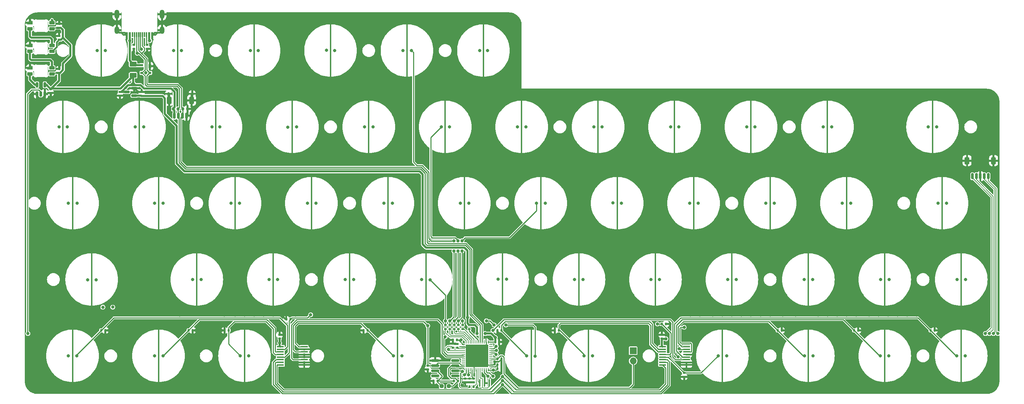
<source format=gbr>
%TF.GenerationSoftware,KiCad,Pcbnew,(7.0.0)*%
%TF.CreationDate,2023-09-28T15:11:26+02:00*%
%TF.ProjectId,the-nicholas-van,7468652d-6e69-4636-986f-6c61732d7661,rev?*%
%TF.SameCoordinates,Original*%
%TF.FileFunction,Copper,L4,Bot*%
%TF.FilePolarity,Positive*%
%FSLAX46Y46*%
G04 Gerber Fmt 4.6, Leading zero omitted, Abs format (unit mm)*
G04 Created by KiCad (PCBNEW (7.0.0)) date 2023-09-28 15:11:26*
%MOMM*%
%LPD*%
G01*
G04 APERTURE LIST*
G04 Aperture macros list*
%AMRoundRect*
0 Rectangle with rounded corners*
0 $1 Rounding radius*
0 $2 $3 $4 $5 $6 $7 $8 $9 X,Y pos of 4 corners*
0 Add a 4 corners polygon primitive as box body*
4,1,4,$2,$3,$4,$5,$6,$7,$8,$9,$2,$3,0*
0 Add four circle primitives for the rounded corners*
1,1,$1+$1,$2,$3*
1,1,$1+$1,$4,$5*
1,1,$1+$1,$6,$7*
1,1,$1+$1,$8,$9*
0 Add four rect primitives between the rounded corners*
20,1,$1+$1,$2,$3,$4,$5,0*
20,1,$1+$1,$4,$5,$6,$7,0*
20,1,$1+$1,$6,$7,$8,$9,0*
20,1,$1+$1,$8,$9,$2,$3,0*%
%AMFreePoly0*
4,1,17,0.124698,6.656366,0.180194,6.586777,0.200000,6.500000,0.200000,-6.500000,0.180194,-6.586777,0.124698,-6.656366,0.044504,-6.694986,-0.044504,-6.694986,-0.124698,-6.656366,-0.180194,-6.586777,-0.200000,-6.500000,-0.200000,6.500000,-0.180194,6.586777,-0.124698,6.656366,-0.044504,6.694986,0.044504,6.694986,0.124698,6.656366,0.124698,6.656366,$1*%
%AMFreePoly1*
4,1,18,-0.410000,0.593000,-0.403758,0.624380,-0.385983,0.650983,-0.359380,0.668758,-0.328000,0.675000,0.328000,0.675000,0.359380,0.668758,0.385983,0.650983,0.403758,0.624380,0.410000,0.593000,0.410000,-0.593000,0.403758,-0.624380,0.385983,-0.650983,0.359380,-0.668758,0.328000,-0.675000,0.000000,-0.675000,-0.410000,-0.265000,-0.410000,0.593000,-0.410000,0.593000,$1*%
G04 Aperture macros list end*
%TA.AperFunction,SMDPad,CuDef*%
%ADD10FreePoly0,0.000000*%
%TD*%
%TA.AperFunction,SMDPad,CuDef*%
%ADD11FreePoly0,180.000000*%
%TD*%
%TA.AperFunction,SMDPad,CuDef*%
%ADD12RoundRect,0.140000X-0.170000X0.140000X-0.170000X-0.140000X0.170000X-0.140000X0.170000X0.140000X0*%
%TD*%
%TA.AperFunction,SMDPad,CuDef*%
%ADD13RoundRect,0.135000X-0.185000X0.135000X-0.185000X-0.135000X0.185000X-0.135000X0.185000X0.135000X0*%
%TD*%
%TA.AperFunction,SMDPad,CuDef*%
%ADD14RoundRect,0.135000X-0.135000X-0.185000X0.135000X-0.185000X0.135000X0.185000X-0.135000X0.185000X0*%
%TD*%
%TA.AperFunction,SMDPad,CuDef*%
%ADD15RoundRect,0.135000X0.135000X0.185000X-0.135000X0.185000X-0.135000X-0.185000X0.135000X-0.185000X0*%
%TD*%
%TA.AperFunction,SMDPad,CuDef*%
%ADD16R,0.400000X1.900000*%
%TD*%
%TA.AperFunction,SMDPad,CuDef*%
%ADD17RoundRect,0.140000X0.170000X-0.140000X0.170000X0.140000X-0.170000X0.140000X-0.170000X-0.140000X0*%
%TD*%
%TA.AperFunction,SMDPad,CuDef*%
%ADD18RoundRect,0.062500X0.062500X-0.375000X0.062500X0.375000X-0.062500X0.375000X-0.062500X-0.375000X0*%
%TD*%
%TA.AperFunction,SMDPad,CuDef*%
%ADD19RoundRect,0.062500X0.375000X-0.062500X0.375000X0.062500X-0.375000X0.062500X-0.375000X-0.062500X0*%
%TD*%
%TA.AperFunction,SMDPad,CuDef*%
%ADD20R,5.600000X5.600000*%
%TD*%
%TA.AperFunction,SMDPad,CuDef*%
%ADD21R,1.778000X0.419100*%
%TD*%
%TA.AperFunction,ComponentPad*%
%ADD22R,1.700000X1.700000*%
%TD*%
%TA.AperFunction,ComponentPad*%
%ADD23O,1.700000X1.700000*%
%TD*%
%TA.AperFunction,SMDPad,CuDef*%
%ADD24RoundRect,0.150000X-0.150000X-0.625000X0.150000X-0.625000X0.150000X0.625000X-0.150000X0.625000X0*%
%TD*%
%TA.AperFunction,SMDPad,CuDef*%
%ADD25RoundRect,0.250000X-0.350000X-0.650000X0.350000X-0.650000X0.350000X0.650000X-0.350000X0.650000X0*%
%TD*%
%TA.AperFunction,SMDPad,CuDef*%
%ADD26R,0.700000X1.000000*%
%TD*%
%TA.AperFunction,SMDPad,CuDef*%
%ADD27R,0.700000X0.600000*%
%TD*%
%TA.AperFunction,SMDPad,CuDef*%
%ADD28RoundRect,0.250000X-0.625000X0.375000X-0.625000X-0.375000X0.625000X-0.375000X0.625000X0.375000X0*%
%TD*%
%TA.AperFunction,SMDPad,CuDef*%
%ADD29RoundRect,0.082000X-0.593000X0.328000X-0.593000X-0.328000X0.593000X-0.328000X0.593000X0.328000X0*%
%TD*%
%TA.AperFunction,SMDPad,CuDef*%
%ADD30FreePoly1,270.000000*%
%TD*%
%TA.AperFunction,SMDPad,CuDef*%
%ADD31RoundRect,0.150000X-0.825000X-0.150000X0.825000X-0.150000X0.825000X0.150000X-0.825000X0.150000X0*%
%TD*%
%TA.AperFunction,SMDPad,CuDef*%
%ADD32RoundRect,0.150000X0.587500X0.150000X-0.587500X0.150000X-0.587500X-0.150000X0.587500X-0.150000X0*%
%TD*%
%TA.AperFunction,SMDPad,CuDef*%
%ADD33R,0.600000X1.300000*%
%TD*%
%TA.AperFunction,SMDPad,CuDef*%
%ADD34R,0.300000X1.300000*%
%TD*%
%TA.AperFunction,ComponentPad*%
%ADD35O,1.200000X2.250000*%
%TD*%
%TA.AperFunction,ComponentPad*%
%ADD36O,1.200000X1.850000*%
%TD*%
%TA.AperFunction,SMDPad,CuDef*%
%ADD37RoundRect,0.150000X0.150000X-0.512500X0.150000X0.512500X-0.150000X0.512500X-0.150000X-0.512500X0*%
%TD*%
%TA.AperFunction,SMDPad,CuDef*%
%ADD38RoundRect,0.140000X-0.140000X-0.170000X0.140000X-0.170000X0.140000X0.170000X-0.140000X0.170000X0*%
%TD*%
%TA.AperFunction,SMDPad,CuDef*%
%ADD39RoundRect,0.135000X0.185000X-0.135000X0.185000X0.135000X-0.185000X0.135000X-0.185000X-0.135000X0*%
%TD*%
%TA.AperFunction,SMDPad,CuDef*%
%ADD40RoundRect,0.140000X0.140000X0.170000X-0.140000X0.170000X-0.140000X-0.170000X0.140000X-0.170000X0*%
%TD*%
%TA.AperFunction,SMDPad,CuDef*%
%ADD41RoundRect,0.150000X-0.150000X-0.275000X0.150000X-0.275000X0.150000X0.275000X-0.150000X0.275000X0*%
%TD*%
%TA.AperFunction,SMDPad,CuDef*%
%ADD42RoundRect,0.175000X-0.175000X-0.225000X0.175000X-0.225000X0.175000X0.225000X-0.175000X0.225000X0*%
%TD*%
%TA.AperFunction,SMDPad,CuDef*%
%ADD43RoundRect,0.237500X0.250000X0.237500X-0.250000X0.237500X-0.250000X-0.237500X0.250000X-0.237500X0*%
%TD*%
%TA.AperFunction,ViaPad*%
%ADD44C,0.800000*%
%TD*%
%TA.AperFunction,ViaPad*%
%ADD45C,0.620000*%
%TD*%
%TA.AperFunction,ViaPad*%
%ADD46C,0.600000*%
%TD*%
%TA.AperFunction,Conductor*%
%ADD47C,0.250000*%
%TD*%
%TA.AperFunction,Conductor*%
%ADD48C,0.500000*%
%TD*%
%TA.AperFunction,Conductor*%
%ADD49C,0.620000*%
%TD*%
%TA.AperFunction,Conductor*%
%ADD50C,0.381000*%
%TD*%
%TA.AperFunction,Conductor*%
%ADD51C,0.600000*%
%TD*%
%TA.AperFunction,Conductor*%
%ADD52C,0.200000*%
%TD*%
%TA.AperFunction,Conductor*%
%ADD53C,0.280000*%
%TD*%
%TA.AperFunction,Conductor*%
%ADD54C,0.560000*%
%TD*%
G04 APERTURE END LIST*
D10*
%TO.P,SW_EC23,3,3*%
%TO.N,GND*%
X119062500Y-96837500D03*
%TD*%
%TO.P,SW_EC26,3,3*%
%TO.N,GND*%
X176212500Y-96837500D03*
%TD*%
%TO.P,SW_EC31,3,3*%
%TO.N,GND*%
X45243750Y-115887500D03*
%TD*%
D11*
%TO.P,SW_EC32,3,3*%
%TO.N,GND*%
X71437500Y-115887500D03*
%TD*%
%TO.P,SW_EC50,3,3*%
%TO.N,GND*%
X223837500Y-134937500D03*
%TD*%
D10*
%TO.P,SW_EC10,3,3*%
%TO.N,GND*%
X95250000Y-77787500D03*
%TD*%
%TO.P,SW_EC11,3,3*%
%TO.N,GND*%
X114300000Y-77787500D03*
%TD*%
%TO.P,SW_EC25,3,3*%
%TO.N,GND*%
X157162500Y-96837500D03*
%TD*%
D11*
%TO.P,SW_EC39,3,3*%
%TO.N,GND*%
X204787500Y-115887500D03*
%TD*%
D10*
%TO.P,SW_EC28,3,3*%
%TO.N,GND*%
X214312500Y-96837500D03*
%TD*%
%TO.P,SW_EC21,3,3*%
%TO.N,GND*%
X80962500Y-96837500D03*
%TD*%
%TO.P,SW_EC9,3,3*%
%TO.N,GND*%
X76200000Y-77787500D03*
%TD*%
D11*
%TO.P,SW_EC54,3,3*%
%TO.N,GND*%
X261937500Y-134937500D03*
%TD*%
D10*
%TO.P,SW_EC7,3,3*%
%TO.N,GND*%
X38100000Y-77787500D03*
%TD*%
D11*
%TO.P,SW_EC35,3,3*%
%TO.N,GND*%
X128587500Y-115887500D03*
%TD*%
D10*
%TO.P,SW_EC19,3,3*%
%TO.N,GND*%
X40481250Y-96837500D03*
%TD*%
D11*
%TO.P,SW_EC34,3,3*%
%TO.N,GND*%
X109537500Y-115887500D03*
%TD*%
%TO.P,SW_EC4,3,3*%
%TO.N,GND*%
X104775000Y-58737500D03*
%TD*%
%TO.P,SW_EC37,3,3*%
%TO.N,GND*%
X166687500Y-115887500D03*
%TD*%
%TO.P,SW_EC38,3,3*%
%TO.N,GND*%
X185737500Y-115887500D03*
%TD*%
D10*
%TO.P,SW_EC16,3,3*%
%TO.N,GND*%
X209550000Y-77787500D03*
%TD*%
D11*
%TO.P,SW_EC5,3,3*%
%TO.N,GND*%
X123825000Y-58737500D03*
%TD*%
D10*
%TO.P,SW_EC43,3,3*%
%TO.N,GND*%
X40481250Y-134937500D03*
%TD*%
%TO.P,SW_EC29,3,3*%
%TO.N,GND*%
X233362500Y-96837500D03*
%TD*%
%TO.P,SW_EC42,3,3*%
%TO.N,GND*%
X261937500Y-115887500D03*
%TD*%
%TO.P,SW_EC30,3,3*%
%TO.N,GND*%
X257175000Y-96837500D03*
%TD*%
D11*
%TO.P,SW_EC2,3,3*%
%TO.N,GND*%
X66675000Y-58737500D03*
%TD*%
D10*
%TO.P,SW_EC20,3,3*%
%TO.N,GND*%
X61912500Y-96837500D03*
%TD*%
%TO.P,SW_EC12,3,3*%
%TO.N,GND*%
X133350000Y-77787500D03*
%TD*%
%TO.P,SW_EC36,3,3*%
%TO.N,GND*%
X147637500Y-115887500D03*
%TD*%
%TO.P,SW_EC17,3,3*%
%TO.N,GND*%
X228600000Y-77787500D03*
%TD*%
%TO.P,SW_EC13,3,3*%
%TO.N,GND*%
X152400000Y-77787500D03*
%TD*%
D11*
%TO.P,SW_EC3,3,3*%
%TO.N,GND*%
X85725000Y-58737500D03*
%TD*%
D10*
%TO.P,SW_EC14,3,3*%
%TO.N,GND*%
X171450000Y-77787500D03*
%TD*%
D11*
%TO.P,SW_EC49,3,3*%
%TO.N,GND*%
X202406250Y-134937500D03*
%TD*%
%TO.P,SW_EC41,3,3*%
%TO.N,GND*%
X242887500Y-115887500D03*
%TD*%
%TO.P,SW_EC47,3,3*%
%TO.N,GND*%
X154781250Y-134937500D03*
%TD*%
%TO.P,SW_EC48,3,3*%
%TO.N,GND*%
X169068750Y-134937500D03*
%TD*%
%TO.P,SW_EC40,3,3*%
%TO.N,GND*%
X223837500Y-115887500D03*
%TD*%
%TO.P,SW_EC45,3,3*%
%TO.N,GND*%
X83343750Y-134937500D03*
%TD*%
D10*
%TO.P,SW_EC24,3,3*%
%TO.N,GND*%
X138112500Y-96837500D03*
%TD*%
D11*
%TO.P,SW_EC6,3,3*%
%TO.N,GND*%
X142875000Y-58737500D03*
%TD*%
D10*
%TO.P,SW_EC27,3,3*%
%TO.N,GND*%
X195262500Y-96837500D03*
%TD*%
%TO.P,SW_EC22,3,3*%
%TO.N,GND*%
X100012500Y-96837500D03*
%TD*%
D11*
%TO.P,SW_EC33,3,3*%
%TO.N,GND*%
X90487500Y-115887500D03*
%TD*%
D10*
%TO.P,SW_EC44,3,3*%
%TO.N,GND*%
X61912500Y-134937500D03*
%TD*%
%TO.P,SW_EC15,3,3*%
%TO.N,GND*%
X190500000Y-77787500D03*
%TD*%
D11*
%TO.P,SW_EC51,3,3*%
%TO.N,GND*%
X242887500Y-134937500D03*
%TD*%
D10*
%TO.P,SW_EC8,3,3*%
%TO.N,GND*%
X57150000Y-77787500D03*
%TD*%
%TO.P,SW_EC18,3,3*%
%TO.N,GND*%
X254793750Y-77787500D03*
%TD*%
D11*
%TO.P,SW_EC46,3,3*%
%TO.N,GND*%
X121443750Y-134937500D03*
%TD*%
%TO.P,SW_EC1,3,3*%
%TO.N,GND*%
X47625000Y-58737500D03*
%TD*%
D12*
%TO.P,C6,1*%
%TO.N,VBAT*%
X139442322Y-140577223D03*
%TO.P,C6,2*%
%TO.N,GND*%
X139442322Y-141537223D03*
%TD*%
D13*
%TO.P,R6,1*%
%TO.N,ROW4*%
X137707458Y-127253239D03*
%TO.P,R6,2*%
%TO.N,Net-(U1-PA8)*%
X137707458Y-128273239D03*
%TD*%
D14*
%TO.P,R15,1*%
%TO.N,COL1*%
X69389148Y-128587500D03*
%TO.P,R15,2*%
%TO.N,GND*%
X70409148Y-128587500D03*
%TD*%
%TO.P,R24,1*%
%TO.N,COL9*%
X216183750Y-128587500D03*
%TO.P,R24,2*%
%TO.N,GND*%
X217203750Y-128587500D03*
%TD*%
D13*
%TO.P,R4,1*%
%TO.N,ROW1*%
X135578946Y-127225266D03*
%TO.P,R4,2*%
%TO.N,Net-(U1-PB14)*%
X135578946Y-128245266D03*
%TD*%
D15*
%TO.P,R19,1*%
%TO.N,Net-(JP1-B)*%
X131478750Y-141193750D03*
%TO.P,R19,2*%
%TO.N,GND*%
X130458750Y-141193750D03*
%TD*%
D16*
%TO.P,Y1,1,1*%
%TO.N,XTAL1*%
X141957463Y-141748284D03*
%TO.P,Y1,2,2*%
%TO.N,GND*%
X143157463Y-141748284D03*
%TO.P,Y1,3,3*%
%TO.N,XTAL0*%
X144357463Y-141748284D03*
%TD*%
D17*
%TO.P,C15,1*%
%TO.N,+5V*%
X37100000Y-53032500D03*
%TO.P,C15,2*%
%TO.N,GND*%
X37100000Y-52072500D03*
%TD*%
D14*
%TO.P,R26,1*%
%TO.N,COL11*%
X254283750Y-128577309D03*
%TO.P,R26,2*%
%TO.N,GND*%
X255303750Y-128577309D03*
%TD*%
D18*
%TO.P,U1,1,VBAT*%
%TO.N,VBAT*%
X144037500Y-138375000D03*
%TO.P,U1,2,PC13*%
%TO.N,SW1*%
X143537500Y-138375000D03*
%TO.P,U1,3,PC14*%
%TO.N,ENC1*%
X143037500Y-138375000D03*
%TO.P,U1,4,PC15*%
%TO.N,unconnected-(U1-PC15-Pad4)*%
X142537500Y-138375000D03*
%TO.P,U1,5,PH0*%
%TO.N,XTAL0*%
X142037500Y-138375000D03*
%TO.P,U1,6,PH1*%
%TO.N,XTAL1*%
X141537500Y-138375000D03*
%TO.P,U1,7,NRST*%
%TO.N,NRST*%
X141037500Y-138375000D03*
%TO.P,U1,8,VSSA*%
%TO.N,GND*%
X140537500Y-138375000D03*
%TO.P,U1,9,VREF+*%
%TO.N,VBAT*%
X140037500Y-138375000D03*
%TO.P,U1,10,PA0*%
%TO.N,unconnected-(U1-PA0-Pad10)*%
X139537500Y-138375000D03*
%TO.P,U1,11,PA1*%
%TO.N,ENC2*%
X139037500Y-138375000D03*
%TO.P,U1,12,PA2*%
%TO.N,SW2*%
X138537500Y-138375000D03*
D19*
%TO.P,U1,13,PA3*%
%TO.N,ADC*%
X137850000Y-137687500D03*
%TO.P,U1,14,PA4*%
%TO.N,APLEX_OUT_PIN_0*%
X137850000Y-137187500D03*
%TO.P,U1,15,PA5*%
%TO.N,unconnected-(U1-PA5-Pad15)*%
X137850000Y-136687500D03*
%TO.P,U1,16,PA6*%
%TO.N,unconnected-(U1-PA6-Pad16)*%
X137850000Y-136187500D03*
%TO.P,U1,17,PA7*%
%TO.N,unconnected-(U1-PA7-Pad17)*%
X137850000Y-135687500D03*
%TO.P,U1,18,PB0*%
%TO.N,APLEX_EN_PIN_0*%
X137850000Y-135187500D03*
%TO.P,U1,19,PB1*%
%TO.N,APLEX_EN_PIN_1*%
X137850000Y-134687500D03*
%TO.P,U1,20,PB2*%
%TO.N,BOOT1*%
X137850000Y-134187500D03*
%TO.P,U1,21,PB10*%
%TO.N,ARGB_3V3*%
X137850000Y-133687500D03*
%TO.P,U1,22,VCAP1*%
%TO.N,Net-(U1-VCAP1)*%
X137850000Y-133187500D03*
%TO.P,U1,23,VSS*%
%TO.N,GND*%
X137850000Y-132687500D03*
%TO.P,U1,24,VDD*%
%TO.N,VBAT*%
X137850000Y-132187500D03*
D18*
%TO.P,U1,25,PB12*%
%TO.N,Net-(U1-PB12)*%
X138537500Y-131500000D03*
%TO.P,U1,26,PB13*%
%TO.N,Net-(U1-PB13)*%
X139037500Y-131500000D03*
%TO.P,U1,27,PB14*%
%TO.N,Net-(U1-PB14)*%
X139537500Y-131500000D03*
%TO.P,U1,28,PB15*%
%TO.N,Net-(U1-PB15)*%
X140037500Y-131500000D03*
%TO.P,U1,29,PA8*%
%TO.N,Net-(U1-PA8)*%
X140537500Y-131500000D03*
%TO.P,U1,30,PA9*%
%TO.N,unconnected-(U1-PA9-Pad30)*%
X141037500Y-131500000D03*
%TO.P,U1,31,PA10*%
%TO.N,Net-(U1-PA10)*%
X141537500Y-131500000D03*
%TO.P,U1,32,PA11*%
%TO.N,D-*%
X142037500Y-131500000D03*
%TO.P,U1,33,PA12*%
%TO.N,D+*%
X142537500Y-131500000D03*
%TO.P,U1,34,PA13*%
%TO.N,SWDIO*%
X143037500Y-131500000D03*
%TO.P,U1,35,VSS*%
%TO.N,GND*%
X143537500Y-131500000D03*
%TO.P,U1,36,VDD*%
%TO.N,VBAT*%
X144037500Y-131500000D03*
D19*
%TO.P,U1,37,PA14*%
%TO.N,SWCLK*%
X144725000Y-132187500D03*
%TO.P,U1,38,PA15*%
%TO.N,unconnected-(U1-PA15-Pad38)*%
X144725000Y-132687500D03*
%TO.P,U1,39,PB3*%
%TO.N,AMUX_SEL_2*%
X144725000Y-133187500D03*
%TO.P,U1,40,PB4*%
%TO.N,AMUX_SEL_1*%
X144725000Y-133687500D03*
%TO.P,U1,41,PB5*%
%TO.N,AMUX_SEL_0*%
X144725000Y-134187500D03*
%TO.P,U1,42,PB6*%
%TO.N,unconnected-(U1-PB6-Pad42)*%
X144725000Y-134687500D03*
%TO.P,U1,43,PB7*%
%TO.N,unconnected-(U1-PB7-Pad43)*%
X144725000Y-135187500D03*
%TO.P,U1,44,BOOT0*%
%TO.N,BOOT0*%
X144725000Y-135687500D03*
%TO.P,U1,45,PB8*%
%TO.N,unconnected-(U1-PB8-Pad45)*%
X144725000Y-136187500D03*
%TO.P,U1,46,PB9*%
%TO.N,unconnected-(U1-PB9-Pad46)*%
X144725000Y-136687500D03*
%TO.P,U1,47,VSS*%
%TO.N,GND*%
X144725000Y-137187500D03*
%TO.P,U1,48,VDD*%
%TO.N,VBAT*%
X144725000Y-137687500D03*
D20*
%TO.P,U1,49,VSS*%
%TO.N,GND*%
X141287499Y-134937499D03*
%TD*%
D12*
%TO.P,C13,1*%
%TO.N,VBAT*%
X138345929Y-140577223D03*
%TO.P,C13,2*%
%TO.N,GND*%
X138345929Y-141537223D03*
%TD*%
D13*
%TO.P,R12,1*%
%TO.N,Net-(J3-CC1)*%
X55753000Y-57275000D03*
%TO.P,R12,2*%
%TO.N,GND*%
X55753000Y-58295000D03*
%TD*%
D21*
%TO.P,U6,1,A4*%
%TO.N,COL9*%
X193474339Y-132664199D03*
%TO.P,U6,2,A6*%
%TO.N,COL11*%
X193474339Y-133314439D03*
%TO.P,U6,3,A*%
%TO.N,APLEX_OUT_PIN_0*%
X193474339Y-133964679D03*
%TO.P,U6,4,A7*%
%TO.N,GND*%
X193474339Y-134614919D03*
%TO.P,U6,5,A5*%
%TO.N,COL10*%
X193474339Y-135260079D03*
%TO.P,U6,6,~{E}*%
%TO.N,APLEX_EN_PIN_1*%
X193474339Y-135910319D03*
%TO.P,U6,7,VEE*%
%TO.N,GND*%
X193474339Y-136560559D03*
%TO.P,U6,8,GND*%
X193474339Y-137210799D03*
%TO.P,U6,9,S2*%
%TO.N,AMUX_SEL_2*%
X187525659Y-137210799D03*
%TO.P,U6,10,S1*%
%TO.N,AMUX_SEL_1*%
X187525659Y-136560559D03*
%TO.P,U6,11,S0*%
%TO.N,AMUX_SEL_0*%
X187525659Y-135910319D03*
%TO.P,U6,12,A3*%
%TO.N,COL8*%
X187525659Y-135260079D03*
%TO.P,U6,13,A0*%
%TO.N,COL7*%
X187525659Y-134614919D03*
%TO.P,U6,14,A1*%
%TO.N,COL6*%
X187525659Y-133964679D03*
%TO.P,U6,15,A2*%
%TO.N,COL5*%
X187525659Y-133314439D03*
%TO.P,U6,16,VCC*%
%TO.N,VBAT*%
X187525659Y-132664199D03*
%TD*%
D22*
%TO.P,SW1,1,A*%
%TO.N,VBAT*%
X180181249Y-133662499D03*
D23*
%TO.P,SW1,2,B*%
%TO.N,BOOT0*%
X180181249Y-136202499D03*
%TD*%
D24*
%TO.P,J1,1,Pin_1*%
%TO.N,+5V*%
X65843750Y-75025000D03*
%TO.P,J1,2,Pin_2*%
%TO.N,D-*%
X66843750Y-75025000D03*
%TO.P,J1,3,Pin_3*%
%TO.N,D+*%
X67843750Y-75025000D03*
%TO.P,J1,4,Pin_4*%
%TO.N,GND*%
X68843750Y-75025000D03*
D25*
%TO.P,J1,MP,MountPin*%
X64543750Y-71150000D03*
X70143750Y-71150000D03*
%TD*%
D15*
%TO.P,R17,1*%
%TO.N,COL3*%
X94752704Y-125829190D03*
%TO.P,R17,2*%
%TO.N,GND*%
X93732704Y-125829190D03*
%TD*%
D26*
%TO.P,D1,1,GND*%
%TO.N,GND*%
X59735620Y-62604971D03*
D27*
%TO.P,D1,2,I/O1*%
%TO.N,D+*%
X59735620Y-64304971D03*
%TO.P,D1,3,I/O2*%
%TO.N,D-*%
X57735620Y-64304971D03*
%TO.P,D1,4,VCC*%
%TO.N,VCC*%
X57735620Y-62404971D03*
%TD*%
D21*
%TO.P,U4,1,A4*%
%TO.N,COL4*%
X98224339Y-132664199D03*
%TO.P,U4,2,A6*%
%TO.N,GND*%
X98224339Y-133314439D03*
%TO.P,U4,3,A*%
%TO.N,APLEX_OUT_PIN_0*%
X98224339Y-133964679D03*
%TO.P,U4,4,A7*%
%TO.N,GND*%
X98224339Y-134614919D03*
%TO.P,U4,5,A5*%
X98224339Y-135260079D03*
%TO.P,U4,6,~{E}*%
%TO.N,APLEX_EN_PIN_0*%
X98224339Y-135910319D03*
%TO.P,U4,7,VEE*%
%TO.N,GND*%
X98224339Y-136560559D03*
%TO.P,U4,8,GND*%
X98224339Y-137210799D03*
%TO.P,U4,9,S2*%
%TO.N,AMUX_SEL_2*%
X92275659Y-137210799D03*
%TO.P,U4,10,S1*%
%TO.N,AMUX_SEL_1*%
X92275659Y-136560559D03*
%TO.P,U4,11,S0*%
%TO.N,AMUX_SEL_0*%
X92275659Y-135910319D03*
%TO.P,U4,12,A3*%
%TO.N,COL3*%
X92275659Y-135260079D03*
%TO.P,U4,13,A0*%
%TO.N,COL2*%
X92275659Y-134614919D03*
%TO.P,U4,14,A1*%
%TO.N,COL1*%
X92275659Y-133964679D03*
%TO.P,U4,15,A2*%
%TO.N,COL0*%
X92275659Y-133314439D03*
%TO.P,U4,16,VCC*%
%TO.N,VBAT*%
X92275659Y-132664199D03*
%TD*%
D24*
%TO.P,J4,1,Pin_1*%
%TO.N,SW1*%
X264700000Y-90106250D03*
%TO.P,J4,2,Pin_2*%
%TO.N,ENC1*%
X265700000Y-90106250D03*
%TO.P,J4,3,Pin_3*%
%TO.N,GND*%
X266700000Y-90106250D03*
%TO.P,J4,4,Pin_4*%
%TO.N,ENC2*%
X267700000Y-90106250D03*
%TO.P,J4,5,Pin_5*%
%TO.N,SW2*%
X268700000Y-90106250D03*
D25*
%TO.P,J4,MP,MountPin*%
%TO.N,GND*%
X263400000Y-86231250D03*
X270000000Y-86231250D03*
%TD*%
D13*
%TO.P,R5,1*%
%TO.N,ROW2*%
X136652000Y-127235871D03*
%TO.P,R5,2*%
%TO.N,Net-(U1-PB15)*%
X136652000Y-128255871D03*
%TD*%
D15*
%TO.P,R21,1*%
%TO.N,COL6*%
X161641250Y-128587500D03*
%TO.P,R21,2*%
%TO.N,GND*%
X160621250Y-128587500D03*
%TD*%
D12*
%TO.P,C7,1*%
%TO.N,VBAT*%
X140445929Y-140584658D03*
%TO.P,C7,2*%
%TO.N,GND*%
X140445929Y-141544658D03*
%TD*%
D13*
%TO.P,R3,1*%
%TO.N,ROW0*%
X134493000Y-127226234D03*
%TO.P,R3,2*%
%TO.N,Net-(U1-PB13)*%
X134493000Y-128246234D03*
%TD*%
D14*
%TO.P,R11,1*%
%TO.N,BOOT0*%
X146333750Y-135731250D03*
%TO.P,R11,2*%
%TO.N,GND*%
X147353750Y-135731250D03*
%TD*%
D28*
%TO.P,F_USBC1,1*%
%TO.N,VCC*%
X55562500Y-62100000D03*
%TO.P,F_USBC1,2*%
%TO.N,+5V*%
X55562500Y-64900000D03*
%TD*%
D14*
%TO.P,R8,1*%
%TO.N,VBAT*%
X139439723Y-142663937D03*
%TO.P,R8,2*%
%TO.N,NRST*%
X140459723Y-142663937D03*
%TD*%
D29*
%TO.P,LED1,1,VDD*%
%TO.N,+5V*%
X35325000Y-64567500D03*
%TO.P,LED1,2,DOUT*%
%TO.N,Net-(LED1-DOUT)*%
X35325000Y-63067500D03*
%TO.P,LED1,3,DIN*%
%TO.N,ARGB_5V*%
X29875000Y-64567500D03*
D30*
%TO.P,LED1,4,VSS*%
%TO.N,GND*%
X29874999Y-63067499D03*
%TD*%
D14*
%TO.P,R16,1*%
%TO.N,COL0*%
X47625000Y-128587500D03*
%TO.P,R16,2*%
%TO.N,GND*%
X48645000Y-128587500D03*
%TD*%
D17*
%TO.P,C1,1*%
%TO.N,Net-(U1-VCAP1)*%
X136331787Y-132911388D03*
%TO.P,C1,2*%
%TO.N,GND*%
X136331787Y-131951388D03*
%TD*%
%TO.P,C17,1*%
%TO.N,+5V*%
X37100000Y-64297500D03*
%TO.P,C17,2*%
%TO.N,GND*%
X37100000Y-63337500D03*
%TD*%
D29*
%TO.P,LED3,1,VDD*%
%TO.N,+5V*%
X35324000Y-53302500D03*
%TO.P,LED3,2,DOUT*%
%TO.N,unconnected-(LED3-DOUT-Pad2)*%
X35324000Y-51802500D03*
%TO.P,LED3,3,DIN*%
%TO.N,Net-(LED2-DOUT)*%
X29874000Y-53302500D03*
D30*
%TO.P,LED3,4,VSS*%
%TO.N,GND*%
X29873999Y-51802499D03*
%TD*%
D15*
%TO.P,R18,1*%
%TO.N,COL4*%
X114009913Y-128577309D03*
%TO.P,R18,2*%
%TO.N,GND*%
X112989913Y-128577309D03*
%TD*%
D13*
%TO.P,R13,1*%
%TO.N,Net-(J3-CC2)*%
X59055000Y-57275000D03*
%TO.P,R13,2*%
%TO.N,GND*%
X59055000Y-58295000D03*
%TD*%
D31*
%TO.P,U5,1*%
%TO.N,N/C*%
X130875000Y-139923750D03*
%TO.P,U5,2,IN-*%
%TO.N,Net-(JP1-B)*%
X130875000Y-138653750D03*
%TO.P,U5,3,IN+*%
%TO.N,APLEX_OUT_PIN_0*%
X130875000Y-137383750D03*
%TO.P,U5,4,V-*%
%TO.N,GND*%
X130875000Y-136113750D03*
%TO.P,U5,5*%
%TO.N,N/C*%
X135825000Y-136113750D03*
%TO.P,U5,6,OUT*%
%TO.N,ADC*%
X135825000Y-137383750D03*
%TO.P,U5,7,V+*%
%TO.N,VBAT*%
X135825000Y-138653750D03*
%TO.P,U5,8*%
%TO.N,N/C*%
X135825000Y-139923750D03*
%TD*%
D14*
%TO.P,R25,1*%
%TO.N,COL10*%
X235233750Y-128587500D03*
%TO.P,R25,2*%
%TO.N,GND*%
X236253750Y-128587500D03*
%TD*%
D32*
%TO.P,U2,1,GND*%
%TO.N,GND*%
X55854439Y-68106250D03*
%TO.P,U2,2,VO*%
%TO.N,VBAT*%
X55854439Y-70006250D03*
%TO.P,U2,3,VI*%
%TO.N,+5V*%
X53979439Y-69056250D03*
%TD*%
D12*
%TO.P,C8,1*%
%TO.N,+5V*%
X52313712Y-69068759D03*
%TO.P,C8,2*%
%TO.N,GND*%
X52313712Y-70028759D03*
%TD*%
D33*
%TO.P,J3,A1,GND*%
%TO.N,GND*%
X53949999Y-54799999D03*
%TO.P,J3,A4,VBUS*%
%TO.N,VCC*%
X54749999Y-54799999D03*
D34*
%TO.P,J3,A5,CC1*%
%TO.N,Net-(J3-CC1)*%
X55899999Y-54799999D03*
%TO.P,J3,A6,D+*%
%TO.N,D+*%
X56899999Y-54799999D03*
%TO.P,J3,A7,D-*%
%TO.N,D-*%
X57399999Y-54799999D03*
%TO.P,J3,A8,SBU1*%
%TO.N,unconnected-(J3-SBU1-PadA8)*%
X58399999Y-54799999D03*
D33*
%TO.P,J3,A9,VBUS*%
%TO.N,VCC*%
X59549999Y-54799999D03*
%TO.P,J3,A12,GND*%
%TO.N,GND*%
X60349999Y-54799999D03*
D34*
%TO.P,J3,B5,CC2*%
%TO.N,Net-(J3-CC2)*%
X58899999Y-54799999D03*
%TO.P,J3,B6,D+*%
%TO.N,D+*%
X57899999Y-54799999D03*
%TO.P,J3,B7,D-*%
%TO.N,D-*%
X56399999Y-54799999D03*
%TO.P,J3,B8,SBU2*%
%TO.N,unconnected-(J3-SBU2-PadB8)*%
X55399999Y-54799999D03*
D35*
%TO.P,J3,S1,SHIELD*%
%TO.N,GND*%
X51529999Y-49649999D03*
D36*
X51529999Y-53649999D03*
D35*
X62769999Y-49649999D03*
D36*
X62769999Y-53649999D03*
%TD*%
D17*
%TO.P,C9,1*%
%TO.N,VBAT*%
X57702555Y-70069871D03*
%TO.P,C9,2*%
%TO.N,GND*%
X57702555Y-69109871D03*
%TD*%
D37*
%TO.P,U3,1*%
%TO.N,GND*%
X33550000Y-69547375D03*
%TO.P,U3,2*%
%TO.N,ARGB_3V3*%
X32600000Y-69547375D03*
%TO.P,U3,3,GND*%
%TO.N,GND*%
X31650000Y-69547375D03*
%TO.P,U3,4*%
%TO.N,ARGB_5V*%
X31650000Y-67272375D03*
%TO.P,U3,5,+5V*%
%TO.N,+5V*%
X33550000Y-67272375D03*
%TD*%
D14*
%TO.P,R20,1*%
%TO.N,COL7*%
X187323000Y-127000000D03*
%TO.P,R20,2*%
%TO.N,GND*%
X188343000Y-127000000D03*
%TD*%
D17*
%TO.P,C16,1*%
%TO.N,+5V*%
X37115180Y-56042500D03*
%TO.P,C16,2*%
%TO.N,GND*%
X37115180Y-55082500D03*
%TD*%
D38*
%TO.P,C5,1*%
%TO.N,VBAT*%
X146375680Y-137121052D03*
%TO.P,C5,2*%
%TO.N,GND*%
X147335680Y-137121052D03*
%TD*%
D17*
%TO.P,C12,1*%
%TO.N,GND*%
X129007714Y-138333131D03*
%TO.P,C12,2*%
%TO.N,APLEX_OUT_PIN_0*%
X129007714Y-137373131D03*
%TD*%
D29*
%TO.P,LED2,1,VDD*%
%TO.N,+5V*%
X35324000Y-58935000D03*
%TO.P,LED2,2,DOUT*%
%TO.N,Net-(LED2-DOUT)*%
X35324000Y-57435000D03*
%TO.P,LED2,3,DIN*%
%TO.N,Net-(LED1-DOUT)*%
X29874000Y-58935000D03*
D30*
%TO.P,LED2,4,VSS*%
%TO.N,GND*%
X29873999Y-57434999D03*
%TD*%
D39*
%TO.P,R1,1*%
%TO.N,Net-(U1-PA10)*%
X139319000Y-128271660D03*
%TO.P,R1,2*%
%TO.N,VBAT*%
X139319000Y-127251660D03*
%TD*%
D15*
%TO.P,R22,1*%
%TO.N,COL5*%
X147353750Y-128587500D03*
%TO.P,R22,2*%
%TO.N,GND*%
X146333750Y-128587500D03*
%TD*%
D38*
%TO.P,C2,1*%
%TO.N,VBAT*%
X146386593Y-138167485D03*
%TO.P,C2,2*%
%TO.N,GND*%
X147346593Y-138167485D03*
%TD*%
D40*
%TO.P,C3,1*%
%TO.N,VBAT*%
X136243000Y-130937000D03*
%TO.P,C3,2*%
%TO.N,GND*%
X135283000Y-130937000D03*
%TD*%
D14*
%TO.P,R7,1*%
%TO.N,Net-(JP1-B)*%
X135505000Y-141193750D03*
%TO.P,R7,2*%
%TO.N,ADC*%
X136525000Y-141193750D03*
%TD*%
D38*
%TO.P,C4,1*%
%TO.N,VBAT*%
X145851250Y-131481250D03*
%TO.P,C4,2*%
%TO.N,GND*%
X146811250Y-131481250D03*
%TD*%
D13*
%TO.P,R9,1*%
%TO.N,GND*%
X135252011Y-131903511D03*
%TO.P,R9,2*%
%TO.N,BOOT1*%
X135252011Y-132923511D03*
%TD*%
D41*
%TO.P,J2,1,Pin_1*%
%TO.N,+5V*%
X65543750Y-73312500D03*
%TO.P,J2,2,Pin_2*%
%TO.N,D-*%
X66743750Y-73312500D03*
%TO.P,J2,3,Pin_3*%
%TO.N,D+*%
X67943750Y-73312500D03*
%TO.P,J2,4,Pin_4*%
%TO.N,GND*%
X69143750Y-73312500D03*
D42*
%TO.P,J2,MP,MountPin*%
X64393750Y-69537500D03*
X70293750Y-69537500D03*
%TD*%
D15*
%TO.P,R10,1*%
%TO.N,COL2*%
X79375000Y-128587500D03*
%TO.P,R10,2*%
%TO.N,GND*%
X78355000Y-128587500D03*
%TD*%
D13*
%TO.P,R2,1*%
%TO.N,ROW3*%
X133428916Y-127218308D03*
%TO.P,R2,2*%
%TO.N,Net-(U1-PB12)*%
X133428916Y-128238308D03*
%TD*%
D17*
%TO.P,C11,1*%
%TO.N,VBAT*%
X92075000Y-130655000D03*
%TO.P,C11,2*%
%TO.N,GND*%
X92075000Y-129695000D03*
%TD*%
%TO.P,C14,1*%
%TO.N,VBAT*%
X187325000Y-130655000D03*
%TO.P,C14,2*%
%TO.N,GND*%
X187325000Y-129695000D03*
%TD*%
D13*
%TO.P,R23,1*%
%TO.N,COL8*%
X192881250Y-139190000D03*
%TO.P,R23,2*%
%TO.N,GND*%
X192881250Y-140210000D03*
%TD*%
D43*
%TO.P,JP1,1,A*%
%TO.N,ADC*%
X134279692Y-142496607D03*
%TO.P,JP1,2,B*%
%TO.N,Net-(JP1-B)*%
X132454692Y-142496607D03*
%TD*%
D12*
%TO.P,C18,1*%
%TO.N,+5V*%
X35052000Y-68354000D03*
%TO.P,C18,2*%
%TO.N,GND*%
X35052000Y-69314000D03*
%TD*%
D44*
%TO.N,*%
X50475344Y-122786056D03*
X48023634Y-122797251D03*
%TO.N,GND*%
X214312500Y-130968750D03*
X219075000Y-81756250D03*
X73025000Y-90297000D03*
X181768750Y-124742241D03*
X130692326Y-128558402D03*
X137572029Y-142288666D03*
X142494000Y-86868000D03*
X132444299Y-124730700D03*
X187325000Y-128587500D03*
X84455000Y-106045000D03*
X130683000Y-134493000D03*
X199644000Y-84074000D03*
X104775000Y-73818750D03*
X130556000Y-90170000D03*
X129016957Y-139313985D03*
X200027079Y-122750277D03*
X130556000Y-103378000D03*
X123317000Y-103505000D03*
X65405000Y-106045000D03*
X129033002Y-141191231D03*
X266700000Y-96837500D03*
X119062500Y-124742241D03*
X211931250Y-124742241D03*
X55117760Y-124719505D03*
X149247390Y-124738163D03*
X75819000Y-90297000D03*
X40781680Y-126989901D03*
X104655601Y-83944962D03*
X106045000Y-103505000D03*
X142875000Y-77787500D03*
X101219000Y-65278000D03*
X130556000Y-97028000D03*
X125857000Y-106045000D03*
X43815000Y-84455000D03*
X128587500Y-124742241D03*
X130713297Y-131550693D03*
X40640000Y-69342000D03*
X119380000Y-65278000D03*
X37084000Y-69342000D03*
X196852079Y-122750277D03*
X106045000Y-106045000D03*
X126206250Y-124742241D03*
X52387500Y-134937500D03*
X126619000Y-97155000D03*
X238935428Y-122908104D03*
X196850000Y-127254000D03*
X140843000Y-112014000D03*
X92202000Y-90170000D03*
X68707000Y-82042000D03*
X124524826Y-86976027D03*
X214312500Y-119856250D03*
X71437500Y-100806250D03*
X40765366Y-124732142D03*
X216154000Y-86614000D03*
X221488000Y-127127000D03*
X64645571Y-126994056D03*
X101600000Y-130968750D03*
X76200000Y-62706250D03*
X247650000Y-92868750D03*
X71437500Y-92868750D03*
X126238000Y-142621000D03*
X93024459Y-129662503D03*
X50006250Y-130968750D03*
X216154000Y-84074000D03*
X204787500Y-92868750D03*
X184943750Y-124742241D03*
X30956250Y-134937500D03*
X147637500Y-103187500D03*
X214312500Y-138906250D03*
X153998695Y-124719850D03*
X220218000Y-105918000D03*
X230996686Y-124742241D03*
X142767073Y-139807927D03*
X104775000Y-124742241D03*
X217487500Y-124742241D03*
X61912500Y-115887500D03*
X147637500Y-92868750D03*
X47625000Y-81756250D03*
X123825000Y-77787500D03*
X116840000Y-65278000D03*
X43146616Y-124732142D03*
X111918750Y-124742241D03*
X178943000Y-84201000D03*
X71128172Y-128570780D03*
X35179000Y-66421000D03*
X235760428Y-122908104D03*
X217678000Y-103378000D03*
X157162500Y-119856250D03*
X228615436Y-124742241D03*
X161925000Y-73818750D03*
X68707000Y-84582000D03*
X98425000Y-87122000D03*
X134424722Y-124710503D03*
X82042000Y-67818000D03*
X95250000Y-87122000D03*
X35052000Y-70231000D03*
X107156250Y-124742241D03*
X160274000Y-127254000D03*
X256381250Y-128587500D03*
X134503087Y-122818544D03*
X181779945Y-122773764D03*
X104775000Y-81756250D03*
X211963000Y-127381000D03*
X140843000Y-109728000D03*
X79502000Y-65278000D03*
X135255000Y-67818000D03*
X123825000Y-124742241D03*
X241300000Y-127254000D03*
X242887500Y-96837500D03*
X150368000Y-103251000D03*
X192087500Y-124742241D03*
X185737500Y-96837500D03*
X171450000Y-124742241D03*
X141287500Y-134937500D03*
X237617000Y-105918000D03*
X65405000Y-82042000D03*
X67159530Y-127037220D03*
X108077000Y-87122000D03*
X137795000Y-67818000D03*
X68707000Y-69469000D03*
X46355000Y-84455000D03*
X49530000Y-103378000D03*
X235966000Y-86614000D03*
X238506000Y-86614000D03*
X52387500Y-96837500D03*
X156379945Y-124719850D03*
X135255000Y-65278000D03*
X226234186Y-124742241D03*
X132449128Y-122829739D03*
X57150000Y-103378000D03*
X60960000Y-65278000D03*
X126619000Y-92456000D03*
X159385000Y-142113000D03*
X124524826Y-83801027D03*
X197104000Y-86614000D03*
X200025000Y-124742241D03*
X121443750Y-124742241D03*
X101600000Y-138906250D03*
X163957000Y-105918000D03*
X140843000Y-119761000D03*
X163957000Y-103378000D03*
X119055920Y-122724483D03*
X62246074Y-126977264D03*
X146843750Y-124742241D03*
X142081250Y-124742241D03*
X176212500Y-124742241D03*
X238887000Y-127254000D03*
X166687500Y-96837500D03*
X184150000Y-138906250D03*
X64601415Y-122748835D03*
X43434000Y-66548000D03*
X226187000Y-127127000D03*
X60977995Y-69177863D03*
X200025000Y-127254000D03*
X180975000Y-77787500D03*
X46355000Y-86995000D03*
X252412500Y-138906250D03*
X90487500Y-124742241D03*
X93677936Y-124742241D03*
X219075000Y-73818750D03*
X83080417Y-84114370D03*
X81788000Y-127254000D03*
X247650000Y-100806250D03*
X241315436Y-124742241D03*
D45*
X37100000Y-51152500D03*
D44*
X126746000Y-108077000D03*
X80935151Y-122670815D03*
X89027000Y-87122000D03*
X30956250Y-92868750D03*
X70485000Y-86995000D03*
X164256199Y-122934226D03*
X126619000Y-94615000D03*
X115062000Y-127381000D03*
X50006250Y-138906250D03*
X101480601Y-83944962D03*
D45*
X29875000Y-51152500D03*
D44*
X130556000Y-101600000D03*
X32893000Y-142748000D03*
X174117000Y-142081250D03*
X123317000Y-106045000D03*
X161417000Y-84328000D03*
X49530000Y-105918000D03*
X49532813Y-128598196D03*
X183007000Y-103378000D03*
X231013000Y-127254000D03*
X151606250Y-58737500D03*
X73025000Y-86995000D03*
X78994000Y-86995000D03*
X35718750Y-119856250D03*
X68707000Y-77216000D03*
X240157000Y-105918000D03*
X196850000Y-124742241D03*
X98551876Y-124738163D03*
X63119000Y-69215000D03*
D45*
X37100000Y-62417500D03*
D44*
X85725000Y-77787500D03*
X238506000Y-84074000D03*
X150368000Y-106426000D03*
X59880260Y-124719505D03*
X148463000Y-128524000D03*
X119062500Y-115887500D03*
X173831250Y-124742241D03*
D45*
X29875000Y-56785000D03*
D44*
X62865000Y-87122000D03*
X195262500Y-115887500D03*
X43434000Y-69342000D03*
X55134074Y-126977264D03*
X252412500Y-111918750D03*
X245999000Y-127254000D03*
X52451000Y-65278000D03*
X134143750Y-130968750D03*
X53975000Y-103378000D03*
X88106250Y-124742241D03*
X111918750Y-134937500D03*
X199517000Y-105918000D03*
X95250000Y-58737500D03*
X161417000Y-105918000D03*
X189323743Y-127000487D03*
X100874516Y-122839837D03*
X199517000Y-103378000D03*
X176212500Y-115887500D03*
X142494000Y-84328000D03*
X117856000Y-87122000D03*
X76759751Y-127079461D03*
X77575445Y-128598196D03*
X264318750Y-73818750D03*
X197104000Y-84074000D03*
X87757000Y-142748000D03*
X45527866Y-124732142D03*
X125857000Y-103505000D03*
X183007000Y-105918000D03*
X152033854Y-124715004D03*
X62865000Y-84582000D03*
X65405000Y-84582000D03*
X67159530Y-124742240D03*
X236243016Y-127624810D03*
X169068750Y-124742241D03*
X181483000Y-86741000D03*
X114300000Y-124742241D03*
X147637500Y-106362500D03*
X264318750Y-81756250D03*
X76267170Y-124738163D03*
X68707000Y-79502000D03*
X104648000Y-90170000D03*
X111918750Y-128587500D03*
X90487500Y-96837500D03*
X43194680Y-126989901D03*
X50006250Y-96837500D03*
X180467000Y-105918000D03*
X217527664Y-122796154D03*
D45*
X37100000Y-62417500D03*
X29875000Y-51152500D03*
D44*
X55653979Y-59080896D03*
X220662500Y-124742241D03*
X47625000Y-73818750D03*
X35718750Y-111918750D03*
X133223000Y-103505000D03*
X116258032Y-122719982D03*
X209550000Y-124742241D03*
X52736510Y-124719505D03*
X47909116Y-124732142D03*
X114427000Y-87122000D03*
X248539000Y-127254000D03*
X59055000Y-59088750D03*
X119888000Y-127381000D03*
X235759186Y-124742241D03*
X238934186Y-124742241D03*
X130556000Y-92456000D03*
X59833074Y-126977264D03*
X98679000Y-67818000D03*
X86995000Y-103505000D03*
X109537500Y-92868750D03*
X144462500Y-124742241D03*
X79502000Y-67818000D03*
X67056000Y-89408000D03*
X132588000Y-108839000D03*
X89154000Y-90170000D03*
X127000000Y-127254000D03*
X76200000Y-54768750D03*
X86995000Y-106045000D03*
X74346751Y-127079461D03*
X36703000Y-142748000D03*
X161142445Y-124719850D03*
X119380000Y-67818000D03*
X161417000Y-86868000D03*
X73818750Y-130968750D03*
X100821686Y-124742241D03*
X85725000Y-124742241D03*
X142875000Y-122428000D03*
X59687000Y-61118750D03*
X252412500Y-119856250D03*
X133350000Y-138049000D03*
X178943000Y-86741000D03*
X84215865Y-127190315D03*
X67131688Y-122754778D03*
X162941000Y-142113000D03*
X200025000Y-77787500D03*
X86255417Y-86995000D03*
X138938000Y-106172000D03*
D45*
X29875000Y-62417500D03*
D44*
X161417000Y-103378000D03*
X92202000Y-87122000D03*
X166687500Y-124742241D03*
X147656277Y-131481250D03*
X220702664Y-122796154D03*
X65405000Y-87122000D03*
X121349826Y-83801027D03*
X103505000Y-106045000D03*
X126619000Y-67818000D03*
X90932000Y-126492000D03*
X211931250Y-134937500D03*
X62992000Y-65278000D03*
X57547074Y-126977264D03*
X47893680Y-126989901D03*
X126619000Y-101600000D03*
X214312500Y-111918750D03*
X108077000Y-90170000D03*
X57499010Y-124719505D03*
X30956250Y-100806250D03*
X164306250Y-124742241D03*
X75819000Y-86995000D03*
X157988000Y-127254000D03*
X46990000Y-103378000D03*
X130556000Y-94615000D03*
X180467000Y-103378000D03*
X116255839Y-124741895D03*
X130556000Y-99314000D03*
X114300000Y-54768750D03*
X109537500Y-100806250D03*
X209679976Y-127243260D03*
X68707000Y-67564000D03*
X114300000Y-90170000D03*
X128651000Y-86995000D03*
X202057000Y-105918000D03*
X177038000Y-142081250D03*
X187325000Y-124742241D03*
X80962500Y-115887500D03*
X202438000Y-127254000D03*
X237617000Y-103378000D03*
X266700000Y-88106250D03*
X98679000Y-65278000D03*
X228600000Y-127127000D03*
X78311211Y-124741143D03*
X204787500Y-124742241D03*
X146833514Y-129397867D03*
X65405000Y-103505000D03*
X50465245Y-126955219D03*
X32543750Y-71437500D03*
X71437500Y-134937500D03*
X111379000Y-87122000D03*
X57531000Y-65659000D03*
X223837500Y-96837500D03*
X86255417Y-84114370D03*
X161925000Y-81756250D03*
X248459186Y-124742241D03*
X139954000Y-86868000D03*
X126619000Y-99314000D03*
X207168750Y-124742241D03*
X103505000Y-103505000D03*
X67945000Y-103505000D03*
X252412500Y-130968750D03*
X72263000Y-127127000D03*
X101219000Y-67818000D03*
X218694000Y-84074000D03*
X95250000Y-90170000D03*
X217551000Y-127254000D03*
X114300000Y-62706250D03*
X218694000Y-86614000D03*
X69123420Y-124738163D03*
D45*
X29875000Y-56785000D03*
D44*
X78338052Y-122687609D03*
X54768750Y-115887500D03*
X246077936Y-124742241D03*
X134239000Y-110109000D03*
X128397000Y-83820000D03*
X218225500Y-128587500D03*
X83080417Y-86995000D03*
X129286000Y-142621000D03*
X250825000Y-127254000D03*
X37101630Y-54199602D03*
X202057000Y-103378000D03*
X124587000Y-90170000D03*
X214312500Y-124742241D03*
X161153640Y-122867056D03*
X133350000Y-62706250D03*
X101480601Y-87119962D03*
X243696686Y-124742241D03*
X73885920Y-124738163D03*
X50456685Y-124730700D03*
X80962500Y-124742241D03*
X124641410Y-127264270D03*
X96059186Y-124742241D03*
X157162500Y-111918750D03*
X223665842Y-124738163D03*
X181483000Y-84201000D03*
X158761195Y-124719850D03*
X194468750Y-124742241D03*
X199644000Y-86614000D03*
X152908000Y-103378000D03*
X70231000Y-90297000D03*
X56642000Y-142748000D03*
X59182000Y-69159697D03*
X133350000Y-54768750D03*
X130937000Y-86995000D03*
X158877000Y-86868000D03*
X233362500Y-134937500D03*
X139954000Y-84328000D03*
X86487000Y-127254000D03*
X240157000Y-103378000D03*
X92680732Y-124674500D03*
X217678000Y-105918000D03*
X98545951Y-122839837D03*
X43815000Y-86995000D03*
X83343750Y-124742241D03*
X159543750Y-128587500D03*
X95123000Y-136779000D03*
X116840000Y-67818000D03*
D45*
X29875000Y-62417500D03*
D44*
X189706250Y-124742241D03*
X253221686Y-124742241D03*
X137795000Y-65278000D03*
X207264000Y-127254000D03*
X84455000Y-103505000D03*
X121349826Y-86976027D03*
X109537500Y-124742241D03*
X78408823Y-127100755D03*
X130968750Y-124742241D03*
X100012500Y-111918750D03*
X73818750Y-138906250D03*
X52721074Y-126977264D03*
X86233000Y-90170000D03*
X60996161Y-71157940D03*
X235966000Y-84074000D03*
X46990000Y-105918000D03*
X204787500Y-100806250D03*
X220218000Y-103378000D03*
X82042000Y-65278000D03*
X71504670Y-124738163D03*
X65405000Y-79502000D03*
X202406250Y-124742241D03*
X52324000Y-71120000D03*
X40640000Y-66548000D03*
X233362500Y-115887500D03*
X68722701Y-71437500D03*
X233377936Y-124742241D03*
X238125000Y-77787500D03*
X124333000Y-67818000D03*
X67945000Y-106045000D03*
X140462000Y-107188000D03*
X64629257Y-124736297D03*
X52959000Y-142748000D03*
X111379000Y-90170000D03*
X204851000Y-127254000D03*
X178593750Y-124742241D03*
X45480680Y-126989901D03*
X152030564Y-122896909D03*
D45*
X37100000Y-51152500D03*
D44*
X62261510Y-124719505D03*
X104655601Y-87119962D03*
X250840436Y-124742241D03*
%TO.N,ROW0*%
X67648225Y-58737500D03*
X134493000Y-126191741D03*
X143874401Y-58747746D03*
X86757503Y-58724331D03*
X135514854Y-106200500D03*
X48649298Y-58737499D03*
X124929108Y-58720208D03*
X105777884Y-58720208D03*
X135509000Y-108799500D03*
%TO.N,COL0*%
X41582957Y-96860554D03*
X39127580Y-77772690D03*
X46635844Y-58737499D03*
X41532725Y-134918567D03*
X46355303Y-115955023D03*
%TO.N,COL1*%
X58217004Y-77813436D03*
X65630929Y-58749027D03*
X63022853Y-134927213D03*
X63005962Y-96849027D03*
X70379459Y-115871849D03*
%TO.N,COL2*%
X89465682Y-115870208D03*
X82288991Y-134902917D03*
X84774789Y-58735859D03*
X82061445Y-96837500D03*
X77202641Y-77787499D03*
%TO.N,COL3*%
X96292024Y-77761563D03*
X101142185Y-96860554D03*
X103754824Y-58685626D03*
X99824482Y-124674500D03*
X108437432Y-115880495D03*
%TO.N,COL4*%
X120439224Y-134901276D03*
X127474942Y-115932368D03*
X115362962Y-77803150D03*
X122785011Y-58720208D03*
X120176975Y-96853149D03*
%TO.N,COL5*%
X134391067Y-77813436D03*
X153661931Y-134977445D03*
X139219130Y-96837499D03*
X141907058Y-58737499D03*
X148665196Y-115845913D03*
%TO.N,ROW1*%
X132393944Y-77761563D03*
X113236156Y-77785859D03*
X136508503Y-108799500D03*
X136514357Y-106200500D03*
X94139281Y-77839373D03*
X189495115Y-77797786D03*
X135584302Y-126191741D03*
X227532152Y-77787499D03*
X75205518Y-77787499D03*
X37144866Y-77807272D03*
X170365218Y-77787500D03*
X151353644Y-77787499D03*
X208467224Y-77789140D03*
X253679673Y-77754558D03*
X56116134Y-77787499D03*
%TO.N,COL6*%
X165599800Y-115871849D03*
X158249439Y-96870441D03*
X153480451Y-77787499D03*
X167960477Y-134920209D03*
%TO.N,COL7*%
X184596286Y-115870208D03*
X177233637Y-96814445D03*
X172388278Y-77761563D03*
X186245500Y-127000000D03*
%TO.N,COL8*%
X201384873Y-134904558D03*
X191544111Y-77823723D03*
X196369130Y-96837500D03*
X203751673Y-115904791D03*
%TO.N,COL9*%
X222862633Y-134914845D03*
X222817323Y-115870209D03*
X210542157Y-77754558D03*
X215326911Y-96849027D03*
%TO.N,COL10*%
X229671927Y-77787499D03*
X241848270Y-115870209D03*
X241798159Y-134920208D03*
X234423021Y-96837500D03*
%TO.N,COL11*%
X263025479Y-115879815D03*
X191393857Y-135185820D03*
X260837192Y-134912524D03*
X255806480Y-77771849D03*
X191674500Y-133188114D03*
X258312931Y-96816086D03*
%TO.N,ROW2*%
X194242323Y-96820209D03*
X137508006Y-108799500D03*
X156122632Y-96853150D03*
X175106830Y-96797154D03*
X118050168Y-96835858D03*
X213200104Y-96831736D03*
X79934638Y-96820209D03*
X137092323Y-96820208D03*
X232296214Y-96820209D03*
X256186124Y-96798795D03*
X136652000Y-126191741D03*
X99015378Y-96843263D03*
X39456150Y-96843263D03*
X60879155Y-96831736D03*
X137513860Y-106200500D03*
%TO.N,ROW3*%
X91592489Y-115887499D03*
X224944130Y-115887500D03*
X167726607Y-115889140D03*
X129601749Y-115949659D03*
X186723093Y-115887499D03*
X146538389Y-115828622D03*
X205878480Y-115922082D03*
X72506266Y-115889140D03*
X260898672Y-115862524D03*
X243975077Y-115887500D03*
X133425211Y-126191741D03*
X110564239Y-115897786D03*
X44228496Y-115937732D03*
%TO.N,ROW4*%
X243924966Y-134937499D03*
X262963999Y-134929815D03*
X145542000Y-127254000D03*
X148463000Y-127254000D03*
X137668000Y-126238000D03*
X143599355Y-126191741D03*
X39405918Y-134901276D03*
X122566031Y-134918567D03*
X84415798Y-134920208D03*
X155788738Y-134994736D03*
X60896046Y-134909922D03*
X203511680Y-134921849D03*
X170087284Y-134937500D03*
X224989440Y-134932136D03*
%TO.N,VBAT*%
X137628225Y-138797732D03*
X143262000Y-129381250D03*
X145840027Y-130370204D03*
X138906250Y-125412500D03*
X188341000Y-130683000D03*
X92075000Y-131762500D03*
X141287500Y-129381250D03*
X145304807Y-138521768D03*
X137287000Y-130937000D03*
%TO.N,APLEX_OUT_PIN_0*%
X129007714Y-127420214D03*
X192881250Y-127793750D03*
%TO.N,VCC*%
X59690000Y-56261000D03*
X54700000Y-56261000D03*
%TO.N,APLEX_EN_PIN_1*%
X145256250Y-128587500D03*
X133350000Y-130175000D03*
%TO.N,D-*%
X57646247Y-58398253D03*
X56600574Y-59401776D03*
%TO.N,AMUX_SEL_2*%
X146050000Y-132556250D03*
X147637500Y-140104346D03*
%TO.N,AMUX_SEL_1*%
X147637500Y-141128944D03*
X146062548Y-133568301D03*
%TO.N,AMUX_SEL_0*%
X146040758Y-134567566D03*
X147637500Y-142128447D03*
%TO.N,ARGB_3V3*%
X29368750Y-129381250D03*
X134143750Y-133350000D03*
D46*
%TO.N,unconnected-(LED3-DOUT-Pad2)*%
X35325000Y-51152500D03*
X35325000Y-51152500D03*
D44*
%TO.N,ENC1*%
X268969747Y-129381250D03*
X143983244Y-139999500D03*
%TO.N,ENC2*%
X139119948Y-139705878D03*
X269969250Y-129381250D03*
%TO.N,SW1*%
X145256250Y-140056086D03*
X267970244Y-129381250D03*
%TO.N,SW2*%
X271062500Y-129381250D03*
X138112500Y-139700000D03*
%TD*%
D47*
%TO.N,GND*%
X147353750Y-138160328D02*
X147346593Y-138167485D01*
D48*
X189323256Y-127000000D02*
X189323743Y-127000487D01*
D49*
X37100000Y-52042500D02*
X37100000Y-51152500D01*
D50*
X62154550Y-54265450D02*
X60884550Y-54265450D01*
D48*
X146333750Y-128587500D02*
X146333750Y-128898103D01*
X217203750Y-128587500D02*
X218225500Y-128587500D01*
D49*
X37100000Y-63307500D02*
X37100000Y-62417500D01*
D48*
X92680732Y-124947119D02*
X92680732Y-124674500D01*
D47*
X135252011Y-131903511D02*
X135252011Y-130967989D01*
D48*
X59132174Y-69109871D02*
X59182000Y-69159697D01*
X78355000Y-128587500D02*
X77787500Y-128587500D01*
D47*
X145487500Y-136525000D02*
X145487500Y-136910508D01*
D48*
X55753000Y-58981875D02*
X55653979Y-59080896D01*
D49*
X35052000Y-69344000D02*
X35052000Y-70234000D01*
D47*
X147353750Y-135731250D02*
X146708750Y-136376250D01*
X144725000Y-137187500D02*
X143537500Y-137187500D01*
D48*
X35052000Y-70234000D02*
X35052000Y-70231000D01*
D51*
X29875000Y-51802500D02*
X29875000Y-51152500D01*
D48*
X59735621Y-61167371D02*
X59687000Y-61118750D01*
X55854439Y-68106250D02*
X56858060Y-69109871D01*
D47*
X143157464Y-141748285D02*
X143157464Y-140198318D01*
D50*
X53950000Y-54800000D02*
X53950000Y-54743750D01*
D48*
X93732704Y-125829190D02*
X93562803Y-125829190D01*
X77787500Y-128587500D02*
X77586141Y-128587500D01*
X93562803Y-125829190D02*
X92680732Y-124947119D01*
D50*
X60884550Y-54265450D02*
X60350000Y-54800000D01*
D47*
X134175500Y-130937000D02*
X134143750Y-130968750D01*
D50*
X62770000Y-53650000D02*
X62154550Y-54265450D01*
D48*
X256371059Y-128577309D02*
X256381250Y-128587500D01*
X92991962Y-129695000D02*
X93024459Y-129662503D01*
X32998528Y-70659875D02*
X33550000Y-70108403D01*
D47*
X140537500Y-135687500D02*
X141287500Y-134937500D01*
D50*
X53471700Y-54265450D02*
X52145450Y-54265450D01*
D48*
X31650000Y-70159875D02*
X32150000Y-70659875D01*
D47*
X135252011Y-130967989D02*
X135283000Y-130937000D01*
X137414492Y-132737500D02*
X139087500Y-132737500D01*
D48*
X59055000Y-58295000D02*
X59055000Y-59088750D01*
X266700000Y-90106250D02*
X266700000Y-88106250D01*
X160621250Y-128587500D02*
X159543750Y-128587500D01*
X146811250Y-131481250D02*
X147656277Y-131481250D01*
X129007714Y-139304742D02*
X129016957Y-139313985D01*
D49*
X37100000Y-63307500D02*
X37100000Y-62417500D01*
D48*
X236253750Y-128587500D02*
X236253750Y-127635544D01*
D52*
X135299888Y-131951388D02*
X135252011Y-131903511D01*
D48*
X37115180Y-55082500D02*
X37115180Y-54213152D01*
D47*
X143537500Y-131500000D02*
X143537500Y-132687500D01*
D48*
X64393750Y-69537500D02*
X64393750Y-71000000D01*
X70293750Y-69537500D02*
X70293750Y-71000000D01*
D50*
X53950000Y-54743750D02*
X53471700Y-54265450D01*
D47*
X135283000Y-130937000D02*
X134175500Y-130937000D01*
D50*
X51530000Y-53650000D02*
X51530000Y-49650000D01*
D48*
X32543750Y-70659875D02*
X32998528Y-70659875D01*
X188343000Y-127000000D02*
X189323256Y-127000000D01*
X55753000Y-58295000D02*
X55753000Y-58981875D01*
X32150000Y-70659875D02*
X32543750Y-70659875D01*
X129035521Y-141193750D02*
X129033002Y-141191231D01*
X56858060Y-69109871D02*
X57702555Y-69109871D01*
D50*
X62770000Y-53650000D02*
X62770000Y-49650000D01*
D48*
X92075000Y-129695000D02*
X92991962Y-129695000D01*
X48645000Y-128587500D02*
X49522117Y-128587500D01*
D50*
X52145450Y-54265450D02*
X51530000Y-53650000D01*
D51*
X29875000Y-63067500D02*
X29875000Y-62417500D01*
D47*
X143537500Y-137187500D02*
X141287500Y-134937500D01*
D48*
X255303750Y-128577309D02*
X256371059Y-128577309D01*
X129007714Y-138333131D02*
X129007714Y-139304742D01*
X59735621Y-62604972D02*
X59735621Y-61167371D01*
D47*
X138345929Y-141537223D02*
X138323472Y-141537223D01*
D48*
X69143750Y-74725000D02*
X68843750Y-75025000D01*
D49*
X35052000Y-69344000D02*
X35052000Y-70234000D01*
D48*
X37115180Y-54213152D02*
X37101630Y-54199602D01*
X64393750Y-71000000D02*
X64543750Y-71150000D01*
D47*
X143157464Y-140198318D02*
X142767073Y-139807927D01*
X147353750Y-135731250D02*
X147353750Y-138160328D01*
D48*
X52313712Y-70028759D02*
X52313712Y-71109712D01*
X71111452Y-128587500D02*
X71128172Y-128570780D01*
X57702555Y-69109871D02*
X59132174Y-69109871D01*
X77586141Y-128587500D02*
X77575445Y-128598196D01*
D47*
X139087500Y-132737500D02*
X141287500Y-134937500D01*
X145210508Y-137187500D02*
X144725000Y-137187500D01*
D52*
X136331787Y-131951388D02*
X135299888Y-131951388D01*
D48*
X52313712Y-71109712D02*
X52324000Y-71120000D01*
D47*
X138345929Y-141537223D02*
X140438494Y-141537223D01*
D49*
X37100000Y-52042500D02*
X37100000Y-51152500D01*
D48*
X70293750Y-71000000D02*
X70143750Y-71150000D01*
D51*
X29875000Y-57435000D02*
X29875000Y-56785000D01*
D48*
X236253750Y-127635544D02*
X236243016Y-127624810D01*
D47*
X138323472Y-141537223D02*
X137572029Y-142288666D01*
D48*
X112989913Y-128577309D02*
X111928941Y-128577309D01*
X111928941Y-128577309D02*
X111918750Y-128587500D01*
D47*
X140438494Y-141537223D02*
X140445929Y-141544658D01*
D48*
X49522117Y-128587500D02*
X49532813Y-128598196D01*
X147353750Y-135731250D02*
X147353750Y-135512500D01*
D47*
X145487500Y-136910508D02*
X145210508Y-137187500D01*
D48*
X33550000Y-70108403D02*
X33550000Y-69547375D01*
X69143750Y-73312500D02*
X69143750Y-74725000D01*
D47*
X143537500Y-132687500D02*
X141287500Y-134937500D01*
D48*
X130458750Y-141193750D02*
X129035521Y-141193750D01*
D51*
X29875000Y-57435000D02*
X29875000Y-56785000D01*
D47*
X146708750Y-136376250D02*
X145636250Y-136376250D01*
D48*
X187325000Y-129695000D02*
X187325000Y-128587500D01*
X31650000Y-69547375D02*
X31650000Y-70159875D01*
D47*
X145636250Y-136376250D02*
X145487500Y-136525000D01*
X140537500Y-138375000D02*
X140537500Y-135687500D01*
D48*
X32543750Y-71437500D02*
X32543750Y-70659875D01*
D51*
X29875000Y-51802500D02*
X29875000Y-51152500D01*
D48*
X70409148Y-128587500D02*
X71111452Y-128587500D01*
D51*
X29875000Y-63067500D02*
X29875000Y-62417500D01*
D48*
X146333750Y-128898103D02*
X146833514Y-129397867D01*
D47*
%TO.N,ROW0*%
X129824000Y-106200500D02*
X129287500Y-105664000D01*
X129287500Y-89101536D02*
X127610964Y-87425000D01*
X135509000Y-113030000D02*
X135509000Y-108799500D01*
X135509000Y-125175741D02*
X135509000Y-113030000D01*
D52*
X134493000Y-126365000D02*
X134493000Y-126238000D01*
D47*
X125412500Y-59203600D02*
X124929108Y-58720208D01*
D52*
X134493000Y-127226234D02*
X134493000Y-126365000D01*
D47*
X135514854Y-106200500D02*
X129824000Y-106200500D01*
X135509000Y-113030000D02*
X135509000Y-112903000D01*
D52*
X134493000Y-126365000D02*
X134493000Y-126191741D01*
D47*
X134493000Y-126191741D02*
X135509000Y-125175741D01*
X125412500Y-86518750D02*
X125412500Y-59203600D01*
X126318750Y-87425000D02*
X125412500Y-86518750D01*
X127610964Y-87425000D02*
X126318750Y-87425000D01*
X129287500Y-105664000D02*
X129287500Y-89101536D01*
%TO.N,COL0*%
X47625000Y-128587500D02*
X50745259Y-125467241D01*
X92129741Y-125467241D02*
X94006250Y-127343750D01*
X94006250Y-132682160D02*
X93373970Y-133314440D01*
X41532725Y-134679775D02*
X41532725Y-134918567D01*
X94006250Y-127343750D02*
X94006250Y-132682160D01*
X47625000Y-128587500D02*
X41532725Y-134679775D01*
X93373970Y-133314440D02*
X92275660Y-133314440D01*
X50745259Y-125467241D02*
X92129741Y-125467241D01*
%TO.N,COL1*%
X88900000Y-125917241D02*
X90937500Y-127954741D01*
X72032825Y-125917241D02*
X88900000Y-125917241D01*
X63022853Y-134927213D02*
X72032825Y-125917241D01*
X91102180Y-133964680D02*
X92275660Y-133964680D01*
X63022853Y-134927213D02*
X69362566Y-128587500D01*
X90937500Y-133800000D02*
X91102180Y-133964680D01*
X90937500Y-127954741D02*
X90937500Y-133800000D01*
X69362566Y-128587500D02*
X69389148Y-128587500D01*
%TO.N,COL2*%
X90958670Y-134614920D02*
X92275660Y-134614920D01*
X79375000Y-131988926D02*
X79375000Y-128587500D01*
X80801509Y-126367241D02*
X88713604Y-126367241D01*
X82288991Y-134902917D02*
X79375000Y-131988926D01*
X90487500Y-134143750D02*
X90958670Y-134614920D01*
X90487500Y-128141137D02*
X90487500Y-134143750D01*
X88713604Y-126367241D02*
X90487500Y-128141137D01*
X79375000Y-131988926D02*
X79375000Y-127793750D01*
X79375000Y-127793750D02*
X80801509Y-126367241D01*
%TO.N,COL3*%
X93379050Y-135260080D02*
X93939660Y-134699470D01*
X94456250Y-134182880D02*
X93379050Y-135260080D01*
X92275660Y-135260080D02*
X93379050Y-135260080D01*
X95114653Y-125467241D02*
X99031741Y-125467241D01*
X94752704Y-125829190D02*
X94456250Y-126125644D01*
X94752704Y-125829190D02*
X95114653Y-125467241D01*
X99031741Y-125467241D02*
X99824482Y-124674500D01*
X94456250Y-126125644D02*
X94456250Y-134182880D01*
%TO.N,COL4*%
X95935324Y-131762500D02*
X96837024Y-132664200D01*
X112355189Y-126817241D02*
X96705551Y-126817241D01*
X95935324Y-127587468D02*
X95935324Y-131762500D01*
X120439224Y-134901276D02*
X112355189Y-126817241D01*
X96837024Y-132664200D02*
X98224340Y-132664200D01*
X96705551Y-126817241D02*
X95935324Y-127587468D01*
%TO.N,COL5*%
X184943750Y-127000000D02*
X184943750Y-131762500D01*
X147353750Y-128587500D02*
X147353750Y-127283750D01*
X150812500Y-132128014D02*
X153661931Y-134977445D01*
X184310991Y-126367241D02*
X184943750Y-127000000D01*
X153987500Y-126367241D02*
X153032759Y-126367241D01*
X148270259Y-126367241D02*
X153987500Y-126367241D01*
X153661931Y-134977445D02*
X147353750Y-128669264D01*
X147353750Y-127283750D02*
X148270259Y-126367241D01*
X186495690Y-133314440D02*
X187525660Y-133314440D01*
X184943750Y-131762500D02*
X186495690Y-133314440D01*
X153987500Y-126367241D02*
X184310991Y-126367241D01*
X147353750Y-128669264D02*
X147353750Y-128587500D01*
%TO.N,ROW1*%
X130081750Y-105475500D02*
X134143750Y-105475500D01*
X129737500Y-100806250D02*
X129737500Y-101956250D01*
X129737500Y-80418007D02*
X129737500Y-89693750D01*
X135584302Y-126191741D02*
X136508503Y-125267540D01*
D52*
X135578946Y-127225266D02*
X135578946Y-126197097D01*
X135578946Y-126197097D02*
X135584302Y-126191741D01*
D47*
X129737500Y-89693750D02*
X129737500Y-100806250D01*
X129737500Y-105131250D02*
X130081750Y-105475500D01*
X136514357Y-106200500D02*
X136514357Y-106174698D01*
X129737500Y-101956250D02*
X129737500Y-105131250D01*
X132393944Y-77761563D02*
X129737500Y-80418007D01*
X136508503Y-125267540D02*
X136508503Y-108799500D01*
X136514357Y-106174698D02*
X135815159Y-105475500D01*
X135815159Y-105475500D02*
X133985000Y-105475500D01*
%TO.N,COL6*%
X183967241Y-126817241D02*
X184493750Y-127343750D01*
X164306250Y-130968750D02*
X162718750Y-129381250D01*
X161641250Y-128587500D02*
X161641250Y-127283750D01*
X167960477Y-134920209D02*
X167960477Y-134622977D01*
X184493750Y-127343750D02*
X184493750Y-132071770D01*
X164306250Y-130968750D02*
X161925000Y-128587500D01*
X161641250Y-127283750D02*
X162107759Y-126817241D01*
X184493750Y-132071770D02*
X186386660Y-133964680D01*
X161925000Y-128587500D02*
X161641250Y-128587500D01*
X167960477Y-134622977D02*
X164306250Y-130968750D01*
X162107759Y-126817241D02*
X183967241Y-126817241D01*
X186386660Y-133964680D02*
X187525660Y-133964680D01*
%TO.N,COL7*%
X189600000Y-129277000D02*
X189600000Y-129921000D01*
X186245500Y-127000000D02*
X187323000Y-127000000D01*
X189600000Y-134250000D02*
X189235080Y-134614920D01*
X187323000Y-127000000D02*
X189600000Y-129277000D01*
X189600000Y-129921000D02*
X189600000Y-134250000D01*
X189235080Y-134614920D02*
X187525660Y-134614920D01*
X189600000Y-129660418D02*
X189600000Y-129921000D01*
%TO.N,COL8*%
X188951330Y-135260080D02*
X187525660Y-135260080D01*
X197099431Y-139190000D02*
X192881250Y-139190000D01*
X201384873Y-134904558D02*
X197099431Y-139190000D01*
X192881250Y-139190000D02*
X188951330Y-135260080D01*
%TO.N,COL9*%
X191400000Y-131762500D02*
X192301700Y-132664200D01*
X222862633Y-134914845D02*
X222511095Y-134914845D01*
X191400000Y-127687500D02*
X191400000Y-131762500D01*
X213963491Y-126367241D02*
X192720259Y-126367241D01*
X192301700Y-132664200D02*
X193474340Y-132664200D01*
X216183750Y-128587500D02*
X213963491Y-126367241D01*
X192720259Y-126367241D02*
X191400000Y-127687500D01*
X222511095Y-134914845D02*
X216183750Y-128587500D01*
%TO.N,COL10*%
X193474340Y-135260080D02*
X192493422Y-135260080D01*
X190950000Y-127343750D02*
X192376509Y-125917241D01*
X195262500Y-125917241D02*
X194282354Y-125917241D01*
X241798159Y-134920208D02*
X241566458Y-134920208D01*
X196056250Y-125917241D02*
X195262500Y-125917241D01*
X190950000Y-133716658D02*
X190950000Y-127343750D01*
X232563491Y-125917241D02*
X196056250Y-125917241D01*
X241566458Y-134920208D02*
X235233750Y-128587500D01*
X235233750Y-128587500D02*
X232563491Y-125917241D01*
X192376509Y-125917241D02*
X195262500Y-125917241D01*
X192493422Y-135260080D02*
X190950000Y-133716658D01*
X196056250Y-125917241D02*
X194282354Y-125917241D01*
%TO.N,COL11*%
X190500000Y-134291963D02*
X191393857Y-135185820D01*
X193474340Y-133314440D02*
X191800826Y-133314440D01*
X190500000Y-127000000D02*
X190500000Y-134291963D01*
X260618965Y-134912524D02*
X254283750Y-128577309D01*
X192881250Y-125467241D02*
X251173682Y-125467241D01*
X192881250Y-125467241D02*
X192032759Y-125467241D01*
X251173682Y-125467241D02*
X254283750Y-128577309D01*
X192032759Y-125467241D02*
X190500000Y-127000000D01*
X191800826Y-133314440D02*
X191674500Y-133188114D01*
X260837192Y-134912524D02*
X260618965Y-134912524D01*
%TO.N,ROW2*%
X137513860Y-106200500D02*
X138267360Y-105447000D01*
X137508006Y-125335735D02*
X137508006Y-108799500D01*
X156122632Y-98671118D02*
X156122632Y-96853150D01*
X138557000Y-105447000D02*
X149346750Y-105447000D01*
X149346750Y-105447000D02*
X156122632Y-98671118D01*
X136652000Y-126191741D02*
X137508006Y-125335735D01*
D52*
X136652000Y-127235871D02*
X136652000Y-126191741D01*
D47*
X138267360Y-105447000D02*
X138557000Y-105447000D01*
%TO.N,ROW3*%
X129601749Y-115949659D02*
X133425211Y-119773121D01*
D52*
X133428916Y-127218308D02*
X133428916Y-126195446D01*
X133428916Y-126195446D02*
X133425211Y-126191741D01*
D47*
X133425211Y-119773121D02*
X133425211Y-126191741D01*
%TO.N,ROW4*%
X155788738Y-127793750D02*
X155788738Y-134994736D01*
X143599355Y-126191741D02*
X144479741Y-126191741D01*
X155248988Y-127254000D02*
X155788738Y-127793750D01*
D52*
X137707458Y-127253239D02*
X137707458Y-126277458D01*
D47*
X144479741Y-126191741D02*
X145542000Y-127254000D01*
X148463000Y-127254000D02*
X155248988Y-127254000D01*
D52*
X137707458Y-126277458D02*
X137668000Y-126238000D01*
%TO.N,Net-(U1-VCAP1)*%
X137850000Y-133187500D02*
X136607899Y-133187500D01*
X136607899Y-133187500D02*
X136331787Y-132911388D01*
D47*
%TO.N,VBAT*%
X136847529Y-142554445D02*
X136847529Y-141841759D01*
X137484243Y-138653750D02*
X137628225Y-138797732D01*
X146032310Y-138521768D02*
X145304807Y-138521768D01*
D48*
X144851073Y-129381250D02*
X145840027Y-130370204D01*
D47*
X137628225Y-138797732D02*
X137125000Y-139300957D01*
X135825000Y-138653750D02*
X137484243Y-138653750D01*
D52*
X137305584Y-143012500D02*
X136847529Y-142554445D01*
D47*
X146386593Y-138167485D02*
X146032310Y-138521768D01*
D48*
X139319000Y-127251660D02*
X140745410Y-127251660D01*
D47*
X137125000Y-140300000D02*
X137125000Y-140270501D01*
D48*
X138112500Y-107950000D02*
X128587500Y-107950000D01*
D47*
X137628225Y-138797732D02*
X137318750Y-139107207D01*
D48*
X127000000Y-88900000D02*
X68400432Y-88900000D01*
D47*
X144056250Y-131481250D02*
X144037500Y-131500000D01*
X140445929Y-140584658D02*
X138353364Y-140584658D01*
D52*
X139091160Y-143012500D02*
X137305584Y-143012500D01*
D48*
X92266350Y-132654890D02*
X92275660Y-132654890D01*
X138875000Y-125381250D02*
X138875000Y-108712500D01*
D47*
X137125000Y-141564288D02*
X137125000Y-140270501D01*
X137125000Y-139300957D02*
X137125000Y-140270501D01*
X137850000Y-132187500D02*
X136599500Y-130937000D01*
D48*
X187325000Y-132463540D02*
X187516350Y-132654890D01*
X141287500Y-127793750D02*
X141287500Y-129381250D01*
X138906250Y-125412500D02*
X138875000Y-125381250D01*
X63493750Y-74606250D02*
X63493750Y-70637500D01*
D47*
X136847529Y-141841759D02*
X137125000Y-141564288D01*
X136599500Y-130937000D02*
X136243000Y-130937000D01*
D48*
X92075000Y-130655000D02*
X92075000Y-132463540D01*
X63493750Y-70637500D02*
X62926121Y-70069871D01*
X128587500Y-107950000D02*
X127762500Y-107125000D01*
D47*
X146386593Y-138167485D02*
X146386593Y-137131965D01*
D48*
X68400432Y-88900000D02*
X66443750Y-86943318D01*
X66443750Y-77556250D02*
X63493750Y-74606250D01*
D47*
X140037500Y-138375000D02*
X140037500Y-140176229D01*
D48*
X127762500Y-107125000D02*
X127762500Y-89662500D01*
D47*
X92075000Y-131762500D02*
X92075000Y-130655000D01*
D48*
X66443750Y-86943318D02*
X66443750Y-77556250D01*
X138906250Y-125412500D02*
X138906250Y-126838910D01*
D47*
X146375680Y-137121052D02*
X145809232Y-137687500D01*
D48*
X62926121Y-70069871D02*
X57702555Y-70069871D01*
D47*
X146386593Y-137131965D02*
X146375680Y-137121052D01*
X138353364Y-140584658D02*
X138345929Y-140577223D01*
X145304807Y-138521768D02*
X144184268Y-138521768D01*
D48*
X187353000Y-130683000D02*
X187325000Y-130655000D01*
X127762500Y-89662500D02*
X127000000Y-88900000D01*
D47*
X137402223Y-140577223D02*
X137125000Y-140300000D01*
D48*
X138875000Y-108712500D02*
X138112500Y-107950000D01*
X145840027Y-130370204D02*
X145840027Y-131470027D01*
D47*
X138851509Y-125467241D02*
X138906250Y-125412500D01*
D48*
X140745410Y-127251660D02*
X141287500Y-127793750D01*
X55854439Y-70006250D02*
X57638934Y-70006250D01*
D52*
X139439723Y-142663937D02*
X139091160Y-143012500D01*
D48*
X57638934Y-70006250D02*
X57702555Y-70069871D01*
D47*
X145851250Y-131481250D02*
X144056250Y-131481250D01*
X140037500Y-140176229D02*
X140445929Y-140584658D01*
D48*
X92075000Y-132463540D02*
X92266350Y-132654890D01*
X188341000Y-130683000D02*
X187353000Y-130683000D01*
X145840027Y-131470027D02*
X145851250Y-131481250D01*
X138906250Y-126838910D02*
X139319000Y-127251660D01*
D47*
X144184268Y-138521768D02*
X144037500Y-138375000D01*
X138345929Y-140577223D02*
X137402223Y-140577223D01*
X145809232Y-137687500D02*
X144725000Y-137687500D01*
D48*
X187516350Y-132654890D02*
X187525660Y-132654890D01*
X143262000Y-129381250D02*
X144851073Y-129381250D01*
D47*
X136243000Y-130937000D02*
X137287000Y-130937000D01*
D48*
X187325000Y-130655000D02*
X187325000Y-132463540D01*
%TO.N,+5V*%
X38100000Y-62706250D02*
X38100000Y-62118750D01*
X39950000Y-60071000D02*
X39950000Y-57412500D01*
X52313712Y-69068759D02*
X53966930Y-69068759D01*
X52426500Y-68199000D02*
X35207000Y-68199000D01*
X65881250Y-72901472D02*
X65881250Y-69056250D01*
X38100000Y-62706250D02*
X38100000Y-61921000D01*
X53474250Y-68238000D02*
X53782375Y-67929875D01*
X35052000Y-68354000D02*
X37100000Y-66306000D01*
X55562500Y-67292750D02*
X55499000Y-67356250D01*
X38100000Y-61921000D02*
X39950000Y-60071000D01*
X53966930Y-69068759D02*
X53979439Y-69056250D01*
D53*
X35325000Y-53032500D02*
X36567500Y-53032500D01*
D48*
X55562500Y-65063000D02*
X52525500Y-68100000D01*
D54*
X37100000Y-53032500D02*
X36567500Y-53032500D01*
D53*
X35325000Y-64567500D02*
X35325000Y-64297500D01*
D48*
X37100000Y-64297500D02*
X36449000Y-64297500D01*
X65543750Y-73312500D02*
X65543750Y-73238972D01*
D53*
X35325000Y-64567500D02*
X35595000Y-64297500D01*
X35325000Y-53302500D02*
X35325000Y-53032500D01*
D48*
X54356000Y-67356250D02*
X53458431Y-68253819D01*
X65843750Y-75025000D02*
X65843750Y-73612500D01*
X54356000Y-67356250D02*
X53782375Y-67929875D01*
X38100000Y-55522500D02*
X38100000Y-53594000D01*
X55562500Y-66675000D02*
X55562500Y-67292750D01*
D53*
X35325000Y-64567500D02*
X35325000Y-64297500D01*
D48*
X65881250Y-69056250D02*
X65087500Y-68262500D01*
X37115180Y-56042500D02*
X37620000Y-56042500D01*
X57446545Y-67356250D02*
X56134000Y-67356250D01*
X37350000Y-64297500D02*
X38100000Y-63547500D01*
X55499000Y-67356250D02*
X54864000Y-67356250D01*
X65543750Y-73238972D02*
X65881250Y-72901472D01*
D53*
X35595000Y-64297500D02*
X36449000Y-64297500D01*
D48*
X37538500Y-53032500D02*
X37100000Y-53032500D01*
D50*
X35413216Y-58935000D02*
X36512500Y-57835716D01*
D54*
X37100000Y-53032500D02*
X36567500Y-53032500D01*
D48*
X38100000Y-53594000D02*
X37538500Y-53032500D01*
X37620000Y-56042500D02*
X38100000Y-55562500D01*
X55562500Y-66784750D02*
X54991000Y-67356250D01*
X53782375Y-67929875D02*
X52643491Y-69068759D01*
X55562500Y-64900000D02*
X55562500Y-66675000D01*
X35207000Y-68199000D02*
X35052000Y-68354000D01*
D50*
X35324000Y-58935000D02*
X35413216Y-58935000D01*
D48*
X54864000Y-67356250D02*
X54356000Y-67356250D01*
X37100000Y-66306000D02*
X37100000Y-64297500D01*
X38100000Y-63547500D02*
X38100000Y-62706250D01*
X37100000Y-64297500D02*
X37350000Y-64297500D01*
X65843750Y-73612500D02*
X65543750Y-73312500D01*
X65087500Y-68262500D02*
X65087500Y-68243750D01*
X58334045Y-68243750D02*
X57446545Y-67356250D01*
X65087500Y-68243750D02*
X58334045Y-68243750D01*
X55562500Y-66675000D02*
X55562500Y-66784750D01*
X54991000Y-67356250D02*
X54864000Y-67356250D01*
D53*
X36449000Y-64297500D02*
X36567500Y-64297500D01*
D48*
X52643491Y-69068759D02*
X52313712Y-69068759D01*
X56134000Y-67356250D02*
X55499000Y-67356250D01*
D50*
X36512500Y-56645180D02*
X37115180Y-56042500D01*
D53*
X35325000Y-53032500D02*
X36567500Y-53032500D01*
D50*
X55562500Y-64900000D02*
X55562500Y-65063000D01*
D48*
X33970375Y-67272375D02*
X33550000Y-67272375D01*
X52525500Y-68100000D02*
X52426500Y-68199000D01*
X39950000Y-57412500D02*
X38100000Y-55562500D01*
D50*
X36512500Y-57835716D02*
X36512500Y-56645180D01*
D53*
X35325000Y-53302500D02*
X35325000Y-53032500D01*
D48*
X35052000Y-68354000D02*
X33970375Y-67272375D01*
X55562500Y-66784750D02*
X56134000Y-67356250D01*
D47*
%TO.N,APLEX_OUT_PIN_0*%
X130875000Y-137383750D02*
X129018333Y-137383750D01*
X137850000Y-137187500D02*
X137275501Y-137187500D01*
X194688340Y-133889680D02*
X194613340Y-133964680D01*
X95485324Y-127401072D02*
X95485324Y-133406254D01*
X129007714Y-137373131D02*
X129007714Y-127420214D01*
X192881250Y-127793750D02*
X192087500Y-127793750D01*
X96519155Y-126367241D02*
X95485324Y-127401072D01*
X192087500Y-127793750D02*
X191850000Y-128031250D01*
X194613340Y-133964680D02*
X193474340Y-133964680D01*
X194468750Y-131762500D02*
X194688340Y-131982090D01*
X96043750Y-133964680D02*
X98224340Y-133964680D01*
X136826751Y-136738750D02*
X131520000Y-136738750D01*
X129007714Y-127420214D02*
X127954741Y-126367241D01*
X131520000Y-136738750D02*
X130875000Y-137383750D01*
X191850000Y-131525000D02*
X192087500Y-131762500D01*
X194688340Y-131982090D02*
X194688340Y-133889680D01*
X137275501Y-137187500D02*
X136826751Y-136738750D01*
X129018333Y-137383750D02*
X129007714Y-137373131D01*
X192087500Y-131762500D02*
X194468750Y-131762500D01*
X127954741Y-126367241D02*
X96519155Y-126367241D01*
X191850000Y-128031250D02*
X191850000Y-131525000D01*
X95485324Y-133406254D02*
X96043750Y-133964680D01*
D48*
%TO.N,VCC*%
X54750000Y-56211000D02*
X54700000Y-56261000D01*
X54700000Y-61237500D02*
X55562500Y-62100000D01*
X59550000Y-56121000D02*
X59690000Y-56261000D01*
X59550000Y-54800000D02*
X59550000Y-56121000D01*
X54750000Y-54800000D02*
X54750000Y-56211000D01*
X55562500Y-62100000D02*
X55867472Y-62404972D01*
X55867472Y-62404972D02*
X57735621Y-62404972D01*
X54700000Y-56261000D02*
X54700000Y-61237500D01*
D47*
%TO.N,ADC*%
X134803249Y-140548750D02*
X134143750Y-139889251D01*
X134143750Y-138112500D02*
X134872500Y-137383750D01*
X134872500Y-137383750D02*
X135825000Y-137383750D01*
X134143750Y-139889251D02*
X134143750Y-138112500D01*
X136525000Y-141193750D02*
X135222143Y-142496607D01*
X137850000Y-137687500D02*
X136128750Y-137687500D01*
X135880000Y-140548750D02*
X134803249Y-140548750D01*
X136525000Y-141193750D02*
X135880000Y-140548750D01*
X136128750Y-137687500D02*
X135825000Y-137383750D01*
X135222143Y-142496607D02*
X134279692Y-142496607D01*
%TO.N,Net-(JP1-B)*%
X131478750Y-141193750D02*
X135505000Y-141193750D01*
X131478750Y-141520665D02*
X132454692Y-142496607D01*
X131251751Y-138653750D02*
X132556250Y-139958249D01*
X132556250Y-140116250D02*
X131478750Y-141193750D01*
X130875000Y-138653750D02*
X131251751Y-138653750D01*
X131478750Y-141193750D02*
X131478750Y-141520665D01*
X132556250Y-139958249D02*
X132556250Y-140116250D01*
%TO.N,Net-(U1-PA10)*%
X139319000Y-128750250D02*
X139319000Y-128271660D01*
X141537500Y-130968750D02*
X139319000Y-128750250D01*
X141537500Y-131500000D02*
X141537500Y-130968750D01*
D52*
%TO.N,Net-(U1-PB12)*%
X138537500Y-131500000D02*
X138537500Y-131197550D01*
X133428916Y-129172916D02*
X133428916Y-128238308D01*
X137576950Y-130237000D02*
X134493000Y-130237000D01*
X138537500Y-131197550D02*
X137576950Y-130237000D01*
X134493000Y-130237000D02*
X133428916Y-129172916D01*
%TO.N,Net-(U1-PB13)*%
X134493000Y-129540000D02*
X134493000Y-128246234D01*
X137824652Y-129837000D02*
X134790000Y-129837000D01*
X134790000Y-129837000D02*
X134493000Y-129540000D01*
X139037500Y-131049848D02*
X137824652Y-129837000D01*
X139037500Y-131500000D02*
X139037500Y-131049848D01*
%TO.N,Net-(U1-PB14)*%
X135890000Y-129437000D02*
X135578946Y-129125946D01*
X137990337Y-129437000D02*
X135890000Y-129437000D01*
X139537500Y-131500000D02*
X139537500Y-130984162D01*
X139537500Y-130984162D02*
X137990337Y-129437000D01*
X135578946Y-129125946D02*
X135578946Y-128245266D01*
%TO.N,Net-(U1-PB15)*%
X136652000Y-128905000D02*
X136652000Y-128255871D01*
X140037500Y-130893500D02*
X138176000Y-129032000D01*
X138176000Y-129032000D02*
X136779000Y-129032000D01*
X136779000Y-129032000D02*
X136652000Y-128905000D01*
X140037500Y-131500000D02*
X140037500Y-130893500D01*
%TO.N,Net-(U1-PA8)*%
X140537500Y-131500000D02*
X140537500Y-130774848D01*
X140537500Y-130774848D02*
X138035891Y-128273239D01*
X138035891Y-128273239D02*
X137707458Y-128273239D01*
%TO.N,NRST*%
X141103750Y-138441250D02*
X141037500Y-138375000D01*
X140459723Y-142663937D02*
X141103750Y-142019910D01*
X141103750Y-142019910D02*
X141103750Y-138441250D01*
%TO.N,BOOT1*%
X133431250Y-133072550D02*
X133947550Y-132556250D01*
X137806250Y-134143750D02*
X137850000Y-134187500D01*
X133431250Y-133627450D02*
X133431250Y-133072550D01*
X133947550Y-134143750D02*
X137806250Y-134143750D01*
X133947550Y-132556250D02*
X134884750Y-132556250D01*
X134884750Y-132556250D02*
X135252011Y-132923511D01*
X133947550Y-134143750D02*
X133431250Y-133627450D01*
D47*
%TO.N,BOOT0*%
X146333750Y-135719327D02*
X146582788Y-135470288D01*
X179275000Y-142987500D02*
X180181250Y-142081250D01*
X147951593Y-139393134D02*
X151545959Y-142987500D01*
X147951593Y-135294597D02*
X147951593Y-139393134D01*
X147115577Y-134937500D02*
X147594496Y-134937500D01*
X146582788Y-135470288D02*
X147115577Y-134937500D01*
X146365576Y-135687500D02*
X146582788Y-135470288D01*
X180181250Y-142081250D02*
X180181250Y-136202500D01*
X147594496Y-134937500D02*
X147951593Y-135294597D01*
X151545959Y-142987500D02*
X179275000Y-142987500D01*
X144725000Y-135687500D02*
X146365576Y-135687500D01*
D52*
%TO.N,XTAL0*%
X144357464Y-141748285D02*
X144357464Y-142498285D01*
X142657464Y-140698285D02*
X142452929Y-140493750D01*
X142657464Y-142875000D02*
X142657464Y-140698285D01*
X142037500Y-140450000D02*
X142037500Y-138375000D01*
X143857464Y-142998285D02*
X142780749Y-142998285D01*
X142780749Y-142998285D02*
X142657464Y-142875000D01*
X144357464Y-142498285D02*
X143857464Y-142998285D01*
X142452929Y-140493750D02*
X142081250Y-140493750D01*
X142081250Y-140493750D02*
X142037500Y-140450000D01*
%TO.N,XTAL1*%
X141537500Y-141328321D02*
X141957464Y-141748285D01*
X141537500Y-138375000D02*
X141537500Y-141328321D01*
D47*
%TO.N,APLEX_EN_PIN_0*%
X132556250Y-134143750D02*
X132556250Y-127000000D01*
X132556250Y-127000000D02*
X131473491Y-125917241D01*
X131473491Y-125917241D02*
X96332759Y-125917241D01*
X133600000Y-135187500D02*
X132556250Y-134143750D01*
X137850000Y-135187500D02*
X133600000Y-135187500D01*
X96332759Y-125917241D02*
X95035324Y-127214676D01*
X95429070Y-135910320D02*
X98224340Y-135910320D01*
X95035324Y-135516574D02*
X95429070Y-135910320D01*
X95035324Y-127214676D02*
X95035324Y-135516574D01*
%TO.N,APLEX_EN_PIN_1*%
X190050000Y-126550000D02*
X190050000Y-135281250D01*
X133786396Y-134737500D02*
X133668198Y-134619302D01*
X145256250Y-128587500D02*
X147926509Y-125917241D01*
X189417241Y-125917241D02*
X190050000Y-126550000D01*
X190050000Y-135281250D02*
X190679570Y-135910820D01*
X134937500Y-134737500D02*
X133786396Y-134737500D01*
X133006250Y-130518750D02*
X133006250Y-131762500D01*
X190679570Y-135910820D02*
X191293750Y-135910820D01*
X191293750Y-135910820D02*
X191294250Y-135910320D01*
X133006250Y-133957354D02*
X133006250Y-133350000D01*
X191293750Y-135910820D02*
X191907930Y-135910820D01*
X133350000Y-130175000D02*
X133006250Y-130518750D01*
X133006250Y-131762500D02*
X133006250Y-130968750D01*
X137850000Y-134687500D02*
X137800000Y-134737500D01*
X133668198Y-134619302D02*
X133006250Y-133957354D01*
X191294250Y-135910320D02*
X193474340Y-135910320D01*
X137800000Y-134737500D02*
X134937500Y-134737500D01*
X147926509Y-125917241D02*
X189417241Y-125917241D01*
X133006250Y-133350000D02*
X133006250Y-131762500D01*
%TO.N,D-*%
X142037500Y-131500000D02*
X142037500Y-127239092D01*
X66843750Y-75025000D02*
X67018750Y-75200000D01*
X56400000Y-58813000D02*
X56400000Y-58547000D01*
X58937500Y-67668750D02*
X66524354Y-67668750D01*
X128337500Y-106886828D02*
X128337500Y-106362500D01*
X66524354Y-67668750D02*
X67142780Y-68287176D01*
X56400000Y-59201202D02*
X56600574Y-59401776D01*
X67142780Y-68287176D02*
X67142780Y-72119720D01*
X56400000Y-58547000D02*
X56400000Y-59201202D01*
X67018750Y-75200000D02*
X67018750Y-86705146D01*
X56400000Y-58547000D02*
X56400000Y-54800000D01*
X67142780Y-72913470D02*
X66743750Y-73312500D01*
X128825672Y-107375000D02*
X128337500Y-106886828D01*
X127238172Y-88325000D02*
X128337500Y-89424328D01*
X66524354Y-67668750D02*
X66743750Y-67888146D01*
X57735621Y-64304972D02*
X57785621Y-64304972D01*
X58512500Y-63528093D02*
X58512500Y-60925500D01*
X67142780Y-72119720D02*
X67142780Y-72913470D01*
X56988776Y-59401776D02*
X58512500Y-60925500D01*
X58512500Y-67243750D02*
X58937500Y-67668750D01*
X57735621Y-64304972D02*
X58512500Y-63528093D01*
X139450000Y-124651592D02*
X139450000Y-108474328D01*
X57785621Y-64304972D02*
X58512500Y-65031851D01*
X56600574Y-59401776D02*
X56988776Y-59401776D01*
X128337500Y-106362500D02*
X128337500Y-106748896D01*
X66743750Y-73312500D02*
X66743750Y-74925000D01*
X68638604Y-88325000D02*
X127238172Y-88325000D01*
X57400000Y-54800000D02*
X57400000Y-58152006D01*
X128337500Y-89424328D02*
X128337500Y-106362500D01*
X138350672Y-107375000D02*
X128825672Y-107375000D01*
X57400000Y-58152006D02*
X57646247Y-58398253D01*
X58512500Y-65031851D02*
X58512500Y-67243750D01*
X139450000Y-108474328D02*
X138350672Y-107375000D01*
X142037500Y-127239092D02*
X139450000Y-124651592D01*
X66743750Y-74925000D02*
X66843750Y-75025000D01*
X67018750Y-86705146D02*
X68638604Y-88325000D01*
%TO.N,D+*%
X142537500Y-127102696D02*
X142537500Y-131500000D01*
X58962500Y-62754473D02*
X58962500Y-63500000D01*
X67592780Y-72961530D02*
X67943750Y-73312500D01*
X128837500Y-106612500D02*
X129150000Y-106925000D01*
X66710750Y-67218750D02*
X67592780Y-68100780D01*
X56900000Y-58676604D02*
X56900000Y-54800000D01*
X59685621Y-64304972D02*
X58962500Y-65028093D01*
X58371247Y-58747198D02*
X57722198Y-59396247D01*
X129150000Y-106925000D02*
X138537068Y-106925000D01*
X67468750Y-86518750D02*
X68825000Y-87875000D01*
X58371247Y-58097948D02*
X58371247Y-58747198D01*
X127424568Y-87875000D02*
X128837500Y-89287932D01*
X67943750Y-73312500D02*
X67943750Y-74925000D01*
X57900000Y-57626701D02*
X58371247Y-58097948D01*
X58962500Y-63531851D02*
X59735621Y-64304972D01*
X59735621Y-64304972D02*
X59685621Y-64304972D01*
X139950000Y-124515196D02*
X142537500Y-127102696D01*
X58962500Y-65028093D02*
X58962500Y-67057354D01*
X128837500Y-89287932D02*
X128837500Y-106612500D01*
X58357198Y-60133802D02*
X57722198Y-59498802D01*
X67843750Y-75025000D02*
X67468750Y-75400000D01*
X67943750Y-74925000D02*
X67843750Y-75025000D01*
X58962500Y-61214000D02*
X58962500Y-61087000D01*
X57722198Y-59498802D02*
X56900000Y-58676604D01*
X139950000Y-108337932D02*
X139950000Y-124515196D01*
X58962500Y-61214000D02*
X58962500Y-60739104D01*
X58962500Y-62754473D02*
X58962500Y-61214000D01*
X57900000Y-54800000D02*
X57900000Y-57626701D01*
X58962500Y-60739104D02*
X58357198Y-60133802D01*
X67592780Y-68100780D02*
X67592780Y-72961530D01*
X57722198Y-59396247D02*
X57722198Y-59498802D01*
X59123896Y-67218750D02*
X66710750Y-67218750D01*
X58962500Y-63500000D02*
X58962500Y-63531851D01*
X67468750Y-75400000D02*
X67468750Y-86518750D01*
X138537068Y-106925000D02*
X139950000Y-108337932D01*
X68825000Y-87875000D02*
X127424568Y-87875000D01*
X58962500Y-67057354D02*
X59123896Y-67218750D01*
%TO.N,AMUX_SEL_2*%
X91387500Y-141708458D02*
X93116542Y-143437500D01*
X92275660Y-137210800D02*
X91389200Y-137210800D01*
X188289660Y-141910340D02*
X186762500Y-143437500D01*
X186762500Y-143437500D02*
X152400000Y-143437500D01*
X150970654Y-143437500D02*
X147637500Y-140104346D01*
X144725000Y-133187500D02*
X145418750Y-133187500D01*
X91387500Y-137212500D02*
X91387500Y-141708458D01*
X152400000Y-143437500D02*
X150970654Y-143437500D01*
X93116542Y-143437500D02*
X144304346Y-143437500D01*
X145418750Y-133187500D02*
X146050000Y-132556250D01*
X144304346Y-143437500D02*
X147637500Y-140104346D01*
X91389200Y-137210800D02*
X91387500Y-137212500D01*
X187525660Y-137210800D02*
X188289660Y-137974800D01*
X188289660Y-137974800D02*
X188289660Y-141910340D01*
%TO.N,AMUX_SEL_1*%
X186948896Y-143887500D02*
X151606250Y-143887500D01*
X145943349Y-133687500D02*
X146062548Y-133568301D01*
X149714054Y-143179696D02*
X147663302Y-141128944D01*
X90937500Y-141473896D02*
X90937500Y-141894854D01*
X147611698Y-141128944D02*
X147637500Y-141128944D01*
X90937500Y-137318750D02*
X90937500Y-141473896D01*
X91202573Y-142159927D02*
X92930146Y-143887500D01*
X90937500Y-141894854D02*
X91202573Y-142159927D01*
X187525660Y-136560560D02*
X188623970Y-136560560D01*
X92930146Y-143887500D02*
X144853142Y-143887500D01*
X144853142Y-143887500D02*
X147611698Y-141128944D01*
X147663302Y-141128944D02*
X147637500Y-141128944D01*
X92275660Y-136560560D02*
X91136660Y-136560560D01*
X150018750Y-143484392D02*
X149714054Y-143179696D01*
X91202573Y-142159927D02*
X91599448Y-142556802D01*
X188739660Y-142096736D02*
X186948896Y-143887500D01*
X149714054Y-143179696D02*
X150421858Y-143887500D01*
X150421858Y-143887500D02*
X151606250Y-143887500D01*
X144725000Y-133687500D02*
X145943349Y-133687500D01*
X91136660Y-136560560D02*
X90937500Y-136759720D01*
X90937500Y-136759720D02*
X90937500Y-137318750D01*
X91599448Y-142556802D02*
X91686396Y-142643750D01*
X188623970Y-136560560D02*
X188739660Y-136676250D01*
X188739660Y-136676250D02*
X188739660Y-142096736D01*
%TO.N,AMUX_SEL_0*%
X145660692Y-134187500D02*
X146040758Y-134567566D01*
X90487500Y-142081250D02*
X91281250Y-142875000D01*
X144462500Y-144337500D02*
X145428447Y-144337500D01*
X91136660Y-135910320D02*
X90487500Y-136559480D01*
X149846553Y-144337500D02*
X147637500Y-142128447D01*
X92275660Y-135910320D02*
X91136660Y-135910320D01*
X90487500Y-141287500D02*
X90487500Y-142081250D01*
X187135292Y-144337500D02*
X150018750Y-144337500D01*
X188664660Y-135910320D02*
X189189660Y-136435320D01*
X187525660Y-135910320D02*
X188664660Y-135910320D01*
X189189660Y-136435320D02*
X189189660Y-142283132D01*
X92743750Y-144337500D02*
X144462500Y-144337500D01*
X150018750Y-144337500D02*
X149846553Y-144337500D01*
X90487500Y-136559480D02*
X90487500Y-141287500D01*
X91281250Y-142875000D02*
X92743750Y-144337500D01*
X145428447Y-144337500D02*
X147637500Y-142128447D01*
X189189660Y-142283132D02*
X187135292Y-144337500D01*
X144462500Y-144337500D02*
X145068139Y-144337500D01*
X144725000Y-134187500D02*
X145660692Y-134187500D01*
X91281250Y-142875000D02*
X91500000Y-143093750D01*
%TO.N,ARGB_3V3*%
X29231250Y-129243750D02*
X29231250Y-69613120D01*
D52*
X137850000Y-133687500D02*
X134811018Y-133687500D01*
X134811018Y-133687500D02*
X134481250Y-133687500D01*
D47*
X32047375Y-68559875D02*
X30284495Y-68559875D01*
X32600000Y-69547375D02*
X32600000Y-69112500D01*
X32600000Y-69112500D02*
X32047375Y-68559875D01*
X29368750Y-129381250D02*
X29231250Y-129243750D01*
X30284495Y-68559875D02*
X29231250Y-69613120D01*
D52*
X134481250Y-133687500D02*
X134143750Y-133350000D01*
D48*
%TO.N,ARGB_5V*%
X31125000Y-67272375D02*
X31650000Y-67272375D01*
X31125000Y-67272375D02*
X29875000Y-66022375D01*
X29875000Y-66022375D02*
X29875000Y-64567500D01*
%TO.N,Net-(LED1-DOUT)*%
X35325000Y-61518750D02*
X34925000Y-61118750D01*
X35325000Y-63067500D02*
X35325000Y-61518750D01*
X29874000Y-60830250D02*
X29874000Y-58935000D01*
X34925000Y-61118750D02*
X30162500Y-61118750D01*
X30162500Y-61118750D02*
X29874000Y-60830250D01*
%TO.N,Net-(LED2-DOUT)*%
X35324000Y-55961500D02*
X34925000Y-55562500D01*
X30162500Y-55562500D02*
X29874000Y-55274000D01*
X29874000Y-55274000D02*
X29874000Y-53302500D01*
X35324000Y-57435000D02*
X35324000Y-55961500D01*
X34925000Y-55562500D02*
X30162500Y-55562500D01*
D51*
%TO.N,unconnected-(LED3-DOUT-Pad2)*%
X35325000Y-51802500D02*
X35325000Y-51152500D01*
X35325000Y-51802500D02*
X35325000Y-51152500D01*
D47*
%TO.N,Net-(J3-CC1)*%
X55753000Y-57275000D02*
X55903208Y-57124792D01*
X55900000Y-54800000D02*
X55900000Y-57128000D01*
X55753000Y-57275000D02*
X55753000Y-57324462D01*
X55900000Y-57128000D02*
X55753000Y-57275000D01*
%TO.N,Net-(J3-CC2)*%
X58900000Y-54800000D02*
X58900000Y-57120000D01*
X58900000Y-57120000D02*
X59055000Y-57275000D01*
D52*
%TO.N,ENC1*%
X269819248Y-128531748D02*
X269868750Y-128482247D01*
X269819248Y-128531748D02*
X269868750Y-128482246D01*
X268969747Y-129381250D02*
X269819248Y-128531748D01*
X269868750Y-128482246D02*
X269868750Y-95120710D01*
X265700000Y-90951960D02*
X265700000Y-90106250D01*
X269868750Y-95120710D02*
X265700000Y-90951960D01*
D47*
X143037500Y-139053756D02*
X143983244Y-139999500D01*
X143037500Y-138375000D02*
X143037500Y-139053756D01*
%TO.N,ENC2*%
X139037500Y-139623430D02*
X139119948Y-139705878D01*
D52*
X269822488Y-92921262D02*
X270268750Y-93367525D01*
D47*
X139037500Y-138375000D02*
X139037500Y-139623430D01*
D52*
X267700000Y-90106250D02*
X267700000Y-90798774D01*
X270268750Y-129081750D02*
X270268750Y-93367526D01*
X267700000Y-90798774D02*
X269822488Y-92921262D01*
X269969250Y-129381250D02*
X270268750Y-129081750D01*
X270268750Y-93367526D02*
X269822488Y-92921262D01*
D47*
%TO.N,SW1*%
X143537500Y-138860508D02*
X143537500Y-138375000D01*
D52*
X269468750Y-127882744D02*
X267970244Y-129381250D01*
X264700000Y-90517646D02*
X269468750Y-95286396D01*
D47*
X144337664Y-139137500D02*
X143814492Y-139137500D01*
D52*
X264700000Y-90106250D02*
X264700000Y-90517646D01*
X269468750Y-95286396D02*
X269468750Y-127882744D01*
D47*
X143814492Y-139137500D02*
X143537500Y-138860508D01*
X145256250Y-140056086D02*
X144337664Y-139137500D01*
D52*
%TO.N,SW2*%
X270668750Y-93201839D02*
X270668750Y-128987500D01*
D47*
X138537500Y-139275000D02*
X138112500Y-139700000D01*
D52*
X268700000Y-90106250D02*
X268700000Y-91233088D01*
X270502205Y-93035295D02*
X270668750Y-93201839D01*
D47*
X138537500Y-138375000D02*
X138537500Y-139275000D01*
D52*
X268700000Y-91233088D02*
X270502205Y-93035295D01*
X270668750Y-128987500D02*
X271062500Y-129381250D01*
X270502205Y-93035295D02*
X270668750Y-93201840D01*
%TD*%
%TA.AperFunction,Conductor*%
%TO.N,GND*%
G36*
X61666632Y-49216368D02*
G01*
X61670000Y-49224500D01*
X61670000Y-49397713D01*
X61670669Y-49399330D01*
X61672287Y-49400000D01*
X63867713Y-49400000D01*
X63869330Y-49399330D01*
X63870000Y-49397713D01*
X63870000Y-49224500D01*
X63873368Y-49216368D01*
X63881500Y-49213000D01*
X149224500Y-49213000D01*
X149224703Y-49213000D01*
X149225305Y-49213016D01*
X149358279Y-49219988D01*
X149358317Y-49220006D01*
X149358317Y-49219991D01*
X149358541Y-49220002D01*
X149563552Y-49231522D01*
X149564660Y-49231641D01*
X149725845Y-49257174D01*
X149903189Y-49287311D01*
X149904226Y-49287537D01*
X150066627Y-49331057D01*
X150066797Y-49331104D01*
X150234800Y-49379509D01*
X150235701Y-49379811D01*
X150394610Y-49440813D01*
X150394727Y-49440860D01*
X150554454Y-49507023D01*
X150555237Y-49507384D01*
X150707780Y-49585111D01*
X150708078Y-49585270D01*
X150858411Y-49668358D01*
X150859108Y-49668776D01*
X151003170Y-49762333D01*
X151003449Y-49762522D01*
X151129467Y-49851938D01*
X151143140Y-49861640D01*
X151143722Y-49862082D01*
X151277399Y-49970332D01*
X151277813Y-49970684D01*
X151405281Y-50084597D01*
X151405750Y-50085040D01*
X151527458Y-50206748D01*
X151527901Y-50207217D01*
X151641814Y-50334685D01*
X151642176Y-50335111D01*
X151750416Y-50468776D01*
X151750858Y-50469358D01*
X151762508Y-50485776D01*
X151849962Y-50609030D01*
X151850183Y-50609355D01*
X151909186Y-50700209D01*
X151943720Y-50753387D01*
X151944140Y-50754087D01*
X152027216Y-50904397D01*
X152027398Y-50904739D01*
X152105105Y-51057243D01*
X152105483Y-51058063D01*
X152171611Y-51217703D01*
X152171722Y-51217983D01*
X152232681Y-51376780D01*
X152232995Y-51377717D01*
X152281388Y-51545682D01*
X152281446Y-51545889D01*
X152324959Y-51708267D01*
X152325188Y-51709317D01*
X152355320Y-51886631D01*
X152355341Y-51886759D01*
X152380854Y-52047816D01*
X152380978Y-52048970D01*
X152392509Y-52254181D01*
X152392511Y-52254224D01*
X152399484Y-52387195D01*
X152399500Y-52387797D01*
X152399500Y-52388000D01*
X152399500Y-68262401D01*
X152399459Y-68262500D01*
X152399500Y-68262599D01*
X152399617Y-68262883D01*
X152400000Y-68263041D01*
X152400099Y-68263000D01*
X161924901Y-68263000D01*
X161925099Y-68263000D01*
X235346776Y-68263000D01*
X235346974Y-68263000D01*
X248046776Y-68263000D01*
X248046974Y-68263000D01*
X268287000Y-68263000D01*
X268287203Y-68263000D01*
X268287805Y-68263016D01*
X268420702Y-68269980D01*
X268420740Y-68269998D01*
X268420740Y-68269983D01*
X268420928Y-68269992D01*
X268626064Y-68281513D01*
X268627170Y-68281632D01*
X268788102Y-68307121D01*
X268788219Y-68307186D01*
X268788226Y-68307141D01*
X268929857Y-68331205D01*
X268965712Y-68337297D01*
X268966762Y-68337527D01*
X269129019Y-68381004D01*
X269129227Y-68381061D01*
X269297333Y-68429491D01*
X269298216Y-68429788D01*
X269421822Y-68477236D01*
X269457024Y-68490749D01*
X269457304Y-68490860D01*
X269478709Y-68499726D01*
X269616975Y-68556997D01*
X269617759Y-68557359D01*
X269765840Y-68632810D01*
X269770270Y-68635067D01*
X269770613Y-68635249D01*
X269882280Y-68696966D01*
X269920934Y-68718329D01*
X269921634Y-68718749D01*
X270065692Y-68812301D01*
X270065989Y-68812503D01*
X270198089Y-68906233D01*
X270205660Y-68911605D01*
X270206242Y-68912047D01*
X270339916Y-69020294D01*
X270340342Y-69020656D01*
X270467812Y-69134570D01*
X270468281Y-69135013D01*
X270589985Y-69256717D01*
X270590428Y-69257186D01*
X270704342Y-69384656D01*
X270704704Y-69385082D01*
X270812951Y-69518756D01*
X270813393Y-69519338D01*
X270826916Y-69538396D01*
X270912481Y-69658989D01*
X270912713Y-69659332D01*
X270940593Y-69702262D01*
X271006249Y-69803364D01*
X271006669Y-69804064D01*
X271089749Y-69954386D01*
X271089931Y-69954728D01*
X271167631Y-70107222D01*
X271168009Y-70108042D01*
X271234138Y-70267694D01*
X271234249Y-70267974D01*
X271295201Y-70426755D01*
X271295516Y-70427692D01*
X271343937Y-70595771D01*
X271343994Y-70595979D01*
X271387471Y-70758236D01*
X271387701Y-70759286D01*
X271417858Y-70936772D01*
X271417878Y-70936899D01*
X271443363Y-71097804D01*
X271443487Y-71098958D01*
X271455017Y-71304258D01*
X271455019Y-71304301D01*
X271461984Y-71437195D01*
X271462000Y-71437797D01*
X271462000Y-128907563D01*
X271458979Y-128915332D01*
X271451502Y-128919019D01*
X271443499Y-128916687D01*
X271443362Y-128916582D01*
X271369363Y-128859800D01*
X271365934Y-128857169D01*
X271365933Y-128857168D01*
X271365341Y-128856714D01*
X271364651Y-128856428D01*
X271364649Y-128856427D01*
X271219953Y-128796492D01*
X271219951Y-128796491D01*
X271219262Y-128796206D01*
X271218520Y-128796108D01*
X271218519Y-128796108D01*
X271097158Y-128780130D01*
X271062500Y-128775568D01*
X271061756Y-128775666D01*
X270982251Y-128786133D01*
X270975890Y-128785154D01*
X270971051Y-128780910D01*
X270969250Y-128774731D01*
X270969250Y-93252733D01*
X270969846Y-93249079D01*
X270971184Y-93245086D01*
X270971183Y-93245086D01*
X270971523Y-93244075D01*
X270969261Y-93195164D01*
X270969250Y-93194634D01*
X270969250Y-93174529D01*
X270969250Y-93173995D01*
X270968111Y-93167907D01*
X270967928Y-93166329D01*
X270966335Y-93131848D01*
X270966335Y-93131846D01*
X270958261Y-93113561D01*
X270957481Y-93111043D01*
X270953811Y-93091406D01*
X270953251Y-93090502D01*
X270953249Y-93090496D01*
X270935639Y-93062056D01*
X270934896Y-93060647D01*
X270921385Y-93030047D01*
X270920955Y-93029073D01*
X270906830Y-93014948D01*
X270905184Y-93012870D01*
X270894669Y-92995887D01*
X270877389Y-92982838D01*
X270867127Y-92975088D01*
X270865925Y-92974043D01*
X270695001Y-92803120D01*
X269003868Y-91111985D01*
X269000500Y-91103853D01*
X269000500Y-91054995D01*
X269002245Y-91048905D01*
X269006948Y-91044663D01*
X269056483Y-91020448D01*
X269139198Y-90937733D01*
X269190573Y-90832643D01*
X269200500Y-90764510D01*
X269200500Y-89447990D01*
X269190573Y-89379857D01*
X269139198Y-89274767D01*
X269056483Y-89192052D01*
X269055628Y-89191634D01*
X268952194Y-89141068D01*
X268952190Y-89141067D01*
X268951393Y-89140677D01*
X268950510Y-89140548D01*
X268950509Y-89140548D01*
X268883670Y-89130809D01*
X268883660Y-89130808D01*
X268883260Y-89130750D01*
X268516740Y-89130750D01*
X268516340Y-89130808D01*
X268516329Y-89130809D01*
X268449490Y-89140548D01*
X268449487Y-89140548D01*
X268448607Y-89140677D01*
X268447810Y-89141066D01*
X268447805Y-89141068D01*
X268344371Y-89191634D01*
X268344368Y-89191635D01*
X268343517Y-89192052D01*
X268342847Y-89192721D01*
X268342844Y-89192724D01*
X268261474Y-89274094D01*
X268261471Y-89274097D01*
X268260802Y-89274767D01*
X268260385Y-89275618D01*
X268260381Y-89275625D01*
X268210331Y-89378005D01*
X268204180Y-89383667D01*
X268195820Y-89383667D01*
X268189669Y-89378005D01*
X268139618Y-89275625D01*
X268139615Y-89275621D01*
X268139198Y-89274767D01*
X268056483Y-89192052D01*
X268055628Y-89191634D01*
X267952194Y-89141068D01*
X267952190Y-89141067D01*
X267951393Y-89140677D01*
X267950510Y-89140548D01*
X267950509Y-89140548D01*
X267883670Y-89130809D01*
X267883660Y-89130808D01*
X267883260Y-89130750D01*
X267516740Y-89130750D01*
X267516340Y-89130808D01*
X267516329Y-89130809D01*
X267449493Y-89140547D01*
X267449487Y-89140548D01*
X267448607Y-89140677D01*
X267447804Y-89141069D01*
X267447802Y-89141070D01*
X267423350Y-89153023D01*
X267415000Y-89153707D01*
X267408401Y-89148545D01*
X267368049Y-89080313D01*
X267367174Y-89079185D01*
X267252064Y-88964075D01*
X267250936Y-88963200D01*
X267110822Y-88880337D01*
X267109498Y-88879764D01*
X266953055Y-88834314D01*
X266951908Y-88834104D01*
X266951584Y-88834078D01*
X266950343Y-88834325D01*
X266950000Y-88835545D01*
X266950000Y-91376955D01*
X266950343Y-91378174D01*
X266951584Y-91378421D01*
X266951908Y-91378395D01*
X266953055Y-91378185D01*
X267109498Y-91332735D01*
X267110822Y-91332162D01*
X267250936Y-91249299D01*
X267252064Y-91248424D01*
X267367174Y-91133314D01*
X267368049Y-91132186D01*
X267408400Y-91063954D01*
X267414999Y-91058792D01*
X267423350Y-91059476D01*
X267447805Y-91071431D01*
X267448607Y-91071823D01*
X267516740Y-91081750D01*
X267553241Y-91081750D01*
X267561373Y-91085118D01*
X269570282Y-93094026D01*
X269570282Y-93094027D01*
X269570284Y-93094029D01*
X269964882Y-93488629D01*
X269968250Y-93496761D01*
X269968250Y-94767475D01*
X269964882Y-94775607D01*
X269956750Y-94778975D01*
X269948618Y-94775607D01*
X266453368Y-91280357D01*
X266450000Y-91272225D01*
X266450000Y-88835545D01*
X266449656Y-88834325D01*
X266448415Y-88834078D01*
X266448091Y-88834104D01*
X266446944Y-88834314D01*
X266290501Y-88879764D01*
X266289177Y-88880337D01*
X266149063Y-88963200D01*
X266147935Y-88964075D01*
X266032825Y-89079185D01*
X266031946Y-89080318D01*
X265991597Y-89148545D01*
X265984999Y-89153707D01*
X265976648Y-89153023D01*
X265952194Y-89141068D01*
X265952190Y-89141067D01*
X265951393Y-89140677D01*
X265950510Y-89140548D01*
X265950509Y-89140548D01*
X265883670Y-89130809D01*
X265883660Y-89130808D01*
X265883260Y-89130750D01*
X265516740Y-89130750D01*
X265516340Y-89130808D01*
X265516329Y-89130809D01*
X265449490Y-89140548D01*
X265449487Y-89140548D01*
X265448607Y-89140677D01*
X265447810Y-89141066D01*
X265447805Y-89141068D01*
X265344371Y-89191634D01*
X265344368Y-89191635D01*
X265343517Y-89192052D01*
X265342847Y-89192721D01*
X265342844Y-89192724D01*
X265261474Y-89274094D01*
X265261471Y-89274097D01*
X265260802Y-89274767D01*
X265260385Y-89275618D01*
X265260381Y-89275625D01*
X265210331Y-89378005D01*
X265204180Y-89383667D01*
X265195820Y-89383667D01*
X265189669Y-89378005D01*
X265139618Y-89275625D01*
X265139615Y-89275621D01*
X265139198Y-89274767D01*
X265056483Y-89192052D01*
X265055628Y-89191634D01*
X264952194Y-89141068D01*
X264952190Y-89141067D01*
X264951393Y-89140677D01*
X264950510Y-89140548D01*
X264950509Y-89140548D01*
X264883670Y-89130809D01*
X264883660Y-89130808D01*
X264883260Y-89130750D01*
X264516740Y-89130750D01*
X264516340Y-89130808D01*
X264516329Y-89130809D01*
X264449490Y-89140548D01*
X264449487Y-89140548D01*
X264448607Y-89140677D01*
X264447810Y-89141066D01*
X264447805Y-89141068D01*
X264344371Y-89191634D01*
X264344368Y-89191635D01*
X264343517Y-89192052D01*
X264342847Y-89192721D01*
X264342844Y-89192724D01*
X264261474Y-89274094D01*
X264261471Y-89274097D01*
X264260802Y-89274767D01*
X264260385Y-89275618D01*
X264260384Y-89275621D01*
X264209818Y-89379055D01*
X264209816Y-89379060D01*
X264209427Y-89379857D01*
X264209298Y-89380737D01*
X264209298Y-89380740D01*
X264199559Y-89447579D01*
X264199558Y-89447590D01*
X264199500Y-89447990D01*
X264199500Y-90764510D01*
X264199558Y-90764910D01*
X264199559Y-90764920D01*
X264208871Y-90828830D01*
X264209427Y-90832643D01*
X264209817Y-90833440D01*
X264209818Y-90833444D01*
X264257810Y-90931612D01*
X264260802Y-90937733D01*
X264343517Y-91020448D01*
X264448607Y-91071823D01*
X264516740Y-91081750D01*
X264834369Y-91081750D01*
X264842501Y-91085118D01*
X269164882Y-95407499D01*
X269168250Y-95415631D01*
X269168250Y-127753509D01*
X269167375Y-127757910D01*
X269164882Y-127761641D01*
X268133941Y-128792580D01*
X268129506Y-128795338D01*
X268124308Y-128795850D01*
X267970988Y-128775666D01*
X267970244Y-128775568D01*
X267969500Y-128775666D01*
X267814224Y-128796108D01*
X267814221Y-128796108D01*
X267813482Y-128796206D01*
X267812794Y-128796490D01*
X267812790Y-128796492D01*
X267668094Y-128856427D01*
X267668089Y-128856429D01*
X267667403Y-128856714D01*
X267666813Y-128857166D01*
X267666809Y-128857169D01*
X267542559Y-128952509D01*
X267542555Y-128952512D01*
X267541962Y-128952968D01*
X267541506Y-128953561D01*
X267541503Y-128953565D01*
X267446163Y-129077815D01*
X267446160Y-129077819D01*
X267445708Y-129078409D01*
X267445423Y-129079095D01*
X267445421Y-129079100D01*
X267385486Y-129223796D01*
X267385484Y-129223800D01*
X267385200Y-129224488D01*
X267385102Y-129225227D01*
X267385102Y-129225230D01*
X267373498Y-129313371D01*
X267364562Y-129381250D01*
X267364660Y-129381994D01*
X267384557Y-129533132D01*
X267385200Y-129538012D01*
X267385485Y-129538701D01*
X267385486Y-129538703D01*
X267434243Y-129656414D01*
X267445708Y-129684091D01*
X267446162Y-129684683D01*
X267446163Y-129684684D01*
X267523185Y-129785062D01*
X267541962Y-129809532D01*
X267667403Y-129905786D01*
X267813482Y-129966294D01*
X267970244Y-129986932D01*
X268127006Y-129966294D01*
X268273085Y-129905786D01*
X268398526Y-129809532D01*
X268460872Y-129728279D01*
X268466537Y-129724313D01*
X268473453Y-129724313D01*
X268479117Y-129728279D01*
X268541465Y-129809532D01*
X268666906Y-129905786D01*
X268812985Y-129966294D01*
X268969747Y-129986932D01*
X269126509Y-129966294D01*
X269272588Y-129905786D01*
X269398029Y-129809532D01*
X269460375Y-129728279D01*
X269466040Y-129724313D01*
X269472956Y-129724313D01*
X269478620Y-129728279D01*
X269540968Y-129809532D01*
X269666409Y-129905786D01*
X269812488Y-129966294D01*
X269969250Y-129986932D01*
X270126012Y-129966294D01*
X270272091Y-129905786D01*
X270397532Y-129809532D01*
X270493786Y-129684091D01*
X270505250Y-129656413D01*
X270509486Y-129651253D01*
X270515875Y-129649315D01*
X270522264Y-129651253D01*
X270526499Y-129656413D01*
X270537964Y-129684091D01*
X270538418Y-129684683D01*
X270538419Y-129684684D01*
X270615441Y-129785062D01*
X270634218Y-129809532D01*
X270759659Y-129905786D01*
X270905738Y-129966294D01*
X271062500Y-129986932D01*
X271219262Y-129966294D01*
X271365341Y-129905786D01*
X271443499Y-129845812D01*
X271451502Y-129843481D01*
X271458979Y-129847168D01*
X271462000Y-129854937D01*
X271462000Y-141287203D01*
X271461984Y-141287805D01*
X271455019Y-141420698D01*
X271455017Y-141420741D01*
X271443487Y-141626040D01*
X271443363Y-141627194D01*
X271417878Y-141788100D01*
X271417858Y-141788227D01*
X271387701Y-141965712D01*
X271387471Y-141966762D01*
X271343994Y-142129019D01*
X271343937Y-142129227D01*
X271295516Y-142297306D01*
X271295201Y-142298243D01*
X271234249Y-142457024D01*
X271234138Y-142457304D01*
X271168009Y-142616956D01*
X271167631Y-142617776D01*
X271089931Y-142770270D01*
X271089749Y-142770612D01*
X271006669Y-142920934D01*
X271006249Y-142921634D01*
X270912730Y-143065642D01*
X270912464Y-143066034D01*
X270813393Y-143205660D01*
X270812951Y-143206242D01*
X270704704Y-143339916D01*
X270704342Y-143340342D01*
X270590428Y-143467812D01*
X270589985Y-143468281D01*
X270468281Y-143589985D01*
X270467812Y-143590428D01*
X270340342Y-143704342D01*
X270339916Y-143704704D01*
X270206242Y-143812951D01*
X270205660Y-143813393D01*
X270066034Y-143912464D01*
X270065642Y-143912730D01*
X269921634Y-144006249D01*
X269920934Y-144006669D01*
X269770612Y-144089749D01*
X269770270Y-144089931D01*
X269617776Y-144167631D01*
X269616956Y-144168009D01*
X269457304Y-144234138D01*
X269457024Y-144234249D01*
X269298243Y-144295201D01*
X269297306Y-144295516D01*
X269129227Y-144343937D01*
X269129019Y-144343994D01*
X268966762Y-144387471D01*
X268965712Y-144387701D01*
X268788227Y-144417858D01*
X268788100Y-144417878D01*
X268627194Y-144443363D01*
X268626040Y-144443487D01*
X268420741Y-144455017D01*
X268420698Y-144455019D01*
X268287805Y-144461984D01*
X268287203Y-144462000D01*
X187498882Y-144462000D01*
X187490750Y-144458632D01*
X187487382Y-144450500D01*
X187490750Y-144442368D01*
X187940750Y-143992368D01*
X189409428Y-142523688D01*
X189410144Y-142523032D01*
X189442854Y-142495587D01*
X189464200Y-142458612D01*
X189464735Y-142457774D01*
X189489214Y-142422816D01*
X189492587Y-142410223D01*
X189493730Y-142407464D01*
X189500248Y-142396177D01*
X189507658Y-142354145D01*
X189507874Y-142353174D01*
X189516276Y-142321819D01*
X189518924Y-142311939D01*
X189515203Y-142269420D01*
X189515160Y-142268419D01*
X189515160Y-140461720D01*
X192068904Y-140461720D01*
X192108640Y-140598493D01*
X192109213Y-140599817D01*
X192190147Y-140736669D01*
X192191022Y-140737797D01*
X192303452Y-140850227D01*
X192304580Y-140851102D01*
X192441432Y-140932036D01*
X192442756Y-140932609D01*
X192595560Y-140977002D01*
X192596707Y-140977212D01*
X192629665Y-140979806D01*
X192630906Y-140979559D01*
X192631250Y-140978340D01*
X193131250Y-140978340D01*
X193131593Y-140979559D01*
X193132834Y-140979806D01*
X193165792Y-140977212D01*
X193166939Y-140977002D01*
X193319743Y-140932609D01*
X193321067Y-140932036D01*
X193457919Y-140851102D01*
X193459047Y-140850227D01*
X193571477Y-140737797D01*
X193572352Y-140736669D01*
X193653286Y-140599817D01*
X193653859Y-140598493D01*
X193693595Y-140461720D01*
X193693560Y-140460401D01*
X193692304Y-140460000D01*
X193133537Y-140460000D01*
X193131919Y-140460669D01*
X193131250Y-140462287D01*
X193131250Y-140978340D01*
X192631250Y-140978340D01*
X192631250Y-140462287D01*
X192630580Y-140460669D01*
X192628963Y-140460000D01*
X192070196Y-140460000D01*
X192068939Y-140460401D01*
X192068904Y-140461720D01*
X189515160Y-140461720D01*
X189515160Y-136450026D01*
X189515204Y-136449024D01*
X189515430Y-136446435D01*
X189518923Y-136406513D01*
X189507870Y-136365265D01*
X189507661Y-136364322D01*
X189500248Y-136322275D01*
X189493734Y-136310993D01*
X189492585Y-136308219D01*
X189489475Y-136296611D01*
X189489214Y-136295636D01*
X189480490Y-136283178D01*
X189477382Y-136278738D01*
X189475400Y-136270641D01*
X189479410Y-136263332D01*
X189487304Y-136260653D01*
X189494933Y-136264009D01*
X190939208Y-137708285D01*
X192357382Y-139126459D01*
X192360750Y-139134591D01*
X192360750Y-139364316D01*
X192360798Y-139364685D01*
X192360799Y-139364691D01*
X192366109Y-139405020D01*
X192367182Y-139413173D01*
X192367551Y-139413966D01*
X192367553Y-139413970D01*
X192406161Y-139496765D01*
X192406724Y-139505026D01*
X192401592Y-139511523D01*
X192304585Y-139568893D01*
X192303452Y-139569772D01*
X192191022Y-139682202D01*
X192190147Y-139683330D01*
X192109213Y-139820182D01*
X192108640Y-139821506D01*
X192068904Y-139958279D01*
X192068939Y-139959598D01*
X192070196Y-139960000D01*
X193692304Y-139960000D01*
X193693560Y-139959598D01*
X193693595Y-139958279D01*
X193653859Y-139821506D01*
X193653286Y-139820182D01*
X193572352Y-139683330D01*
X193571477Y-139682202D01*
X193459047Y-139569772D01*
X193457919Y-139568897D01*
X193403813Y-139536899D01*
X193399008Y-139531317D01*
X193398575Y-139523965D01*
X193402690Y-139517858D01*
X193409667Y-139515500D01*
X197084718Y-139515500D01*
X197085719Y-139515543D01*
X197128238Y-139519264D01*
X197169482Y-139508211D01*
X197170444Y-139507998D01*
X197212476Y-139500588D01*
X197223763Y-139494070D01*
X197226522Y-139492927D01*
X197239115Y-139489554D01*
X197274080Y-139465070D01*
X197274911Y-139464540D01*
X197311886Y-139443194D01*
X197339333Y-139410482D01*
X197339989Y-139409766D01*
X197475079Y-139274676D01*
X197480378Y-139271664D01*
X197486475Y-139271784D01*
X197491653Y-139275003D01*
X197768863Y-139574887D01*
X198147003Y-139924437D01*
X198147162Y-139924562D01*
X198147171Y-139924570D01*
X198290104Y-140037249D01*
X198551404Y-140243241D01*
X198979571Y-140529332D01*
X199428864Y-140780949D01*
X199429056Y-140781037D01*
X199429059Y-140781039D01*
X199610929Y-140864882D01*
X199896514Y-140996538D01*
X200379637Y-141174772D01*
X200875256Y-141314551D01*
X201380313Y-141415013D01*
X201891695Y-141475539D01*
X202406250Y-141495756D01*
X202920805Y-141475539D01*
X203432187Y-141415013D01*
X203937244Y-141314551D01*
X204432863Y-141174772D01*
X204915986Y-140996538D01*
X205383636Y-140780949D01*
X205832929Y-140529332D01*
X206261096Y-140243241D01*
X206665497Y-139924437D01*
X207043637Y-139574887D01*
X207393187Y-139196747D01*
X207711991Y-138792346D01*
X207998082Y-138364179D01*
X208249699Y-137914886D01*
X208465288Y-137447236D01*
X208643522Y-136964113D01*
X208783301Y-136468494D01*
X208883763Y-135963437D01*
X208944289Y-135452055D01*
X208964506Y-134937500D01*
X212707051Y-134937500D01*
X212707086Y-134937945D01*
X212726781Y-135188198D01*
X212726782Y-135188205D01*
X212726817Y-135188648D01*
X212726922Y-135189088D01*
X212726923Y-135189090D01*
X212784621Y-135429424D01*
X212785627Y-135433611D01*
X212785793Y-135434011D01*
X212785796Y-135434021D01*
X212881862Y-135665944D01*
X212882034Y-135666359D01*
X212890584Y-135680312D01*
X213002995Y-135863750D01*
X213013664Y-135881159D01*
X213177276Y-136072724D01*
X213368841Y-136236336D01*
X213583641Y-136367966D01*
X213719518Y-136424248D01*
X213815978Y-136464203D01*
X213815980Y-136464203D01*
X213816389Y-136464373D01*
X214061352Y-136523183D01*
X214249618Y-136538000D01*
X214375168Y-136538000D01*
X214375382Y-136538000D01*
X214563648Y-136523183D01*
X214808611Y-136464373D01*
X215041359Y-136367966D01*
X215256159Y-136236336D01*
X215447724Y-136072724D01*
X215611336Y-135881159D01*
X215742966Y-135666359D01*
X215839373Y-135433611D01*
X215898183Y-135188648D01*
X215917430Y-134944096D01*
X215917914Y-134937945D01*
X215917949Y-134937500D01*
X215917605Y-134933134D01*
X215900653Y-134717741D01*
X215898183Y-134686352D01*
X215839373Y-134441389D01*
X215831660Y-134422769D01*
X215791658Y-134326195D01*
X215742966Y-134208641D01*
X215611336Y-133993841D01*
X215447724Y-133802276D01*
X215256159Y-133638664D01*
X215254142Y-133637428D01*
X215041744Y-133507270D01*
X215041359Y-133507034D01*
X215040944Y-133506862D01*
X214809021Y-133410796D01*
X214809011Y-133410793D01*
X214808611Y-133410627D01*
X214808178Y-133410523D01*
X214808175Y-133410522D01*
X214564090Y-133351923D01*
X214564088Y-133351922D01*
X214563648Y-133351817D01*
X214563205Y-133351782D01*
X214563198Y-133351781D01*
X214375590Y-133337016D01*
X214375580Y-133337015D01*
X214375382Y-133337000D01*
X214249618Y-133337000D01*
X214249419Y-133337015D01*
X214249409Y-133337016D01*
X214061801Y-133351781D01*
X214061792Y-133351782D01*
X214061352Y-133351817D01*
X214060913Y-133351922D01*
X214060909Y-133351923D01*
X213816824Y-133410522D01*
X213816817Y-133410524D01*
X213816389Y-133410627D01*
X213815991Y-133410791D01*
X213815978Y-133410796D01*
X213584055Y-133506862D01*
X213584049Y-133506864D01*
X213583641Y-133507034D01*
X213583260Y-133507267D01*
X213583255Y-133507270D01*
X213369223Y-133638429D01*
X213369215Y-133638434D01*
X213368841Y-133638664D01*
X213368506Y-133638949D01*
X213368502Y-133638953D01*
X213177618Y-133801983D01*
X213177611Y-133801989D01*
X213177276Y-133802276D01*
X213176989Y-133802611D01*
X213176983Y-133802618D01*
X213013953Y-133993502D01*
X213013949Y-133993506D01*
X213013664Y-133993841D01*
X213013434Y-133994215D01*
X213013429Y-133994223D01*
X212882270Y-134208255D01*
X212882267Y-134208260D01*
X212882034Y-134208641D01*
X212881864Y-134209049D01*
X212881862Y-134209055D01*
X212785796Y-134440978D01*
X212785791Y-134440991D01*
X212785627Y-134441389D01*
X212785524Y-134441817D01*
X212785522Y-134441824D01*
X212727123Y-134685076D01*
X212726817Y-134686352D01*
X212726782Y-134686792D01*
X212726781Y-134686801D01*
X212707367Y-134933480D01*
X212707051Y-134937500D01*
X208964506Y-134937500D01*
X208944289Y-134422945D01*
X208883763Y-133911563D01*
X208783301Y-133406506D01*
X208643522Y-132910887D01*
X208625827Y-132862924D01*
X208614207Y-132831427D01*
X208465288Y-132427764D01*
X208399591Y-132285255D01*
X208249789Y-131960309D01*
X208249787Y-131960306D01*
X208249699Y-131960114D01*
X207998082Y-131510821D01*
X207711991Y-131082654D01*
X207490082Y-130801164D01*
X207393320Y-130678421D01*
X207393312Y-130678412D01*
X207393187Y-130678253D01*
X207043637Y-130300113D01*
X206870737Y-130140285D01*
X206665655Y-129950709D01*
X206665654Y-129950708D01*
X206665497Y-129950563D01*
X206665339Y-129950438D01*
X206665328Y-129950429D01*
X206406921Y-129746718D01*
X206261096Y-129631759D01*
X206260917Y-129631639D01*
X206260911Y-129631635D01*
X205833122Y-129345797D01*
X205832929Y-129345668D01*
X205383636Y-129094051D01*
X205383452Y-129093966D01*
X205383440Y-129093960D01*
X204916191Y-128878556D01*
X204916180Y-128878551D01*
X204915986Y-128878462D01*
X204876322Y-128863829D01*
X204433071Y-128700304D01*
X204433054Y-128700298D01*
X204432863Y-128700228D01*
X204432656Y-128700169D01*
X204432651Y-128700168D01*
X203937470Y-128560512D01*
X203937452Y-128560507D01*
X203937244Y-128560449D01*
X203937026Y-128560405D01*
X203937015Y-128560403D01*
X203432411Y-128460031D01*
X203432397Y-128460028D01*
X203432187Y-128459987D01*
X203431968Y-128459961D01*
X203431955Y-128459959D01*
X202921022Y-128399486D01*
X202921005Y-128399484D01*
X202920805Y-128399461D01*
X202920596Y-128399452D01*
X202920586Y-128399452D01*
X202406479Y-128379253D01*
X202406250Y-128379244D01*
X202406021Y-128379253D01*
X201891913Y-128399452D01*
X201891901Y-128399452D01*
X201891695Y-128399461D01*
X201891496Y-128399484D01*
X201891477Y-128399486D01*
X201380544Y-128459959D01*
X201380527Y-128459961D01*
X201380313Y-128459987D01*
X201380106Y-128460028D01*
X201380088Y-128460031D01*
X200875484Y-128560403D01*
X200875468Y-128560406D01*
X200875256Y-128560449D01*
X200875053Y-128560506D01*
X200875029Y-128560512D01*
X200379848Y-128700168D01*
X200379836Y-128700171D01*
X200379637Y-128700228D01*
X200379452Y-128700296D01*
X200379428Y-128700304D01*
X199896735Y-128878380D01*
X199896724Y-128878384D01*
X199896514Y-128878462D01*
X199896327Y-128878547D01*
X199896308Y-128878556D01*
X199429059Y-129093960D01*
X199429037Y-129093971D01*
X199428864Y-129094051D01*
X199428682Y-129094152D01*
X199428672Y-129094158D01*
X198979772Y-129345555D01*
X198979763Y-129345560D01*
X198979571Y-129345668D01*
X198979388Y-129345790D01*
X198979377Y-129345797D01*
X198551588Y-129631635D01*
X198551570Y-129631647D01*
X198551404Y-129631759D01*
X198551232Y-129631893D01*
X198551230Y-129631896D01*
X198147171Y-129950429D01*
X198147148Y-129950448D01*
X198147003Y-129950563D01*
X198146858Y-129950696D01*
X198146844Y-129950709D01*
X197769034Y-130299954D01*
X197769021Y-130299966D01*
X197768863Y-130300113D01*
X197768716Y-130300271D01*
X197768704Y-130300284D01*
X197419459Y-130678094D01*
X197419446Y-130678108D01*
X197419313Y-130678253D01*
X197419198Y-130678398D01*
X197419179Y-130678421D01*
X197104000Y-131078226D01*
X197100509Y-131082654D01*
X197100397Y-131082820D01*
X197100385Y-131082838D01*
X196814547Y-131510627D01*
X196814540Y-131510638D01*
X196814418Y-131510821D01*
X196814310Y-131511013D01*
X196814305Y-131511022D01*
X196562908Y-131959922D01*
X196562902Y-131959932D01*
X196562801Y-131960114D01*
X196562721Y-131960287D01*
X196562710Y-131960309D01*
X196347306Y-132427558D01*
X196347297Y-132427577D01*
X196347212Y-132427764D01*
X196347134Y-132427974D01*
X196347130Y-132427985D01*
X196169054Y-132910678D01*
X196169046Y-132910702D01*
X196168978Y-132910887D01*
X196168921Y-132911086D01*
X196168918Y-132911098D01*
X196029262Y-133406279D01*
X196029256Y-133406303D01*
X196029199Y-133406506D01*
X196029156Y-133406718D01*
X196029153Y-133406734D01*
X195928781Y-133911338D01*
X195928778Y-133911356D01*
X195928737Y-133911563D01*
X195928711Y-133911777D01*
X195928709Y-133911794D01*
X195868236Y-134422727D01*
X195868234Y-134422746D01*
X195868211Y-134422945D01*
X195868202Y-134423151D01*
X195868202Y-134423163D01*
X195849094Y-134909491D01*
X195847994Y-134937500D01*
X195848003Y-134937729D01*
X195867995Y-135446575D01*
X195868211Y-135452055D01*
X195868234Y-135452255D01*
X195868236Y-135452272D01*
X195928709Y-135963205D01*
X195928711Y-135963218D01*
X195928737Y-135963437D01*
X195928778Y-135963647D01*
X195928781Y-135963661D01*
X196028345Y-136464203D01*
X196029199Y-136468494D01*
X196029257Y-136468702D01*
X196029262Y-136468720D01*
X196161472Y-136937500D01*
X196168978Y-136964113D01*
X196169048Y-136964304D01*
X196169054Y-136964321D01*
X196315767Y-137362001D01*
X196347212Y-137447236D01*
X196347301Y-137447430D01*
X196347306Y-137447441D01*
X196562710Y-137914690D01*
X196562716Y-137914702D01*
X196562801Y-137914886D01*
X196814418Y-138364179D01*
X196814547Y-138364372D01*
X197069730Y-138746282D01*
X197071613Y-138753798D01*
X197068300Y-138760803D01*
X196967973Y-138861132D01*
X196964242Y-138863625D01*
X196959841Y-138864500D01*
X193354522Y-138864500D01*
X193349211Y-138863200D01*
X193345462Y-138859911D01*
X193345315Y-138859596D01*
X193261654Y-138775935D01*
X193260644Y-138775464D01*
X193155220Y-138726303D01*
X193155216Y-138726301D01*
X193154423Y-138725932D01*
X193153550Y-138725817D01*
X193105941Y-138719549D01*
X193105935Y-138719548D01*
X193105566Y-138719500D01*
X193105185Y-138719500D01*
X192875841Y-138719500D01*
X192867709Y-138716132D01*
X191619455Y-137467878D01*
X192085340Y-137467878D01*
X192085372Y-137468477D01*
X192091664Y-137527009D01*
X192091993Y-137528400D01*
X192141699Y-137661668D01*
X192142480Y-137663097D01*
X192227656Y-137776878D01*
X192228811Y-137778033D01*
X192342592Y-137863209D01*
X192344021Y-137863990D01*
X192477289Y-137913696D01*
X192478680Y-137914025D01*
X192537212Y-137920317D01*
X192537812Y-137920350D01*
X193262503Y-137920350D01*
X193264120Y-137919680D01*
X193264790Y-137918063D01*
X193683890Y-137918063D01*
X193684559Y-137919680D01*
X193686177Y-137920350D01*
X194410868Y-137920350D01*
X194411467Y-137920317D01*
X194469999Y-137914025D01*
X194471390Y-137913696D01*
X194604658Y-137863990D01*
X194606087Y-137863209D01*
X194719868Y-137778033D01*
X194721023Y-137776878D01*
X194806199Y-137663097D01*
X194806980Y-137661668D01*
X194856686Y-137528400D01*
X194857015Y-137527009D01*
X194863307Y-137468477D01*
X194863340Y-137467878D01*
X194863340Y-137422637D01*
X194862670Y-137421019D01*
X194861053Y-137420350D01*
X193686177Y-137420350D01*
X193684559Y-137421019D01*
X193683890Y-137422637D01*
X193683890Y-137918063D01*
X193264790Y-137918063D01*
X193264790Y-137422637D01*
X193264120Y-137421019D01*
X193262503Y-137420350D01*
X192087627Y-137420350D01*
X192086009Y-137421019D01*
X192085340Y-137422637D01*
X192085340Y-137467878D01*
X191619455Y-137467878D01*
X191150540Y-136998963D01*
X192085340Y-136998963D01*
X192086009Y-137000580D01*
X192087627Y-137001250D01*
X193262503Y-137001250D01*
X193264120Y-137000580D01*
X193264790Y-136998963D01*
X193683890Y-136998963D01*
X193684559Y-137000580D01*
X193686177Y-137001250D01*
X194861053Y-137001250D01*
X194862670Y-137000580D01*
X194863340Y-136998963D01*
X194863340Y-136953722D01*
X194863307Y-136953122D01*
X194857014Y-136894588D01*
X194856687Y-136893202D01*
X194855381Y-136889702D01*
X194855381Y-136881658D01*
X194856687Y-136878157D01*
X194857014Y-136876771D01*
X194863307Y-136818237D01*
X194863340Y-136817638D01*
X194863340Y-136772397D01*
X194862670Y-136770779D01*
X194861053Y-136770110D01*
X193686177Y-136770110D01*
X193684559Y-136770779D01*
X193683890Y-136772397D01*
X193683890Y-136998963D01*
X193264790Y-136998963D01*
X193264790Y-136772397D01*
X193264120Y-136770779D01*
X193262503Y-136770110D01*
X192087627Y-136770110D01*
X192086009Y-136770779D01*
X192085340Y-136772397D01*
X192085340Y-136817638D01*
X192085372Y-136818237D01*
X192091664Y-136876769D01*
X192091993Y-136878160D01*
X192093299Y-136881660D01*
X192093299Y-136889697D01*
X192091994Y-136893196D01*
X192091664Y-136894590D01*
X192085372Y-136953122D01*
X192085340Y-136953722D01*
X192085340Y-136998963D01*
X191150540Y-136998963D01*
X189191897Y-135040321D01*
X189191219Y-135039581D01*
X189164430Y-135007654D01*
X189164428Y-135007652D01*
X189163785Y-135006886D01*
X189156019Y-135002402D01*
X189126818Y-134985542D01*
X189125972Y-134985003D01*
X189092177Y-134961340D01*
X189087883Y-134955617D01*
X189087805Y-134948462D01*
X189091973Y-134942646D01*
X189098773Y-134940420D01*
X189220367Y-134940420D01*
X189221368Y-134940463D01*
X189263887Y-134944184D01*
X189305131Y-134933131D01*
X189306093Y-134932918D01*
X189348125Y-134925508D01*
X189359412Y-134918990D01*
X189362171Y-134917847D01*
X189374764Y-134914474D01*
X189409729Y-134889990D01*
X189410560Y-134889460D01*
X189447535Y-134868114D01*
X189474982Y-134835402D01*
X189475638Y-134834686D01*
X189704867Y-134605458D01*
X189713000Y-134602090D01*
X189721132Y-134605458D01*
X189724500Y-134613590D01*
X189724500Y-135266537D01*
X189724456Y-135267539D01*
X189720823Y-135309055D01*
X189720823Y-135309058D01*
X189720736Y-135310057D01*
X189720995Y-135311027D01*
X189720996Y-135311028D01*
X189731784Y-135351290D01*
X189732001Y-135352269D01*
X189733864Y-135362837D01*
X189739412Y-135394295D01*
X189739913Y-135395163D01*
X189739914Y-135395165D01*
X189745924Y-135405574D01*
X189747073Y-135408347D01*
X189750185Y-135419962D01*
X189750186Y-135419964D01*
X189750446Y-135420934D01*
X189751023Y-135421758D01*
X189774923Y-135455892D01*
X189775462Y-135456738D01*
X189792965Y-135487053D01*
X189796806Y-135493705D01*
X189797572Y-135494348D01*
X189797574Y-135494350D01*
X189829503Y-135521141D01*
X189830243Y-135521819D01*
X190439006Y-136130583D01*
X190439684Y-136131323D01*
X190466469Y-136163245D01*
X190466471Y-136163247D01*
X190467115Y-136164014D01*
X190467986Y-136164516D01*
X190467985Y-136164516D01*
X190504081Y-136185356D01*
X190504927Y-136185895D01*
X190539886Y-136210373D01*
X190552468Y-136213744D01*
X190555238Y-136214891D01*
X190566525Y-136221408D01*
X190608561Y-136228819D01*
X190609533Y-136229035D01*
X190650763Y-136240083D01*
X190693273Y-136236363D01*
X190694275Y-136236320D01*
X191265275Y-136236320D01*
X191279037Y-136236320D01*
X191280038Y-136236363D01*
X191322557Y-136240084D01*
X191335141Y-136236711D01*
X191338118Y-136236320D01*
X191935903Y-136236320D01*
X191936405Y-136236320D01*
X191938248Y-136235994D01*
X191940245Y-136235820D01*
X192079780Y-136235820D01*
X192085882Y-136237572D01*
X192090124Y-136242295D01*
X192091214Y-136248549D01*
X192085372Y-136302882D01*
X192085340Y-136303482D01*
X192085340Y-136348723D01*
X192086009Y-136350340D01*
X192087627Y-136351010D01*
X194861053Y-136351010D01*
X194862670Y-136350340D01*
X194863340Y-136348723D01*
X194863340Y-136303482D01*
X194863307Y-136302882D01*
X194857015Y-136244350D01*
X194856686Y-136242959D01*
X194806980Y-136109691D01*
X194806199Y-136108262D01*
X194721023Y-135994481D01*
X194719868Y-135993326D01*
X194606087Y-135908150D01*
X194604658Y-135907369D01*
X194571321Y-135894935D01*
X194565894Y-135890719D01*
X194563840Y-135884160D01*
X194563840Y-135681591D01*
X194563840Y-135681022D01*
X194552207Y-135622539D01*
X194531525Y-135591587D01*
X194529588Y-135585199D01*
X194531526Y-135578810D01*
X194532782Y-135576931D01*
X194552207Y-135547861D01*
X194563840Y-135489378D01*
X194563840Y-135291320D01*
X194565894Y-135284761D01*
X194571321Y-135280545D01*
X194604658Y-135268110D01*
X194606087Y-135267329D01*
X194719868Y-135182153D01*
X194721023Y-135180998D01*
X194806199Y-135067217D01*
X194806980Y-135065788D01*
X194856686Y-134932520D01*
X194857015Y-134931129D01*
X194863307Y-134872597D01*
X194863340Y-134871998D01*
X194863340Y-134826757D01*
X194862670Y-134825139D01*
X194861053Y-134824470D01*
X193276290Y-134824470D01*
X193268158Y-134821102D01*
X193264790Y-134812970D01*
X193264790Y-134416870D01*
X193268158Y-134408738D01*
X193276290Y-134405370D01*
X194861053Y-134405370D01*
X194862670Y-134404700D01*
X194863340Y-134403083D01*
X194863340Y-134357842D01*
X194863307Y-134357242D01*
X194857015Y-134298710D01*
X194856686Y-134297319D01*
X194829008Y-134223112D01*
X194828450Y-134217141D01*
X194830971Y-134211705D01*
X194853242Y-134185162D01*
X194853898Y-134184446D01*
X194908108Y-134130236D01*
X194908824Y-134129580D01*
X194941534Y-134102135D01*
X194962880Y-134065160D01*
X194963415Y-134064322D01*
X194987894Y-134029364D01*
X194991267Y-134016771D01*
X194992410Y-134014012D01*
X194998928Y-134002725D01*
X195006338Y-133960693D01*
X195006554Y-133959722D01*
X195017604Y-133918487D01*
X195013883Y-133875968D01*
X195013840Y-133874967D01*
X195013840Y-131996796D01*
X195013884Y-131995794D01*
X195017022Y-131959922D01*
X195017603Y-131953283D01*
X195006550Y-131912035D01*
X195006341Y-131911092D01*
X194998928Y-131869045D01*
X194992414Y-131857763D01*
X194991265Y-131854989D01*
X194988155Y-131843381D01*
X194987894Y-131842406D01*
X194963413Y-131807443D01*
X194962874Y-131806597D01*
X194942036Y-131770505D01*
X194941534Y-131769635D01*
X194908846Y-131742206D01*
X194908106Y-131741529D01*
X194709311Y-131542734D01*
X194708634Y-131541994D01*
X194685997Y-131515017D01*
X194681205Y-131509306D01*
X194680334Y-131508803D01*
X194644238Y-131487962D01*
X194643392Y-131487423D01*
X194609258Y-131463523D01*
X194608434Y-131462946D01*
X194607464Y-131462686D01*
X194607462Y-131462685D01*
X194595847Y-131459573D01*
X194593074Y-131458424D01*
X194582665Y-131452414D01*
X194582663Y-131452413D01*
X194581795Y-131451912D01*
X194580807Y-131451737D01*
X194580805Y-131451737D01*
X194539769Y-131444501D01*
X194538790Y-131444284D01*
X194498528Y-131433496D01*
X194498527Y-131433495D01*
X194497557Y-131433236D01*
X194496558Y-131433323D01*
X194496555Y-131433323D01*
X194455039Y-131436956D01*
X194454037Y-131437000D01*
X192227090Y-131437000D01*
X192218958Y-131433632D01*
X192178868Y-131393542D01*
X192175500Y-131385410D01*
X192175500Y-128170840D01*
X192178868Y-128162708D01*
X192218958Y-128122618D01*
X192227090Y-128119250D01*
X192368429Y-128119250D01*
X192373515Y-128120436D01*
X192377553Y-128123749D01*
X192396933Y-128149006D01*
X192452968Y-128222032D01*
X192578409Y-128318286D01*
X192724488Y-128378794D01*
X192881250Y-128399432D01*
X193038012Y-128378794D01*
X193184091Y-128318286D01*
X193309532Y-128222032D01*
X193405786Y-128096591D01*
X193466294Y-127950512D01*
X193486932Y-127793750D01*
X193466294Y-127636988D01*
X193405786Y-127490909D01*
X193309532Y-127365468D01*
X193228889Y-127303589D01*
X193184684Y-127269669D01*
X193184683Y-127269668D01*
X193184091Y-127269214D01*
X193183401Y-127268928D01*
X193183399Y-127268927D01*
X193038703Y-127208992D01*
X193038701Y-127208991D01*
X193038012Y-127208706D01*
X193037270Y-127208608D01*
X193037269Y-127208608D01*
X192881994Y-127188166D01*
X192881250Y-127188068D01*
X192880506Y-127188166D01*
X192725230Y-127208608D01*
X192725227Y-127208608D01*
X192724488Y-127208706D01*
X192723800Y-127208990D01*
X192723796Y-127208992D01*
X192579100Y-127268927D01*
X192579095Y-127268929D01*
X192578409Y-127269214D01*
X192577819Y-127269666D01*
X192577815Y-127269669D01*
X192453565Y-127365009D01*
X192453561Y-127365012D01*
X192452968Y-127365468D01*
X192452512Y-127366061D01*
X192452509Y-127366065D01*
X192377553Y-127463751D01*
X192373515Y-127467064D01*
X192368429Y-127468250D01*
X192107339Y-127468250D01*
X192100950Y-127466312D01*
X192096714Y-127461151D01*
X192096060Y-127454506D01*
X192099207Y-127448618D01*
X192278157Y-127269669D01*
X192851717Y-126696109D01*
X192859850Y-126692741D01*
X213823901Y-126692741D01*
X213828302Y-126693616D01*
X213832033Y-126696109D01*
X215709882Y-128573959D01*
X215713250Y-128582091D01*
X215713250Y-128811816D01*
X215713298Y-128812185D01*
X215713299Y-128812191D01*
X215719123Y-128856427D01*
X215719682Y-128860673D01*
X215720051Y-128861466D01*
X215720053Y-128861470D01*
X215764509Y-128956804D01*
X215769685Y-128967904D01*
X215853346Y-129051565D01*
X215903716Y-129075053D01*
X215959738Y-129101177D01*
X215960577Y-129101568D01*
X216009434Y-129108000D01*
X216239160Y-129108000D01*
X216247292Y-129111368D01*
X218399642Y-131263718D01*
X218402955Y-131270723D01*
X218401072Y-131278239D01*
X218245797Y-131510627D01*
X218245790Y-131510638D01*
X218245668Y-131510821D01*
X218245560Y-131511013D01*
X218245555Y-131511022D01*
X217994158Y-131959922D01*
X217994152Y-131959932D01*
X217994051Y-131960114D01*
X217993971Y-131960287D01*
X217993960Y-131960309D01*
X217778556Y-132427558D01*
X217778547Y-132427577D01*
X217778462Y-132427764D01*
X217778384Y-132427974D01*
X217778380Y-132427985D01*
X217600304Y-132910678D01*
X217600296Y-132910702D01*
X217600228Y-132910887D01*
X217600171Y-132911086D01*
X217600168Y-132911098D01*
X217460512Y-133406279D01*
X217460506Y-133406303D01*
X217460449Y-133406506D01*
X217460406Y-133406718D01*
X217460403Y-133406734D01*
X217360031Y-133911338D01*
X217360028Y-133911356D01*
X217359987Y-133911563D01*
X217359961Y-133911777D01*
X217359959Y-133911794D01*
X217299486Y-134422727D01*
X217299484Y-134422746D01*
X217299461Y-134422945D01*
X217299452Y-134423151D01*
X217299452Y-134423163D01*
X217280344Y-134909491D01*
X217279244Y-134937500D01*
X217279253Y-134937729D01*
X217299245Y-135446575D01*
X217299461Y-135452055D01*
X217299484Y-135452255D01*
X217299486Y-135452272D01*
X217359959Y-135963205D01*
X217359961Y-135963218D01*
X217359987Y-135963437D01*
X217360028Y-135963647D01*
X217360031Y-135963661D01*
X217459595Y-136464203D01*
X217460449Y-136468494D01*
X217460507Y-136468702D01*
X217460512Y-136468720D01*
X217592722Y-136937500D01*
X217600228Y-136964113D01*
X217600298Y-136964304D01*
X217600304Y-136964321D01*
X217747017Y-137362001D01*
X217778462Y-137447236D01*
X217778551Y-137447430D01*
X217778556Y-137447441D01*
X217993960Y-137914690D01*
X217993966Y-137914702D01*
X217994051Y-137914886D01*
X218245668Y-138364179D01*
X218245797Y-138364372D01*
X218521266Y-138776643D01*
X218531759Y-138792346D01*
X218639604Y-138929147D01*
X218850429Y-139196578D01*
X218850438Y-139196589D01*
X218850563Y-139196747D01*
X218850708Y-139196904D01*
X218850709Y-139196905D01*
X218938492Y-139291868D01*
X219200113Y-139574887D01*
X219578253Y-139924437D01*
X219578412Y-139924562D01*
X219578421Y-139924570D01*
X219721354Y-140037249D01*
X219982654Y-140243241D01*
X220410821Y-140529332D01*
X220860114Y-140780949D01*
X220860306Y-140781037D01*
X220860309Y-140781039D01*
X221042179Y-140864882D01*
X221327764Y-140996538D01*
X221810887Y-141174772D01*
X222306506Y-141314551D01*
X222811563Y-141415013D01*
X223322945Y-141475539D01*
X223837500Y-141495756D01*
X224352055Y-141475539D01*
X224863437Y-141415013D01*
X225368494Y-141314551D01*
X225864113Y-141174772D01*
X226347236Y-140996538D01*
X226814886Y-140780949D01*
X227264179Y-140529332D01*
X227692346Y-140243241D01*
X228096747Y-139924437D01*
X228474887Y-139574887D01*
X228824437Y-139196747D01*
X229143241Y-138792346D01*
X229429332Y-138364179D01*
X229680949Y-137914886D01*
X229896538Y-137447236D01*
X230074772Y-136964113D01*
X230214551Y-136468494D01*
X230315013Y-135963437D01*
X230375539Y-135452055D01*
X230395756Y-134937500D01*
X230375539Y-134422945D01*
X230315013Y-133911563D01*
X230214551Y-133406506D01*
X230074772Y-132910887D01*
X230057077Y-132862924D01*
X230045457Y-132831427D01*
X229896538Y-132427764D01*
X229830841Y-132285255D01*
X229681039Y-131960309D01*
X229681037Y-131960306D01*
X229680949Y-131960114D01*
X229429332Y-131510821D01*
X229143241Y-131082654D01*
X228921332Y-130801164D01*
X228824570Y-130678421D01*
X228824562Y-130678412D01*
X228824437Y-130678253D01*
X228474887Y-130300113D01*
X228301987Y-130140285D01*
X228096905Y-129950709D01*
X228096904Y-129950708D01*
X228096747Y-129950563D01*
X228096589Y-129950438D01*
X228096578Y-129950429D01*
X227838171Y-129746718D01*
X227692346Y-129631759D01*
X227692167Y-129631639D01*
X227692161Y-129631635D01*
X227264372Y-129345797D01*
X227264179Y-129345668D01*
X226814886Y-129094051D01*
X226814702Y-129093966D01*
X226814690Y-129093960D01*
X226347441Y-128878556D01*
X226347430Y-128878551D01*
X226347236Y-128878462D01*
X226307572Y-128863829D01*
X225864321Y-128700304D01*
X225864304Y-128700298D01*
X225864113Y-128700228D01*
X225863906Y-128700169D01*
X225863901Y-128700168D01*
X225368720Y-128560512D01*
X225368702Y-128560507D01*
X225368494Y-128560449D01*
X225368276Y-128560405D01*
X225368265Y-128560403D01*
X224863661Y-128460031D01*
X224863647Y-128460028D01*
X224863437Y-128459987D01*
X224863218Y-128459961D01*
X224863205Y-128459959D01*
X224352272Y-128399486D01*
X224352255Y-128399484D01*
X224352055Y-128399461D01*
X224351846Y-128399452D01*
X224351836Y-128399452D01*
X223837729Y-128379253D01*
X223837500Y-128379244D01*
X223837271Y-128379253D01*
X223323163Y-128399452D01*
X223323151Y-128399452D01*
X223322945Y-128399461D01*
X223322746Y-128399484D01*
X223322727Y-128399486D01*
X222811794Y-128459959D01*
X222811777Y-128459961D01*
X222811563Y-128459987D01*
X222811356Y-128460028D01*
X222811338Y-128460031D01*
X222306734Y-128560403D01*
X222306718Y-128560406D01*
X222306506Y-128560449D01*
X222306303Y-128560506D01*
X222306279Y-128560512D01*
X221811098Y-128700168D01*
X221811086Y-128700171D01*
X221810887Y-128700228D01*
X221810702Y-128700296D01*
X221810678Y-128700304D01*
X221327985Y-128878380D01*
X221327974Y-128878384D01*
X221327764Y-128878462D01*
X221327577Y-128878547D01*
X221327558Y-128878556D01*
X220860309Y-129093960D01*
X220860287Y-129093971D01*
X220860114Y-129094051D01*
X220859932Y-129094152D01*
X220859922Y-129094158D01*
X220411022Y-129345555D01*
X220411013Y-129345560D01*
X220410821Y-129345668D01*
X220410638Y-129345790D01*
X220410627Y-129345797D01*
X219982838Y-129631635D01*
X219982820Y-129631647D01*
X219982654Y-129631759D01*
X219982482Y-129631893D01*
X219982480Y-129631896D01*
X219578421Y-129950429D01*
X219578398Y-129950448D01*
X219578253Y-129950563D01*
X219578108Y-129950696D01*
X219578094Y-129950709D01*
X219200284Y-130299954D01*
X219200271Y-130299966D01*
X219200113Y-130300113D01*
X219199966Y-130300271D01*
X219199954Y-130300284D01*
X218850709Y-130678094D01*
X218850696Y-130678108D01*
X218850563Y-130678253D01*
X218850448Y-130678398D01*
X218850429Y-130678421D01*
X218807556Y-130732805D01*
X218802364Y-130736525D01*
X218795987Y-130736901D01*
X218790393Y-130733817D01*
X217469956Y-129413380D01*
X217466639Y-129406330D01*
X217468577Y-129398784D01*
X217474880Y-129394205D01*
X217592243Y-129360109D01*
X217593567Y-129359536D01*
X217730419Y-129278602D01*
X217731547Y-129277727D01*
X217843977Y-129165297D01*
X217844852Y-129164169D01*
X217925786Y-129027317D01*
X217926359Y-129025993D01*
X217970752Y-128873189D01*
X217970962Y-128872042D01*
X217973556Y-128839084D01*
X217973309Y-128837843D01*
X217972090Y-128837500D01*
X216965250Y-128837500D01*
X216957118Y-128834132D01*
X216953750Y-128826000D01*
X216953750Y-128335213D01*
X217453750Y-128335213D01*
X217454419Y-128336830D01*
X217456037Y-128337500D01*
X217972090Y-128337500D01*
X217973309Y-128337156D01*
X217973556Y-128335915D01*
X217970962Y-128302957D01*
X217970752Y-128301810D01*
X217926359Y-128149006D01*
X217925786Y-128147682D01*
X217844852Y-128010830D01*
X217843977Y-128009702D01*
X217731547Y-127897272D01*
X217730419Y-127896397D01*
X217593567Y-127815463D01*
X217592243Y-127814890D01*
X217455470Y-127775154D01*
X217454151Y-127775189D01*
X217453750Y-127776446D01*
X217453750Y-128335213D01*
X216953750Y-128335213D01*
X216953750Y-127776446D01*
X216953348Y-127775189D01*
X216952029Y-127775154D01*
X216815256Y-127814890D01*
X216813932Y-127815463D01*
X216677080Y-127896397D01*
X216675952Y-127897272D01*
X216563522Y-128009702D01*
X216562643Y-128010835D01*
X216505273Y-128107842D01*
X216498776Y-128112974D01*
X216490515Y-128112411D01*
X216407720Y-128073803D01*
X216407716Y-128073801D01*
X216406923Y-128073432D01*
X216406050Y-128073317D01*
X216358441Y-128067049D01*
X216358435Y-128067048D01*
X216358066Y-128067000D01*
X216357685Y-128067000D01*
X216128341Y-128067000D01*
X216120209Y-128063632D01*
X215226413Y-127169836D01*
X214318948Y-126262372D01*
X214315802Y-126256485D01*
X214316456Y-126249840D01*
X214320692Y-126244679D01*
X214327081Y-126242741D01*
X232423901Y-126242741D01*
X232428302Y-126243616D01*
X232432033Y-126246109D01*
X234759882Y-128573959D01*
X234763250Y-128582091D01*
X234763250Y-128811816D01*
X234763298Y-128812185D01*
X234763299Y-128812191D01*
X234769123Y-128856427D01*
X234769682Y-128860673D01*
X234770051Y-128861466D01*
X234770053Y-128861470D01*
X234814509Y-128956804D01*
X234819685Y-128967904D01*
X234903346Y-129051565D01*
X234953716Y-129075053D01*
X235009738Y-129101177D01*
X235010577Y-129101568D01*
X235059434Y-129108000D01*
X235289160Y-129108000D01*
X235297292Y-129111368D01*
X237449642Y-131263718D01*
X237452955Y-131270723D01*
X237451072Y-131278239D01*
X237295797Y-131510627D01*
X237295790Y-131510638D01*
X237295668Y-131510821D01*
X237295560Y-131511013D01*
X237295555Y-131511022D01*
X237044158Y-131959922D01*
X237044152Y-131959932D01*
X237044051Y-131960114D01*
X237043971Y-131960287D01*
X237043960Y-131960309D01*
X236828556Y-132427558D01*
X236828547Y-132427577D01*
X236828462Y-132427764D01*
X236828384Y-132427974D01*
X236828380Y-132427985D01*
X236650304Y-132910678D01*
X236650296Y-132910702D01*
X236650228Y-132910887D01*
X236650171Y-132911086D01*
X236650168Y-132911098D01*
X236510512Y-133406279D01*
X236510506Y-133406303D01*
X236510449Y-133406506D01*
X236510406Y-133406718D01*
X236510403Y-133406734D01*
X236410031Y-133911338D01*
X236410028Y-133911356D01*
X236409987Y-133911563D01*
X236409961Y-133911777D01*
X236409959Y-133911794D01*
X236349486Y-134422727D01*
X236349484Y-134422746D01*
X236349461Y-134422945D01*
X236349452Y-134423151D01*
X236349452Y-134423163D01*
X236330344Y-134909491D01*
X236329244Y-134937500D01*
X236329253Y-134937729D01*
X236349245Y-135446575D01*
X236349461Y-135452055D01*
X236349484Y-135452255D01*
X236349486Y-135452272D01*
X236409959Y-135963205D01*
X236409961Y-135963218D01*
X236409987Y-135963437D01*
X236410028Y-135963647D01*
X236410031Y-135963661D01*
X236509595Y-136464203D01*
X236510449Y-136468494D01*
X236510507Y-136468702D01*
X236510512Y-136468720D01*
X236642722Y-136937500D01*
X236650228Y-136964113D01*
X236650298Y-136964304D01*
X236650304Y-136964321D01*
X236797017Y-137362001D01*
X236828462Y-137447236D01*
X236828551Y-137447430D01*
X236828556Y-137447441D01*
X237043960Y-137914690D01*
X237043966Y-137914702D01*
X237044051Y-137914886D01*
X237295668Y-138364179D01*
X237295797Y-138364372D01*
X237571266Y-138776643D01*
X237581759Y-138792346D01*
X237689604Y-138929147D01*
X237900429Y-139196578D01*
X237900438Y-139196589D01*
X237900563Y-139196747D01*
X237900708Y-139196904D01*
X237900709Y-139196905D01*
X237988492Y-139291868D01*
X238250113Y-139574887D01*
X238628253Y-139924437D01*
X238628412Y-139924562D01*
X238628421Y-139924570D01*
X238771354Y-140037249D01*
X239032654Y-140243241D01*
X239460821Y-140529332D01*
X239910114Y-140780949D01*
X239910306Y-140781037D01*
X239910309Y-140781039D01*
X240092179Y-140864882D01*
X240377764Y-140996538D01*
X240860887Y-141174772D01*
X241356506Y-141314551D01*
X241861563Y-141415013D01*
X242372945Y-141475539D01*
X242887500Y-141495756D01*
X243402055Y-141475539D01*
X243913437Y-141415013D01*
X244418494Y-141314551D01*
X244914113Y-141174772D01*
X245397236Y-140996538D01*
X245864886Y-140780949D01*
X246314179Y-140529332D01*
X246742346Y-140243241D01*
X247146747Y-139924437D01*
X247524887Y-139574887D01*
X247874437Y-139196747D01*
X248193241Y-138792346D01*
X248479332Y-138364179D01*
X248730949Y-137914886D01*
X248946538Y-137447236D01*
X249124772Y-136964113D01*
X249264551Y-136468494D01*
X249365013Y-135963437D01*
X249425539Y-135452055D01*
X249445756Y-134937500D01*
X250807051Y-134937500D01*
X250807086Y-134937945D01*
X250826781Y-135188198D01*
X250826782Y-135188205D01*
X250826817Y-135188648D01*
X250826922Y-135189088D01*
X250826923Y-135189090D01*
X250884621Y-135429424D01*
X250885627Y-135433611D01*
X250885793Y-135434011D01*
X250885796Y-135434021D01*
X250981862Y-135665944D01*
X250982034Y-135666359D01*
X250990584Y-135680312D01*
X251102995Y-135863750D01*
X251113664Y-135881159D01*
X251277276Y-136072724D01*
X251468841Y-136236336D01*
X251683641Y-136367966D01*
X251819518Y-136424248D01*
X251915978Y-136464203D01*
X251915980Y-136464203D01*
X251916389Y-136464373D01*
X252161352Y-136523183D01*
X252349618Y-136538000D01*
X252475168Y-136538000D01*
X252475382Y-136538000D01*
X252663648Y-136523183D01*
X252908611Y-136464373D01*
X253141359Y-136367966D01*
X253356159Y-136236336D01*
X253547724Y-136072724D01*
X253711336Y-135881159D01*
X253842966Y-135666359D01*
X253939373Y-135433611D01*
X253998183Y-135188648D01*
X254017430Y-134944096D01*
X254017914Y-134937945D01*
X254017949Y-134937500D01*
X254017605Y-134933134D01*
X254000653Y-134717741D01*
X253998183Y-134686352D01*
X253939373Y-134441389D01*
X253931660Y-134422769D01*
X253891658Y-134326195D01*
X253842966Y-134208641D01*
X253711336Y-133993841D01*
X253547724Y-133802276D01*
X253356159Y-133638664D01*
X253354142Y-133637428D01*
X253141744Y-133507270D01*
X253141359Y-133507034D01*
X253140944Y-133506862D01*
X252909021Y-133410796D01*
X252909011Y-133410793D01*
X252908611Y-133410627D01*
X252908178Y-133410523D01*
X252908175Y-133410522D01*
X252664090Y-133351923D01*
X252664088Y-133351922D01*
X252663648Y-133351817D01*
X252663205Y-133351782D01*
X252663198Y-133351781D01*
X252475590Y-133337016D01*
X252475580Y-133337015D01*
X252475382Y-133337000D01*
X252349618Y-133337000D01*
X252349419Y-133337015D01*
X252349409Y-133337016D01*
X252161801Y-133351781D01*
X252161792Y-133351782D01*
X252161352Y-133351817D01*
X252160913Y-133351922D01*
X252160909Y-133351923D01*
X251916824Y-133410522D01*
X251916817Y-133410524D01*
X251916389Y-133410627D01*
X251915991Y-133410791D01*
X251915978Y-133410796D01*
X251684055Y-133506862D01*
X251684049Y-133506864D01*
X251683641Y-133507034D01*
X251683260Y-133507267D01*
X251683255Y-133507270D01*
X251469223Y-133638429D01*
X251469215Y-133638434D01*
X251468841Y-133638664D01*
X251468506Y-133638949D01*
X251468502Y-133638953D01*
X251277618Y-133801983D01*
X251277611Y-133801989D01*
X251277276Y-133802276D01*
X251276989Y-133802611D01*
X251276983Y-133802618D01*
X251113953Y-133993502D01*
X251113949Y-133993506D01*
X251113664Y-133993841D01*
X251113434Y-133994215D01*
X251113429Y-133994223D01*
X250982270Y-134208255D01*
X250982267Y-134208260D01*
X250982034Y-134208641D01*
X250981864Y-134209049D01*
X250981862Y-134209055D01*
X250885796Y-134440978D01*
X250885791Y-134440991D01*
X250885627Y-134441389D01*
X250885524Y-134441817D01*
X250885522Y-134441824D01*
X250827123Y-134685076D01*
X250826817Y-134686352D01*
X250826782Y-134686792D01*
X250826781Y-134686801D01*
X250807367Y-134933480D01*
X250807051Y-134937500D01*
X249445756Y-134937500D01*
X249425539Y-134422945D01*
X249365013Y-133911563D01*
X249264551Y-133406506D01*
X249124772Y-132910887D01*
X249107077Y-132862924D01*
X249095457Y-132831427D01*
X248946538Y-132427764D01*
X248880841Y-132285255D01*
X248731039Y-131960309D01*
X248731037Y-131960306D01*
X248730949Y-131960114D01*
X248479332Y-131510821D01*
X248193241Y-131082654D01*
X247971332Y-130801164D01*
X247874570Y-130678421D01*
X247874562Y-130678412D01*
X247874437Y-130678253D01*
X247524887Y-130300113D01*
X247351987Y-130140285D01*
X247146905Y-129950709D01*
X247146904Y-129950708D01*
X247146747Y-129950563D01*
X247146589Y-129950438D01*
X247146578Y-129950429D01*
X246888171Y-129746718D01*
X246742346Y-129631759D01*
X246742167Y-129631639D01*
X246742161Y-129631635D01*
X246314372Y-129345797D01*
X246314179Y-129345668D01*
X245864886Y-129094051D01*
X245864702Y-129093966D01*
X245864690Y-129093960D01*
X245397441Y-128878556D01*
X245397430Y-128878551D01*
X245397236Y-128878462D01*
X245357572Y-128863829D01*
X244914321Y-128700304D01*
X244914304Y-128700298D01*
X244914113Y-128700228D01*
X244913906Y-128700169D01*
X244913901Y-128700168D01*
X244418720Y-128560512D01*
X244418702Y-128560507D01*
X244418494Y-128560449D01*
X244418276Y-128560405D01*
X244418265Y-128560403D01*
X243913661Y-128460031D01*
X243913647Y-128460028D01*
X243913437Y-128459987D01*
X243913218Y-128459961D01*
X243913205Y-128459959D01*
X243402272Y-128399486D01*
X243402255Y-128399484D01*
X243402055Y-128399461D01*
X243401846Y-128399452D01*
X243401836Y-128399452D01*
X242887729Y-128379253D01*
X242887500Y-128379244D01*
X242887271Y-128379253D01*
X242373163Y-128399452D01*
X242373151Y-128399452D01*
X242372945Y-128399461D01*
X242372746Y-128399484D01*
X242372727Y-128399486D01*
X241861794Y-128459959D01*
X241861777Y-128459961D01*
X241861563Y-128459987D01*
X241861356Y-128460028D01*
X241861338Y-128460031D01*
X241356734Y-128560403D01*
X241356718Y-128560406D01*
X241356506Y-128560449D01*
X241356303Y-128560506D01*
X241356279Y-128560512D01*
X240861098Y-128700168D01*
X240861086Y-128700171D01*
X240860887Y-128700228D01*
X240860702Y-128700296D01*
X240860678Y-128700304D01*
X240377985Y-128878380D01*
X240377974Y-128878384D01*
X240377764Y-128878462D01*
X240377577Y-128878547D01*
X240377558Y-128878556D01*
X239910309Y-129093960D01*
X239910287Y-129093971D01*
X239910114Y-129094051D01*
X239909932Y-129094152D01*
X239909922Y-129094158D01*
X239461022Y-129345555D01*
X239461013Y-129345560D01*
X239460821Y-129345668D01*
X239460638Y-129345790D01*
X239460627Y-129345797D01*
X239032838Y-129631635D01*
X239032820Y-129631647D01*
X239032654Y-129631759D01*
X239032482Y-129631893D01*
X239032480Y-129631896D01*
X238628421Y-129950429D01*
X238628398Y-129950448D01*
X238628253Y-129950563D01*
X238628108Y-129950696D01*
X238628094Y-129950709D01*
X238250284Y-130299954D01*
X238250271Y-130299966D01*
X238250113Y-130300113D01*
X238249966Y-130300271D01*
X238249954Y-130300284D01*
X237900709Y-130678094D01*
X237900696Y-130678108D01*
X237900563Y-130678253D01*
X237900448Y-130678398D01*
X237900429Y-130678421D01*
X237857556Y-130732805D01*
X237852364Y-130736525D01*
X237845987Y-130736901D01*
X237840393Y-130733817D01*
X236519956Y-129413380D01*
X236516639Y-129406330D01*
X236518577Y-129398784D01*
X236524880Y-129394205D01*
X236642243Y-129360109D01*
X236643567Y-129359536D01*
X236780419Y-129278602D01*
X236781547Y-129277727D01*
X236893977Y-129165297D01*
X236894852Y-129164169D01*
X236975786Y-129027317D01*
X236976359Y-129025993D01*
X237020752Y-128873189D01*
X237020962Y-128872042D01*
X237023556Y-128839084D01*
X237023309Y-128837843D01*
X237022090Y-128837500D01*
X236015250Y-128837500D01*
X236007118Y-128834132D01*
X236003750Y-128826000D01*
X236003750Y-128335213D01*
X236503750Y-128335213D01*
X236504419Y-128336830D01*
X236506037Y-128337500D01*
X237022090Y-128337500D01*
X237023309Y-128337156D01*
X237023556Y-128335915D01*
X237020962Y-128302957D01*
X237020752Y-128301810D01*
X236976359Y-128149006D01*
X236975786Y-128147682D01*
X236894852Y-128010830D01*
X236893977Y-128009702D01*
X236781547Y-127897272D01*
X236780419Y-127896397D01*
X236643567Y-127815463D01*
X236642243Y-127814890D01*
X236505470Y-127775154D01*
X236504151Y-127775189D01*
X236503750Y-127776446D01*
X236503750Y-128335213D01*
X236003750Y-128335213D01*
X236003750Y-127776446D01*
X236003348Y-127775189D01*
X236002029Y-127775154D01*
X235865256Y-127814890D01*
X235863932Y-127815463D01*
X235727080Y-127896397D01*
X235725952Y-127897272D01*
X235613522Y-128009702D01*
X235612643Y-128010835D01*
X235555273Y-128107842D01*
X235548776Y-128112974D01*
X235540515Y-128112411D01*
X235457720Y-128073803D01*
X235457716Y-128073801D01*
X235456923Y-128073432D01*
X235456050Y-128073317D01*
X235408441Y-128067049D01*
X235408435Y-128067048D01*
X235408066Y-128067000D01*
X235407685Y-128067000D01*
X235178341Y-128067000D01*
X235170209Y-128063632D01*
X234049814Y-126943237D01*
X232918948Y-125812372D01*
X232915802Y-125806485D01*
X232916456Y-125799840D01*
X232920692Y-125794679D01*
X232927081Y-125792741D01*
X251034092Y-125792741D01*
X251038493Y-125793616D01*
X251042224Y-125796109D01*
X253809882Y-128563768D01*
X253813250Y-128571900D01*
X253813250Y-128801625D01*
X253813298Y-128801994D01*
X253813299Y-128802000D01*
X253817973Y-128837500D01*
X253819682Y-128850482D01*
X253820051Y-128851275D01*
X253820053Y-128851279D01*
X253861972Y-128941173D01*
X253869685Y-128957713D01*
X253953346Y-129041374D01*
X254060577Y-129091377D01*
X254109434Y-129097809D01*
X254339160Y-129097809D01*
X254347292Y-129101177D01*
X256503724Y-131257609D01*
X256507037Y-131264614D01*
X256505154Y-131272130D01*
X256345797Y-131510627D01*
X256345790Y-131510638D01*
X256345668Y-131510821D01*
X256345560Y-131511013D01*
X256345555Y-131511022D01*
X256094158Y-131959922D01*
X256094152Y-131959932D01*
X256094051Y-131960114D01*
X256093971Y-131960287D01*
X256093960Y-131960309D01*
X255878556Y-132427558D01*
X255878547Y-132427577D01*
X255878462Y-132427764D01*
X255878384Y-132427974D01*
X255878380Y-132427985D01*
X255700304Y-132910678D01*
X255700296Y-132910702D01*
X255700228Y-132910887D01*
X255700171Y-132911086D01*
X255700168Y-132911098D01*
X255560512Y-133406279D01*
X255560506Y-133406303D01*
X255560449Y-133406506D01*
X255560406Y-133406718D01*
X255560403Y-133406734D01*
X255460031Y-133911338D01*
X255460028Y-133911356D01*
X255459987Y-133911563D01*
X255459961Y-133911777D01*
X255459959Y-133911794D01*
X255399486Y-134422727D01*
X255399484Y-134422746D01*
X255399461Y-134422945D01*
X255399452Y-134423151D01*
X255399452Y-134423163D01*
X255380344Y-134909491D01*
X255379244Y-134937500D01*
X255379253Y-134937729D01*
X255399245Y-135446575D01*
X255399461Y-135452055D01*
X255399484Y-135452255D01*
X255399486Y-135452272D01*
X255459959Y-135963205D01*
X255459961Y-135963218D01*
X255459987Y-135963437D01*
X255460028Y-135963647D01*
X255460031Y-135963661D01*
X255559595Y-136464203D01*
X255560449Y-136468494D01*
X255560507Y-136468702D01*
X255560512Y-136468720D01*
X255692722Y-136937500D01*
X255700228Y-136964113D01*
X255700298Y-136964304D01*
X255700304Y-136964321D01*
X255847017Y-137362001D01*
X255878462Y-137447236D01*
X255878551Y-137447430D01*
X255878556Y-137447441D01*
X256093960Y-137914690D01*
X256093966Y-137914702D01*
X256094051Y-137914886D01*
X256345668Y-138364179D01*
X256345797Y-138364372D01*
X256621266Y-138776643D01*
X256631759Y-138792346D01*
X256739604Y-138929147D01*
X256950429Y-139196578D01*
X256950438Y-139196589D01*
X256950563Y-139196747D01*
X256950708Y-139196904D01*
X256950709Y-139196905D01*
X257038492Y-139291868D01*
X257300113Y-139574887D01*
X257678253Y-139924437D01*
X257678412Y-139924562D01*
X257678421Y-139924570D01*
X257821354Y-140037249D01*
X258082654Y-140243241D01*
X258510821Y-140529332D01*
X258960114Y-140780949D01*
X258960306Y-140781037D01*
X258960309Y-140781039D01*
X259142179Y-140864882D01*
X259427764Y-140996538D01*
X259910887Y-141174772D01*
X260406506Y-141314551D01*
X260911563Y-141415013D01*
X261422945Y-141475539D01*
X261937500Y-141495756D01*
X262452055Y-141475539D01*
X262963437Y-141415013D01*
X263468494Y-141314551D01*
X263964113Y-141174772D01*
X264447236Y-140996538D01*
X264914886Y-140780949D01*
X265364179Y-140529332D01*
X265792346Y-140243241D01*
X266196747Y-139924437D01*
X266574887Y-139574887D01*
X266924437Y-139196747D01*
X267243241Y-138792346D01*
X267529332Y-138364179D01*
X267780949Y-137914886D01*
X267996538Y-137447236D01*
X268174772Y-136964113D01*
X268314551Y-136468494D01*
X268415013Y-135963437D01*
X268475539Y-135452055D01*
X268495756Y-134937500D01*
X268475539Y-134422945D01*
X268415013Y-133911563D01*
X268314551Y-133406506D01*
X268174772Y-132910887D01*
X268157077Y-132862924D01*
X268145457Y-132831427D01*
X267996538Y-132427764D01*
X267930841Y-132285255D01*
X267781039Y-131960309D01*
X267781037Y-131960306D01*
X267780949Y-131960114D01*
X267529332Y-131510821D01*
X267243241Y-131082654D01*
X267021332Y-130801164D01*
X266924570Y-130678421D01*
X266924562Y-130678412D01*
X266924437Y-130678253D01*
X266574887Y-130300113D01*
X266401987Y-130140285D01*
X266196905Y-129950709D01*
X266196904Y-129950708D01*
X266196747Y-129950563D01*
X266196589Y-129950438D01*
X266196578Y-129950429D01*
X265938171Y-129746718D01*
X265792346Y-129631759D01*
X265792167Y-129631639D01*
X265792161Y-129631635D01*
X265364372Y-129345797D01*
X265364179Y-129345668D01*
X264914886Y-129094051D01*
X264914702Y-129093966D01*
X264914690Y-129093960D01*
X264447441Y-128878556D01*
X264447430Y-128878551D01*
X264447236Y-128878462D01*
X264407572Y-128863829D01*
X263964321Y-128700304D01*
X263964304Y-128700298D01*
X263964113Y-128700228D01*
X263963906Y-128700169D01*
X263963901Y-128700168D01*
X263468720Y-128560512D01*
X263468702Y-128560507D01*
X263468494Y-128560449D01*
X263468276Y-128560405D01*
X263468265Y-128560403D01*
X262963661Y-128460031D01*
X262963647Y-128460028D01*
X262963437Y-128459987D01*
X262963218Y-128459961D01*
X262963205Y-128459959D01*
X262452272Y-128399486D01*
X262452255Y-128399484D01*
X262452055Y-128399461D01*
X262451846Y-128399452D01*
X262451836Y-128399452D01*
X261937729Y-128379253D01*
X261937500Y-128379244D01*
X261937271Y-128379253D01*
X261423163Y-128399452D01*
X261423151Y-128399452D01*
X261422945Y-128399461D01*
X261422746Y-128399484D01*
X261422727Y-128399486D01*
X260911794Y-128459959D01*
X260911777Y-128459961D01*
X260911563Y-128459987D01*
X260911356Y-128460028D01*
X260911338Y-128460031D01*
X260406734Y-128560403D01*
X260406718Y-128560406D01*
X260406506Y-128560449D01*
X260406303Y-128560506D01*
X260406279Y-128560512D01*
X259911098Y-128700168D01*
X259911086Y-128700171D01*
X259910887Y-128700228D01*
X259910702Y-128700296D01*
X259910678Y-128700304D01*
X259427985Y-128878380D01*
X259427974Y-128878384D01*
X259427764Y-128878462D01*
X259427577Y-128878547D01*
X259427558Y-128878556D01*
X258960309Y-129093960D01*
X258960287Y-129093971D01*
X258960114Y-129094051D01*
X258959932Y-129094152D01*
X258959922Y-129094158D01*
X258511022Y-129345555D01*
X258511013Y-129345560D01*
X258510821Y-129345668D01*
X258510638Y-129345790D01*
X258510627Y-129345797D01*
X258082838Y-129631635D01*
X258082820Y-129631647D01*
X258082654Y-129631759D01*
X258082482Y-129631893D01*
X258082480Y-129631896D01*
X257678421Y-129950429D01*
X257678398Y-129950448D01*
X257678253Y-129950563D01*
X257678108Y-129950696D01*
X257678094Y-129950709D01*
X257300284Y-130299954D01*
X257300271Y-130299966D01*
X257300113Y-130300113D01*
X257299966Y-130300271D01*
X257299954Y-130300284D01*
X256950709Y-130678094D01*
X256950696Y-130678108D01*
X256950563Y-130678253D01*
X256950448Y-130678398D01*
X256950429Y-130678421D01*
X256912048Y-130727106D01*
X256906856Y-130730826D01*
X256900479Y-130731202D01*
X256894885Y-130728118D01*
X255569956Y-129403189D01*
X255566639Y-129396139D01*
X255568577Y-129388593D01*
X255574880Y-129384014D01*
X255692243Y-129349918D01*
X255693567Y-129349345D01*
X255830419Y-129268411D01*
X255831547Y-129267536D01*
X255943977Y-129155106D01*
X255944852Y-129153978D01*
X256025786Y-129017126D01*
X256026359Y-129015802D01*
X256070752Y-128862998D01*
X256070962Y-128861851D01*
X256073556Y-128828893D01*
X256073309Y-128827652D01*
X256072090Y-128827309D01*
X255065250Y-128827309D01*
X255057118Y-128823941D01*
X255053750Y-128815809D01*
X255053750Y-128325022D01*
X255553750Y-128325022D01*
X255554419Y-128326639D01*
X255556037Y-128327309D01*
X256072090Y-128327309D01*
X256073309Y-128326965D01*
X256073556Y-128325724D01*
X256070962Y-128292766D01*
X256070752Y-128291619D01*
X256026359Y-128138815D01*
X256025786Y-128137491D01*
X255944852Y-128000639D01*
X255943977Y-127999511D01*
X255831547Y-127887081D01*
X255830419Y-127886206D01*
X255693567Y-127805272D01*
X255692243Y-127804699D01*
X255555470Y-127764963D01*
X255554151Y-127764998D01*
X255553750Y-127766255D01*
X255553750Y-128325022D01*
X255053750Y-128325022D01*
X255053750Y-127766255D01*
X255053348Y-127764998D01*
X255052029Y-127764963D01*
X254915256Y-127804699D01*
X254913932Y-127805272D01*
X254777080Y-127886206D01*
X254775952Y-127887081D01*
X254663522Y-127999511D01*
X254662643Y-128000644D01*
X254605273Y-128097651D01*
X254598776Y-128102783D01*
X254590515Y-128102220D01*
X254507720Y-128063612D01*
X254507716Y-128063610D01*
X254506923Y-128063241D01*
X254506050Y-128063126D01*
X254458441Y-128056858D01*
X254458435Y-128056857D01*
X254458066Y-128056809D01*
X254457685Y-128056809D01*
X254228341Y-128056809D01*
X254220209Y-128053441D01*
X251414249Y-125247482D01*
X251413571Y-125246742D01*
X251386782Y-125214815D01*
X251386780Y-125214813D01*
X251386137Y-125214047D01*
X251369214Y-125204276D01*
X251349170Y-125192703D01*
X251348324Y-125192164D01*
X251314190Y-125168264D01*
X251313366Y-125167687D01*
X251312396Y-125167427D01*
X251312394Y-125167426D01*
X251300779Y-125164314D01*
X251298006Y-125163165D01*
X251287597Y-125157155D01*
X251287595Y-125157154D01*
X251286727Y-125156653D01*
X251285739Y-125156478D01*
X251285737Y-125156478D01*
X251244701Y-125149242D01*
X251243722Y-125149025D01*
X251203460Y-125138237D01*
X251203459Y-125138236D01*
X251202489Y-125137977D01*
X251201490Y-125138064D01*
X251201487Y-125138064D01*
X251159971Y-125141697D01*
X251158969Y-125141741D01*
X192909725Y-125141741D01*
X192047472Y-125141741D01*
X192046470Y-125141697D01*
X192004953Y-125138064D01*
X192004949Y-125138064D01*
X192003952Y-125137977D01*
X192002982Y-125138236D01*
X192002980Y-125138237D01*
X191962717Y-125149025D01*
X191961738Y-125149242D01*
X191920703Y-125156478D01*
X191920699Y-125156479D01*
X191919714Y-125156653D01*
X191918848Y-125157152D01*
X191918845Y-125157154D01*
X191908432Y-125163166D01*
X191905660Y-125164314D01*
X191894046Y-125167426D01*
X191894041Y-125167427D01*
X191893075Y-125167687D01*
X191892253Y-125168262D01*
X191892254Y-125168262D01*
X191858115Y-125192165D01*
X191857269Y-125192703D01*
X191821174Y-125213544D01*
X191821171Y-125213546D01*
X191820304Y-125214047D01*
X191819659Y-125214814D01*
X191819657Y-125214817D01*
X191792871Y-125246738D01*
X191792194Y-125247478D01*
X190395132Y-126644542D01*
X190389244Y-126647689D01*
X190382599Y-126647035D01*
X190377438Y-126642799D01*
X190375500Y-126636410D01*
X190375500Y-126564702D01*
X190375544Y-126563700D01*
X190377544Y-126540841D01*
X190379263Y-126521193D01*
X190368210Y-126479945D01*
X190368001Y-126479002D01*
X190360588Y-126436955D01*
X190354074Y-126425673D01*
X190352925Y-126422899D01*
X190349815Y-126411291D01*
X190349554Y-126410316D01*
X190325073Y-126375353D01*
X190324534Y-126374507D01*
X190310177Y-126349640D01*
X190303194Y-126337545D01*
X190270507Y-126310117D01*
X190269767Y-126309440D01*
X189657808Y-125697482D01*
X189657130Y-125696742D01*
X189630341Y-125664815D01*
X189630339Y-125664813D01*
X189629696Y-125664047D01*
X189610982Y-125653242D01*
X189592729Y-125642703D01*
X189591883Y-125642164D01*
X189557749Y-125618264D01*
X189556925Y-125617687D01*
X189555955Y-125617427D01*
X189555953Y-125617426D01*
X189544338Y-125614314D01*
X189541565Y-125613165D01*
X189531156Y-125607155D01*
X189531154Y-125607154D01*
X189530286Y-125606653D01*
X189529298Y-125606478D01*
X189529296Y-125606478D01*
X189488260Y-125599242D01*
X189487281Y-125599025D01*
X189447019Y-125588237D01*
X189447018Y-125588236D01*
X189446048Y-125587977D01*
X189445049Y-125588064D01*
X189445046Y-125588064D01*
X189403530Y-125591697D01*
X189402528Y-125591741D01*
X147941210Y-125591741D01*
X147940208Y-125591697D01*
X147898703Y-125588065D01*
X147898699Y-125588065D01*
X147897702Y-125587978D01*
X147896732Y-125588237D01*
X147896730Y-125588238D01*
X147856478Y-125599023D01*
X147855499Y-125599240D01*
X147814456Y-125606478D01*
X147813464Y-125606653D01*
X147812594Y-125607155D01*
X147812589Y-125607157D01*
X147802176Y-125613167D01*
X147799406Y-125614315D01*
X147787802Y-125617426D01*
X147786825Y-125617688D01*
X147777963Y-125623893D01*
X147751866Y-125642165D01*
X147751020Y-125642703D01*
X147714924Y-125663544D01*
X147714921Y-125663546D01*
X147714054Y-125664047D01*
X147713409Y-125664814D01*
X147713407Y-125664817D01*
X147686626Y-125696732D01*
X147685949Y-125697472D01*
X146162047Y-127221374D01*
X146154417Y-127224731D01*
X146146523Y-127222051D01*
X146142513Y-127214743D01*
X146136846Y-127171694D01*
X146127044Y-127097238D01*
X146066536Y-126951159D01*
X145970282Y-126825718D01*
X145966106Y-126822514D01*
X145845434Y-126729919D01*
X145845433Y-126729918D01*
X145844841Y-126729464D01*
X145844151Y-126729178D01*
X145844149Y-126729177D01*
X145699453Y-126669242D01*
X145699451Y-126669241D01*
X145698762Y-126668956D01*
X145698020Y-126668858D01*
X145698019Y-126668858D01*
X145572300Y-126652307D01*
X145542000Y-126648318D01*
X145541256Y-126648416D01*
X145419176Y-126664487D01*
X145413978Y-126663975D01*
X145409543Y-126661217D01*
X144720308Y-125971982D01*
X144719630Y-125971242D01*
X144692841Y-125939315D01*
X144692839Y-125939313D01*
X144692196Y-125938547D01*
X144685299Y-125934565D01*
X144655229Y-125917203D01*
X144654383Y-125916664D01*
X144620249Y-125892764D01*
X144619425Y-125892187D01*
X144618455Y-125891927D01*
X144618453Y-125891926D01*
X144606838Y-125888814D01*
X144604065Y-125887665D01*
X144593656Y-125881655D01*
X144593654Y-125881654D01*
X144592786Y-125881153D01*
X144591798Y-125880978D01*
X144591796Y-125880978D01*
X144550760Y-125873742D01*
X144549781Y-125873525D01*
X144509519Y-125862737D01*
X144509518Y-125862736D01*
X144508548Y-125862477D01*
X144507549Y-125862564D01*
X144507546Y-125862564D01*
X144466030Y-125866197D01*
X144465028Y-125866241D01*
X144112176Y-125866241D01*
X144107090Y-125865055D01*
X144103052Y-125861742D01*
X144028095Y-125764056D01*
X144027637Y-125763459D01*
X143964026Y-125714649D01*
X143902789Y-125667660D01*
X143902788Y-125667659D01*
X143902196Y-125667205D01*
X143901506Y-125666919D01*
X143901504Y-125666918D01*
X143756808Y-125606983D01*
X143756806Y-125606982D01*
X143756117Y-125606697D01*
X143755375Y-125606599D01*
X143755374Y-125606599D01*
X143620980Y-125588906D01*
X143599355Y-125586059D01*
X143584118Y-125588065D01*
X143443335Y-125606599D01*
X143443332Y-125606599D01*
X143442593Y-125606697D01*
X143441905Y-125606981D01*
X143441901Y-125606983D01*
X143297205Y-125666918D01*
X143297200Y-125666920D01*
X143296514Y-125667205D01*
X143295924Y-125667657D01*
X143295920Y-125667660D01*
X143171670Y-125763000D01*
X143171666Y-125763003D01*
X143171073Y-125763459D01*
X143170617Y-125764052D01*
X143170614Y-125764056D01*
X143075274Y-125888306D01*
X143075271Y-125888310D01*
X143074819Y-125888900D01*
X143074534Y-125889586D01*
X143074532Y-125889591D01*
X143014597Y-126034287D01*
X143014595Y-126034291D01*
X143014311Y-126034979D01*
X143014213Y-126035718D01*
X143014213Y-126035721D01*
X143008312Y-126080546D01*
X142993673Y-126191741D01*
X142993771Y-126192485D01*
X143013571Y-126342886D01*
X143014311Y-126348503D01*
X143014596Y-126349192D01*
X143014597Y-126349194D01*
X143071389Y-126486303D01*
X143074819Y-126494582D01*
X143075273Y-126495174D01*
X143075274Y-126495175D01*
X143125155Y-126560182D01*
X143171073Y-126620023D01*
X143296514Y-126716277D01*
X143442593Y-126776785D01*
X143599355Y-126797423D01*
X143756117Y-126776785D01*
X143902196Y-126716277D01*
X144027637Y-126620023D01*
X144100619Y-126524911D01*
X144103052Y-126521740D01*
X144107090Y-126518427D01*
X144112176Y-126517241D01*
X144340151Y-126517241D01*
X144348283Y-126520609D01*
X144949217Y-127121543D01*
X144951975Y-127125978D01*
X144952487Y-127131176D01*
X144942294Y-127208608D01*
X144936318Y-127254000D01*
X144936416Y-127254744D01*
X144955611Y-127400550D01*
X144956956Y-127410762D01*
X144957241Y-127411451D01*
X144957242Y-127411453D01*
X145015949Y-127553185D01*
X145017464Y-127556841D01*
X145017918Y-127557433D01*
X145017919Y-127557434D01*
X145102549Y-127667727D01*
X145113718Y-127682282D01*
X145239159Y-127778536D01*
X145385238Y-127839044D01*
X145502743Y-127854513D01*
X145510051Y-127858523D01*
X145512731Y-127866417D01*
X145509374Y-127874047D01*
X145388705Y-127994717D01*
X145384270Y-127997475D01*
X145379072Y-127997987D01*
X145256994Y-127981916D01*
X145256250Y-127981818D01*
X145255506Y-127981916D01*
X145100230Y-128002358D01*
X145100227Y-128002358D01*
X145099488Y-128002456D01*
X145098800Y-128002740D01*
X145098796Y-128002742D01*
X144954100Y-128062677D01*
X144954095Y-128062679D01*
X144953409Y-128062964D01*
X144952819Y-128063416D01*
X144952815Y-128063419D01*
X144828565Y-128158759D01*
X144828561Y-128158762D01*
X144827968Y-128159218D01*
X144827512Y-128159811D01*
X144827509Y-128159815D01*
X144732169Y-128284065D01*
X144732166Y-128284069D01*
X144731714Y-128284659D01*
X144731429Y-128285345D01*
X144731427Y-128285350D01*
X144671492Y-128430046D01*
X144671490Y-128430050D01*
X144671206Y-128430738D01*
X144671108Y-128431477D01*
X144671108Y-128431480D01*
X144659072Y-128522904D01*
X144650568Y-128587500D01*
X144650666Y-128588244D01*
X144669192Y-128728969D01*
X144671206Y-128744262D01*
X144671491Y-128744951D01*
X144671492Y-128744953D01*
X144726793Y-128878462D01*
X144731714Y-128890341D01*
X144732169Y-128890934D01*
X144732172Y-128890939D01*
X144748524Y-128912249D01*
X144750857Y-128920252D01*
X144747170Y-128927729D01*
X144739401Y-128930750D01*
X143665232Y-128930750D01*
X143658231Y-128928374D01*
X143565434Y-128857169D01*
X143565433Y-128857168D01*
X143564841Y-128856714D01*
X143564151Y-128856428D01*
X143564149Y-128856427D01*
X143419453Y-128796492D01*
X143419451Y-128796491D01*
X143418762Y-128796206D01*
X143418020Y-128796108D01*
X143418019Y-128796108D01*
X143296658Y-128780130D01*
X143262000Y-128775568D01*
X143261256Y-128775666D01*
X143105980Y-128796108D01*
X143105977Y-128796108D01*
X143105238Y-128796206D01*
X143104550Y-128796490D01*
X143104546Y-128796492D01*
X142959850Y-128856427D01*
X142959845Y-128856429D01*
X142959159Y-128856714D01*
X142958569Y-128857166D01*
X142958565Y-128857169D01*
X142881501Y-128916303D01*
X142873498Y-128918635D01*
X142866021Y-128914948D01*
X142863000Y-128907179D01*
X142863000Y-127117409D01*
X142863044Y-127116407D01*
X142863719Y-127108695D01*
X142866764Y-127073889D01*
X142855713Y-127032648D01*
X142855497Y-127031672D01*
X142852305Y-127013570D01*
X142848088Y-126989651D01*
X142841574Y-126978369D01*
X142840425Y-126975595D01*
X142840209Y-126974790D01*
X142837054Y-126963012D01*
X142813578Y-126929485D01*
X142812575Y-126928052D01*
X142812036Y-126927206D01*
X142793362Y-126894862D01*
X142790694Y-126890241D01*
X142758001Y-126862808D01*
X142757261Y-126862131D01*
X140278868Y-124383738D01*
X140275500Y-124375606D01*
X140275500Y-115887500D01*
X141079244Y-115887500D01*
X141079253Y-115887729D01*
X141089111Y-116138648D01*
X141099461Y-116402055D01*
X141099484Y-116402255D01*
X141099486Y-116402272D01*
X141159959Y-116913205D01*
X141159961Y-116913218D01*
X141159987Y-116913437D01*
X141160028Y-116913647D01*
X141160031Y-116913661D01*
X141259595Y-117414203D01*
X141260449Y-117418494D01*
X141260507Y-117418702D01*
X141260512Y-117418720D01*
X141400168Y-117913901D01*
X141400228Y-117914113D01*
X141400298Y-117914304D01*
X141400304Y-117914321D01*
X141578380Y-118397014D01*
X141578462Y-118397236D01*
X141578551Y-118397430D01*
X141578556Y-118397441D01*
X141793960Y-118864690D01*
X141793966Y-118864702D01*
X141794051Y-118864886D01*
X142045668Y-119314179D01*
X142331759Y-119742346D01*
X142471820Y-119920012D01*
X142650429Y-120146578D01*
X142650438Y-120146589D01*
X142650563Y-120146747D01*
X143000113Y-120524887D01*
X143378253Y-120874437D01*
X143378412Y-120874562D01*
X143378421Y-120874570D01*
X143541181Y-121002879D01*
X143782654Y-121193241D01*
X144210821Y-121479332D01*
X144660114Y-121730949D01*
X145127764Y-121946538D01*
X145610887Y-122124772D01*
X146106506Y-122264551D01*
X146611563Y-122365013D01*
X147122945Y-122425539D01*
X147637500Y-122445756D01*
X148152055Y-122425539D01*
X148663437Y-122365013D01*
X149168494Y-122264551D01*
X149664113Y-122124772D01*
X150147236Y-121946538D01*
X150614886Y-121730949D01*
X151064179Y-121479332D01*
X151492346Y-121193241D01*
X151896747Y-120874437D01*
X152274887Y-120524887D01*
X152624437Y-120146747D01*
X152943241Y-119742346D01*
X153229332Y-119314179D01*
X153480949Y-118864886D01*
X153696538Y-118397236D01*
X153874772Y-117914113D01*
X154014551Y-117418494D01*
X154115013Y-116913437D01*
X154175539Y-116402055D01*
X154195756Y-115887500D01*
X155557051Y-115887500D01*
X155557086Y-115887945D01*
X155576781Y-116138198D01*
X155576782Y-116138205D01*
X155576817Y-116138648D01*
X155635627Y-116383611D01*
X155635793Y-116384011D01*
X155635796Y-116384021D01*
X155731862Y-116615944D01*
X155732034Y-116616359D01*
X155863664Y-116831159D01*
X156027276Y-117022724D01*
X156218841Y-117186336D01*
X156433641Y-117317966D01*
X156588833Y-117382248D01*
X156665978Y-117414203D01*
X156665980Y-117414203D01*
X156666389Y-117414373D01*
X156911352Y-117473183D01*
X157099618Y-117488000D01*
X157225168Y-117488000D01*
X157225382Y-117488000D01*
X157413648Y-117473183D01*
X157658611Y-117414373D01*
X157891359Y-117317966D01*
X158106159Y-117186336D01*
X158297724Y-117022724D01*
X158461336Y-116831159D01*
X158592966Y-116616359D01*
X158689373Y-116383611D01*
X158748183Y-116138648D01*
X158767949Y-115887500D01*
X160129244Y-115887500D01*
X160129253Y-115887729D01*
X160139111Y-116138648D01*
X160149461Y-116402055D01*
X160149484Y-116402255D01*
X160149486Y-116402272D01*
X160209959Y-116913205D01*
X160209961Y-116913218D01*
X160209987Y-116913437D01*
X160210028Y-116913647D01*
X160210031Y-116913661D01*
X160309595Y-117414203D01*
X160310449Y-117418494D01*
X160310507Y-117418702D01*
X160310512Y-117418720D01*
X160450168Y-117913901D01*
X160450228Y-117914113D01*
X160450298Y-117914304D01*
X160450304Y-117914321D01*
X160628380Y-118397014D01*
X160628462Y-118397236D01*
X160628551Y-118397430D01*
X160628556Y-118397441D01*
X160843960Y-118864690D01*
X160843966Y-118864702D01*
X160844051Y-118864886D01*
X161095668Y-119314179D01*
X161381759Y-119742346D01*
X161521820Y-119920012D01*
X161700429Y-120146578D01*
X161700438Y-120146589D01*
X161700563Y-120146747D01*
X162050113Y-120524887D01*
X162428253Y-120874437D01*
X162428412Y-120874562D01*
X162428421Y-120874570D01*
X162591181Y-121002879D01*
X162832654Y-121193241D01*
X163260821Y-121479332D01*
X163710114Y-121730949D01*
X164177764Y-121946538D01*
X164660887Y-122124772D01*
X165156506Y-122264551D01*
X165661563Y-122365013D01*
X166172945Y-122425539D01*
X166687500Y-122445756D01*
X167202055Y-122425539D01*
X167713437Y-122365013D01*
X168218494Y-122264551D01*
X168714113Y-122124772D01*
X169197236Y-121946538D01*
X169664886Y-121730949D01*
X170114179Y-121479332D01*
X170542346Y-121193241D01*
X170946747Y-120874437D01*
X171324887Y-120524887D01*
X171674437Y-120146747D01*
X171993241Y-119742346D01*
X172279332Y-119314179D01*
X172530949Y-118864886D01*
X172746538Y-118397236D01*
X172924772Y-117914113D01*
X173064551Y-117418494D01*
X173165013Y-116913437D01*
X173225539Y-116402055D01*
X173245756Y-115887500D01*
X179179244Y-115887500D01*
X179179253Y-115887729D01*
X179189111Y-116138648D01*
X179199461Y-116402055D01*
X179199484Y-116402255D01*
X179199486Y-116402272D01*
X179259959Y-116913205D01*
X179259961Y-116913218D01*
X179259987Y-116913437D01*
X179260028Y-116913647D01*
X179260031Y-116913661D01*
X179359595Y-117414203D01*
X179360449Y-117418494D01*
X179360507Y-117418702D01*
X179360512Y-117418720D01*
X179500168Y-117913901D01*
X179500228Y-117914113D01*
X179500298Y-117914304D01*
X179500304Y-117914321D01*
X179678380Y-118397014D01*
X179678462Y-118397236D01*
X179678551Y-118397430D01*
X179678556Y-118397441D01*
X179893960Y-118864690D01*
X179893966Y-118864702D01*
X179894051Y-118864886D01*
X180145668Y-119314179D01*
X180431759Y-119742346D01*
X180571820Y-119920012D01*
X180750429Y-120146578D01*
X180750438Y-120146589D01*
X180750563Y-120146747D01*
X181100113Y-120524887D01*
X181478253Y-120874437D01*
X181478412Y-120874562D01*
X181478421Y-120874570D01*
X181641181Y-121002879D01*
X181882654Y-121193241D01*
X182310821Y-121479332D01*
X182760114Y-121730949D01*
X183227764Y-121946538D01*
X183710887Y-122124772D01*
X184206506Y-122264551D01*
X184711563Y-122365013D01*
X185222945Y-122425539D01*
X185737500Y-122445756D01*
X186252055Y-122425539D01*
X186763437Y-122365013D01*
X187268494Y-122264551D01*
X187764113Y-122124772D01*
X188247236Y-121946538D01*
X188714886Y-121730949D01*
X189164179Y-121479332D01*
X189592346Y-121193241D01*
X189996747Y-120874437D01*
X190374887Y-120524887D01*
X190724437Y-120146747D01*
X191043241Y-119742346D01*
X191329332Y-119314179D01*
X191580949Y-118864886D01*
X191796538Y-118397236D01*
X191974772Y-117914113D01*
X192114551Y-117418494D01*
X192215013Y-116913437D01*
X192275539Y-116402055D01*
X192295756Y-115887500D01*
X198229244Y-115887500D01*
X198229253Y-115887729D01*
X198239111Y-116138648D01*
X198249461Y-116402055D01*
X198249484Y-116402255D01*
X198249486Y-116402272D01*
X198309959Y-116913205D01*
X198309961Y-116913218D01*
X198309987Y-116913437D01*
X198310028Y-116913647D01*
X198310031Y-116913661D01*
X198409595Y-117414203D01*
X198410449Y-117418494D01*
X198410507Y-117418702D01*
X198410512Y-117418720D01*
X198550168Y-117913901D01*
X198550228Y-117914113D01*
X198550298Y-117914304D01*
X198550304Y-117914321D01*
X198728380Y-118397014D01*
X198728462Y-118397236D01*
X198728551Y-118397430D01*
X198728556Y-118397441D01*
X198943960Y-118864690D01*
X198943966Y-118864702D01*
X198944051Y-118864886D01*
X199195668Y-119314179D01*
X199481759Y-119742346D01*
X199621820Y-119920012D01*
X199800429Y-120146578D01*
X199800438Y-120146589D01*
X199800563Y-120146747D01*
X200150113Y-120524887D01*
X200528253Y-120874437D01*
X200528412Y-120874562D01*
X200528421Y-120874570D01*
X200691181Y-121002879D01*
X200932654Y-121193241D01*
X201360821Y-121479332D01*
X201810114Y-121730949D01*
X202277764Y-121946538D01*
X202760887Y-122124772D01*
X203256506Y-122264551D01*
X203761563Y-122365013D01*
X204272945Y-122425539D01*
X204787500Y-122445756D01*
X205302055Y-122425539D01*
X205813437Y-122365013D01*
X206318494Y-122264551D01*
X206814113Y-122124772D01*
X207297236Y-121946538D01*
X207764886Y-121730949D01*
X208214179Y-121479332D01*
X208642346Y-121193241D01*
X209046747Y-120874437D01*
X209424887Y-120524887D01*
X209774437Y-120146747D01*
X210093241Y-119742346D01*
X210379332Y-119314179D01*
X210630949Y-118864886D01*
X210846538Y-118397236D01*
X211024772Y-117914113D01*
X211164551Y-117418494D01*
X211265013Y-116913437D01*
X211325539Y-116402055D01*
X211345756Y-115887500D01*
X212707051Y-115887500D01*
X212707086Y-115887945D01*
X212726781Y-116138198D01*
X212726782Y-116138205D01*
X212726817Y-116138648D01*
X212785627Y-116383611D01*
X212785793Y-116384011D01*
X212785796Y-116384021D01*
X212881862Y-116615944D01*
X212882034Y-116616359D01*
X213013664Y-116831159D01*
X213177276Y-117022724D01*
X213368841Y-117186336D01*
X213583641Y-117317966D01*
X213738833Y-117382248D01*
X213815978Y-117414203D01*
X213815980Y-117414203D01*
X213816389Y-117414373D01*
X214061352Y-117473183D01*
X214249618Y-117488000D01*
X214375168Y-117488000D01*
X214375382Y-117488000D01*
X214563648Y-117473183D01*
X214808611Y-117414373D01*
X215041359Y-117317966D01*
X215256159Y-117186336D01*
X215447724Y-117022724D01*
X215611336Y-116831159D01*
X215742966Y-116616359D01*
X215839373Y-116383611D01*
X215898183Y-116138648D01*
X215917949Y-115887500D01*
X217279244Y-115887500D01*
X217279253Y-115887729D01*
X217289111Y-116138648D01*
X217299461Y-116402055D01*
X217299484Y-116402255D01*
X217299486Y-116402272D01*
X217359959Y-116913205D01*
X217359961Y-116913218D01*
X217359987Y-116913437D01*
X217360028Y-116913647D01*
X217360031Y-116913661D01*
X217459595Y-117414203D01*
X217460449Y-117418494D01*
X217460507Y-117418702D01*
X217460512Y-117418720D01*
X217600168Y-117913901D01*
X217600228Y-117914113D01*
X217600298Y-117914304D01*
X217600304Y-117914321D01*
X217778380Y-118397014D01*
X217778462Y-118397236D01*
X217778551Y-118397430D01*
X217778556Y-118397441D01*
X217993960Y-118864690D01*
X217993966Y-118864702D01*
X217994051Y-118864886D01*
X218245668Y-119314179D01*
X218531759Y-119742346D01*
X218671820Y-119920012D01*
X218850429Y-120146578D01*
X218850438Y-120146589D01*
X218850563Y-120146747D01*
X219200113Y-120524887D01*
X219578253Y-120874437D01*
X219578412Y-120874562D01*
X219578421Y-120874570D01*
X219741181Y-121002879D01*
X219982654Y-121193241D01*
X220410821Y-121479332D01*
X220860114Y-121730949D01*
X221327764Y-121946538D01*
X221810887Y-122124772D01*
X222306506Y-122264551D01*
X222811563Y-122365013D01*
X223322945Y-122425539D01*
X223837500Y-122445756D01*
X224352055Y-122425539D01*
X224863437Y-122365013D01*
X225368494Y-122264551D01*
X225864113Y-122124772D01*
X226347236Y-121946538D01*
X226814886Y-121730949D01*
X227264179Y-121479332D01*
X227692346Y-121193241D01*
X228096747Y-120874437D01*
X228474887Y-120524887D01*
X228824437Y-120146747D01*
X229143241Y-119742346D01*
X229429332Y-119314179D01*
X229680949Y-118864886D01*
X229896538Y-118397236D01*
X230074772Y-117914113D01*
X230214551Y-117418494D01*
X230315013Y-116913437D01*
X230375539Y-116402055D01*
X230395756Y-115887500D01*
X236329244Y-115887500D01*
X236329253Y-115887729D01*
X236339111Y-116138648D01*
X236349461Y-116402055D01*
X236349484Y-116402255D01*
X236349486Y-116402272D01*
X236409959Y-116913205D01*
X236409961Y-116913218D01*
X236409987Y-116913437D01*
X236410028Y-116913647D01*
X236410031Y-116913661D01*
X236509595Y-117414203D01*
X236510449Y-117418494D01*
X236510507Y-117418702D01*
X236510512Y-117418720D01*
X236650168Y-117913901D01*
X236650228Y-117914113D01*
X236650298Y-117914304D01*
X236650304Y-117914321D01*
X236828380Y-118397014D01*
X236828462Y-118397236D01*
X236828551Y-118397430D01*
X236828556Y-118397441D01*
X237043960Y-118864690D01*
X237043966Y-118864702D01*
X237044051Y-118864886D01*
X237295668Y-119314179D01*
X237581759Y-119742346D01*
X237721820Y-119920012D01*
X237900429Y-120146578D01*
X237900438Y-120146589D01*
X237900563Y-120146747D01*
X238250113Y-120524887D01*
X238628253Y-120874437D01*
X238628412Y-120874562D01*
X238628421Y-120874570D01*
X238791181Y-121002879D01*
X239032654Y-121193241D01*
X239460821Y-121479332D01*
X239910114Y-121730949D01*
X240377764Y-121946538D01*
X240860887Y-122124772D01*
X241356506Y-122264551D01*
X241861563Y-122365013D01*
X242372945Y-122425539D01*
X242887500Y-122445756D01*
X243402055Y-122425539D01*
X243913437Y-122365013D01*
X244418494Y-122264551D01*
X244914113Y-122124772D01*
X245397236Y-121946538D01*
X245864886Y-121730949D01*
X246314179Y-121479332D01*
X246742346Y-121193241D01*
X247146747Y-120874437D01*
X247524887Y-120524887D01*
X247874437Y-120146747D01*
X248193241Y-119742346D01*
X248479332Y-119314179D01*
X248730949Y-118864886D01*
X248946538Y-118397236D01*
X249124772Y-117914113D01*
X249264551Y-117418494D01*
X249365013Y-116913437D01*
X249425539Y-116402055D01*
X249445756Y-115887500D01*
X250807051Y-115887500D01*
X250807086Y-115887945D01*
X250826781Y-116138198D01*
X250826782Y-116138205D01*
X250826817Y-116138648D01*
X250885627Y-116383611D01*
X250885793Y-116384011D01*
X250885796Y-116384021D01*
X250981862Y-116615944D01*
X250982034Y-116616359D01*
X251113664Y-116831159D01*
X251277276Y-117022724D01*
X251468841Y-117186336D01*
X251683641Y-117317966D01*
X251838833Y-117382248D01*
X251915978Y-117414203D01*
X251915980Y-117414203D01*
X251916389Y-117414373D01*
X252161352Y-117473183D01*
X252349618Y-117488000D01*
X252475168Y-117488000D01*
X252475382Y-117488000D01*
X252663648Y-117473183D01*
X252908611Y-117414373D01*
X253141359Y-117317966D01*
X253356159Y-117186336D01*
X253547724Y-117022724D01*
X253711336Y-116831159D01*
X253842966Y-116616359D01*
X253939373Y-116383611D01*
X253998183Y-116138648D01*
X254017949Y-115887500D01*
X255379244Y-115887500D01*
X255379253Y-115887729D01*
X255389111Y-116138648D01*
X255399461Y-116402055D01*
X255399484Y-116402255D01*
X255399486Y-116402272D01*
X255459959Y-116913205D01*
X255459961Y-116913218D01*
X255459987Y-116913437D01*
X255460028Y-116913647D01*
X255460031Y-116913661D01*
X255559595Y-117414203D01*
X255560449Y-117418494D01*
X255560507Y-117418702D01*
X255560512Y-117418720D01*
X255700168Y-117913901D01*
X255700228Y-117914113D01*
X255700298Y-117914304D01*
X255700304Y-117914321D01*
X255878380Y-118397014D01*
X255878462Y-118397236D01*
X255878551Y-118397430D01*
X255878556Y-118397441D01*
X256093960Y-118864690D01*
X256093966Y-118864702D01*
X256094051Y-118864886D01*
X256345668Y-119314179D01*
X256631759Y-119742346D01*
X256771820Y-119920012D01*
X256950429Y-120146578D01*
X256950438Y-120146589D01*
X256950563Y-120146747D01*
X257300113Y-120524887D01*
X257678253Y-120874437D01*
X257678412Y-120874562D01*
X257678421Y-120874570D01*
X257841181Y-121002879D01*
X258082654Y-121193241D01*
X258510821Y-121479332D01*
X258960114Y-121730949D01*
X259427764Y-121946538D01*
X259910887Y-122124772D01*
X260406506Y-122264551D01*
X260911563Y-122365013D01*
X261422945Y-122425539D01*
X261937500Y-122445756D01*
X262452055Y-122425539D01*
X262963437Y-122365013D01*
X263468494Y-122264551D01*
X263964113Y-122124772D01*
X264447236Y-121946538D01*
X264914886Y-121730949D01*
X265364179Y-121479332D01*
X265792346Y-121193241D01*
X266196747Y-120874437D01*
X266574887Y-120524887D01*
X266924437Y-120146747D01*
X267243241Y-119742346D01*
X267529332Y-119314179D01*
X267780949Y-118864886D01*
X267996538Y-118397236D01*
X268174772Y-117914113D01*
X268314551Y-117418494D01*
X268415013Y-116913437D01*
X268475539Y-116402055D01*
X268495756Y-115887500D01*
X268475539Y-115372945D01*
X268415013Y-114861563D01*
X268314551Y-114356506D01*
X268174772Y-113860887D01*
X267996538Y-113377764D01*
X267780949Y-112910114D01*
X267529332Y-112460821D01*
X267243241Y-112032654D01*
X267052879Y-111791181D01*
X266924570Y-111628421D01*
X266924562Y-111628412D01*
X266924437Y-111628253D01*
X266574887Y-111250113D01*
X266196747Y-110900563D01*
X266196589Y-110900438D01*
X266196578Y-110900429D01*
X265972244Y-110723579D01*
X265792346Y-110581759D01*
X265792167Y-110581639D01*
X265792161Y-110581635D01*
X265364372Y-110295797D01*
X265364179Y-110295668D01*
X264914886Y-110044051D01*
X264914702Y-110043966D01*
X264914690Y-110043960D01*
X264447441Y-109828556D01*
X264447430Y-109828551D01*
X264447236Y-109828462D01*
X264447014Y-109828380D01*
X263964321Y-109650304D01*
X263964304Y-109650298D01*
X263964113Y-109650228D01*
X263963906Y-109650169D01*
X263963901Y-109650168D01*
X263468720Y-109510512D01*
X263468702Y-109510507D01*
X263468494Y-109510449D01*
X263468276Y-109510405D01*
X263468265Y-109510403D01*
X262963661Y-109410031D01*
X262963647Y-109410028D01*
X262963437Y-109409987D01*
X262963218Y-109409961D01*
X262963205Y-109409959D01*
X262452272Y-109349486D01*
X262452255Y-109349484D01*
X262452055Y-109349461D01*
X262451846Y-109349452D01*
X262451836Y-109349452D01*
X261937729Y-109329253D01*
X261937500Y-109329244D01*
X261937271Y-109329253D01*
X261423163Y-109349452D01*
X261423151Y-109349452D01*
X261422945Y-109349461D01*
X261422746Y-109349484D01*
X261422727Y-109349486D01*
X260911794Y-109409959D01*
X260911777Y-109409961D01*
X260911563Y-109409987D01*
X260911356Y-109410028D01*
X260911338Y-109410031D01*
X260406734Y-109510403D01*
X260406718Y-109510406D01*
X260406506Y-109510449D01*
X260406303Y-109510506D01*
X260406279Y-109510512D01*
X259911098Y-109650168D01*
X259911086Y-109650171D01*
X259910887Y-109650228D01*
X259910702Y-109650296D01*
X259910678Y-109650304D01*
X259427985Y-109828380D01*
X259427974Y-109828384D01*
X259427764Y-109828462D01*
X259427577Y-109828547D01*
X259427558Y-109828556D01*
X258960309Y-110043960D01*
X258960287Y-110043971D01*
X258960114Y-110044051D01*
X258959932Y-110044152D01*
X258959922Y-110044158D01*
X258511022Y-110295555D01*
X258511013Y-110295560D01*
X258510821Y-110295668D01*
X258510638Y-110295790D01*
X258510627Y-110295797D01*
X258082838Y-110581635D01*
X258082820Y-110581647D01*
X258082654Y-110581759D01*
X258082482Y-110581893D01*
X258082480Y-110581896D01*
X257678421Y-110900429D01*
X257678398Y-110900448D01*
X257678253Y-110900563D01*
X257678108Y-110900696D01*
X257678094Y-110900709D01*
X257300284Y-111249954D01*
X257300271Y-111249966D01*
X257300113Y-111250113D01*
X257299966Y-111250271D01*
X257299954Y-111250284D01*
X256950709Y-111628094D01*
X256950696Y-111628108D01*
X256950563Y-111628253D01*
X256950448Y-111628398D01*
X256950429Y-111628421D01*
X256631896Y-112032480D01*
X256631759Y-112032654D01*
X256631647Y-112032820D01*
X256631635Y-112032838D01*
X256345797Y-112460627D01*
X256345790Y-112460638D01*
X256345668Y-112460821D01*
X256345560Y-112461013D01*
X256345555Y-112461022D01*
X256094158Y-112909922D01*
X256094152Y-112909932D01*
X256094051Y-112910114D01*
X256093971Y-112910287D01*
X256093960Y-112910309D01*
X255878556Y-113377558D01*
X255878547Y-113377577D01*
X255878462Y-113377764D01*
X255878384Y-113377974D01*
X255878380Y-113377985D01*
X255700304Y-113860678D01*
X255700296Y-113860702D01*
X255700228Y-113860887D01*
X255700171Y-113861086D01*
X255700168Y-113861098D01*
X255560512Y-114356279D01*
X255560506Y-114356303D01*
X255560449Y-114356506D01*
X255560406Y-114356718D01*
X255560403Y-114356734D01*
X255460031Y-114861338D01*
X255460028Y-114861356D01*
X255459987Y-114861563D01*
X255459961Y-114861777D01*
X255459959Y-114861794D01*
X255399486Y-115372727D01*
X255399484Y-115372746D01*
X255399461Y-115372945D01*
X255399452Y-115373151D01*
X255399452Y-115373163D01*
X255389094Y-115636801D01*
X255379244Y-115887500D01*
X254017949Y-115887500D01*
X253998183Y-115636352D01*
X253939373Y-115391389D01*
X253842966Y-115158641D01*
X253711336Y-114943841D01*
X253547724Y-114752276D01*
X253356159Y-114588664D01*
X253141359Y-114457034D01*
X253140944Y-114456862D01*
X252909021Y-114360796D01*
X252909011Y-114360793D01*
X252908611Y-114360627D01*
X252908178Y-114360523D01*
X252908175Y-114360522D01*
X252664090Y-114301923D01*
X252664088Y-114301922D01*
X252663648Y-114301817D01*
X252663205Y-114301782D01*
X252663198Y-114301781D01*
X252475590Y-114287016D01*
X252475580Y-114287015D01*
X252475382Y-114287000D01*
X252349618Y-114287000D01*
X252349419Y-114287015D01*
X252349409Y-114287016D01*
X252161801Y-114301781D01*
X252161792Y-114301782D01*
X252161352Y-114301817D01*
X252160913Y-114301922D01*
X252160909Y-114301923D01*
X251916824Y-114360522D01*
X251916817Y-114360524D01*
X251916389Y-114360627D01*
X251915991Y-114360791D01*
X251915978Y-114360796D01*
X251684055Y-114456862D01*
X251684049Y-114456864D01*
X251683641Y-114457034D01*
X251683260Y-114457267D01*
X251683255Y-114457270D01*
X251469223Y-114588429D01*
X251469215Y-114588434D01*
X251468841Y-114588664D01*
X251468506Y-114588949D01*
X251468502Y-114588953D01*
X251277618Y-114751983D01*
X251277611Y-114751989D01*
X251277276Y-114752276D01*
X251276989Y-114752611D01*
X251276983Y-114752618D01*
X251113953Y-114943502D01*
X251113949Y-114943506D01*
X251113664Y-114943841D01*
X251113434Y-114944215D01*
X251113429Y-114944223D01*
X250982270Y-115158255D01*
X250982267Y-115158260D01*
X250982034Y-115158641D01*
X250981864Y-115159049D01*
X250981862Y-115159055D01*
X250885796Y-115390978D01*
X250885791Y-115390991D01*
X250885627Y-115391389D01*
X250885524Y-115391817D01*
X250885522Y-115391824D01*
X250826923Y-115635909D01*
X250826817Y-115636352D01*
X250826782Y-115636792D01*
X250826781Y-115636801D01*
X250807086Y-115887049D01*
X250807051Y-115887500D01*
X249445756Y-115887500D01*
X249425539Y-115372945D01*
X249365013Y-114861563D01*
X249264551Y-114356506D01*
X249124772Y-113860887D01*
X248946538Y-113377764D01*
X248730949Y-112910114D01*
X248479332Y-112460821D01*
X248193241Y-112032654D01*
X248002879Y-111791181D01*
X247874570Y-111628421D01*
X247874562Y-111628412D01*
X247874437Y-111628253D01*
X247524887Y-111250113D01*
X247146747Y-110900563D01*
X247146589Y-110900438D01*
X247146578Y-110900429D01*
X246922244Y-110723579D01*
X246742346Y-110581759D01*
X246742167Y-110581639D01*
X246742161Y-110581635D01*
X246314372Y-110295797D01*
X246314179Y-110295668D01*
X245864886Y-110044051D01*
X245864702Y-110043966D01*
X245864690Y-110043960D01*
X245397441Y-109828556D01*
X245397430Y-109828551D01*
X245397236Y-109828462D01*
X245397014Y-109828380D01*
X244914321Y-109650304D01*
X244914304Y-109650298D01*
X244914113Y-109650228D01*
X244913906Y-109650169D01*
X244913901Y-109650168D01*
X244418720Y-109510512D01*
X244418702Y-109510507D01*
X244418494Y-109510449D01*
X244418276Y-109510405D01*
X244418265Y-109510403D01*
X243913661Y-109410031D01*
X243913647Y-109410028D01*
X243913437Y-109409987D01*
X243913218Y-109409961D01*
X243913205Y-109409959D01*
X243402272Y-109349486D01*
X243402255Y-109349484D01*
X243402055Y-109349461D01*
X243401846Y-109349452D01*
X243401836Y-109349452D01*
X242887729Y-109329253D01*
X242887500Y-109329244D01*
X242887271Y-109329253D01*
X242373163Y-109349452D01*
X242373151Y-109349452D01*
X242372945Y-109349461D01*
X242372746Y-109349484D01*
X242372727Y-109349486D01*
X241861794Y-109409959D01*
X241861777Y-109409961D01*
X241861563Y-109409987D01*
X241861356Y-109410028D01*
X241861338Y-109410031D01*
X241356734Y-109510403D01*
X241356718Y-109510406D01*
X241356506Y-109510449D01*
X241356303Y-109510506D01*
X241356279Y-109510512D01*
X240861098Y-109650168D01*
X240861086Y-109650171D01*
X240860887Y-109650228D01*
X240860702Y-109650296D01*
X240860678Y-109650304D01*
X240377985Y-109828380D01*
X240377974Y-109828384D01*
X240377764Y-109828462D01*
X240377577Y-109828547D01*
X240377558Y-109828556D01*
X239910309Y-110043960D01*
X239910287Y-110043971D01*
X239910114Y-110044051D01*
X239909932Y-110044152D01*
X239909922Y-110044158D01*
X239461022Y-110295555D01*
X239461013Y-110295560D01*
X239460821Y-110295668D01*
X239460638Y-110295790D01*
X239460627Y-110295797D01*
X239032838Y-110581635D01*
X239032820Y-110581647D01*
X239032654Y-110581759D01*
X239032482Y-110581893D01*
X239032480Y-110581896D01*
X238628421Y-110900429D01*
X238628398Y-110900448D01*
X238628253Y-110900563D01*
X238628108Y-110900696D01*
X238628094Y-110900709D01*
X238250284Y-111249954D01*
X238250271Y-111249966D01*
X238250113Y-111250113D01*
X238249966Y-111250271D01*
X238249954Y-111250284D01*
X237900709Y-111628094D01*
X237900696Y-111628108D01*
X237900563Y-111628253D01*
X237900448Y-111628398D01*
X237900429Y-111628421D01*
X237581896Y-112032480D01*
X237581759Y-112032654D01*
X237581647Y-112032820D01*
X237581635Y-112032838D01*
X237295797Y-112460627D01*
X237295790Y-112460638D01*
X237295668Y-112460821D01*
X237295560Y-112461013D01*
X237295555Y-112461022D01*
X237044158Y-112909922D01*
X237044152Y-112909932D01*
X237044051Y-112910114D01*
X237043971Y-112910287D01*
X237043960Y-112910309D01*
X236828556Y-113377558D01*
X236828547Y-113377577D01*
X236828462Y-113377764D01*
X236828384Y-113377974D01*
X236828380Y-113377985D01*
X236650304Y-113860678D01*
X236650296Y-113860702D01*
X236650228Y-113860887D01*
X236650171Y-113861086D01*
X236650168Y-113861098D01*
X236510512Y-114356279D01*
X236510506Y-114356303D01*
X236510449Y-114356506D01*
X236510406Y-114356718D01*
X236510403Y-114356734D01*
X236410031Y-114861338D01*
X236410028Y-114861356D01*
X236409987Y-114861563D01*
X236409961Y-114861777D01*
X236409959Y-114861794D01*
X236349486Y-115372727D01*
X236349484Y-115372746D01*
X236349461Y-115372945D01*
X236349452Y-115373151D01*
X236349452Y-115373163D01*
X236339094Y-115636801D01*
X236329244Y-115887500D01*
X230395756Y-115887500D01*
X230375539Y-115372945D01*
X230315013Y-114861563D01*
X230214551Y-114356506D01*
X230074772Y-113860887D01*
X229896538Y-113377764D01*
X229680949Y-112910114D01*
X229429332Y-112460821D01*
X229143241Y-112032654D01*
X228952879Y-111791181D01*
X228824570Y-111628421D01*
X228824562Y-111628412D01*
X228824437Y-111628253D01*
X228474887Y-111250113D01*
X228096747Y-110900563D01*
X228096589Y-110900438D01*
X228096578Y-110900429D01*
X227872244Y-110723579D01*
X227692346Y-110581759D01*
X227692167Y-110581639D01*
X227692161Y-110581635D01*
X227264372Y-110295797D01*
X227264179Y-110295668D01*
X226814886Y-110044051D01*
X226814702Y-110043966D01*
X226814690Y-110043960D01*
X226347441Y-109828556D01*
X226347430Y-109828551D01*
X226347236Y-109828462D01*
X226347014Y-109828380D01*
X225864321Y-109650304D01*
X225864304Y-109650298D01*
X225864113Y-109650228D01*
X225863906Y-109650169D01*
X225863901Y-109650168D01*
X225368720Y-109510512D01*
X225368702Y-109510507D01*
X225368494Y-109510449D01*
X225368276Y-109510405D01*
X225368265Y-109510403D01*
X224863661Y-109410031D01*
X224863647Y-109410028D01*
X224863437Y-109409987D01*
X224863218Y-109409961D01*
X224863205Y-109409959D01*
X224352272Y-109349486D01*
X224352255Y-109349484D01*
X224352055Y-109349461D01*
X224351846Y-109349452D01*
X224351836Y-109349452D01*
X223837729Y-109329253D01*
X223837500Y-109329244D01*
X223837271Y-109329253D01*
X223323163Y-109349452D01*
X223323151Y-109349452D01*
X223322945Y-109349461D01*
X223322746Y-109349484D01*
X223322727Y-109349486D01*
X222811794Y-109409959D01*
X222811777Y-109409961D01*
X222811563Y-109409987D01*
X222811356Y-109410028D01*
X222811338Y-109410031D01*
X222306734Y-109510403D01*
X222306718Y-109510406D01*
X222306506Y-109510449D01*
X222306303Y-109510506D01*
X222306279Y-109510512D01*
X221811098Y-109650168D01*
X221811086Y-109650171D01*
X221810887Y-109650228D01*
X221810702Y-109650296D01*
X221810678Y-109650304D01*
X221327985Y-109828380D01*
X221327974Y-109828384D01*
X221327764Y-109828462D01*
X221327577Y-109828547D01*
X221327558Y-109828556D01*
X220860309Y-110043960D01*
X220860287Y-110043971D01*
X220860114Y-110044051D01*
X220859932Y-110044152D01*
X220859922Y-110044158D01*
X220411022Y-110295555D01*
X220411013Y-110295560D01*
X220410821Y-110295668D01*
X220410638Y-110295790D01*
X220410627Y-110295797D01*
X219982838Y-110581635D01*
X219982820Y-110581647D01*
X219982654Y-110581759D01*
X219982482Y-110581893D01*
X219982480Y-110581896D01*
X219578421Y-110900429D01*
X219578398Y-110900448D01*
X219578253Y-110900563D01*
X219578108Y-110900696D01*
X219578094Y-110900709D01*
X219200284Y-111249954D01*
X219200271Y-111249966D01*
X219200113Y-111250113D01*
X219199966Y-111250271D01*
X219199954Y-111250284D01*
X218850709Y-111628094D01*
X218850696Y-111628108D01*
X218850563Y-111628253D01*
X218850448Y-111628398D01*
X218850429Y-111628421D01*
X218531896Y-112032480D01*
X218531759Y-112032654D01*
X218531647Y-112032820D01*
X218531635Y-112032838D01*
X218245797Y-112460627D01*
X218245790Y-112460638D01*
X218245668Y-112460821D01*
X218245560Y-112461013D01*
X218245555Y-112461022D01*
X217994158Y-112909922D01*
X217994152Y-112909932D01*
X217994051Y-112910114D01*
X217993971Y-112910287D01*
X217993960Y-112910309D01*
X217778556Y-113377558D01*
X217778547Y-113377577D01*
X217778462Y-113377764D01*
X217778384Y-113377974D01*
X217778380Y-113377985D01*
X217600304Y-113860678D01*
X217600296Y-113860702D01*
X217600228Y-113860887D01*
X217600171Y-113861086D01*
X217600168Y-113861098D01*
X217460512Y-114356279D01*
X217460506Y-114356303D01*
X217460449Y-114356506D01*
X217460406Y-114356718D01*
X217460403Y-114356734D01*
X217360031Y-114861338D01*
X217360028Y-114861356D01*
X217359987Y-114861563D01*
X217359961Y-114861777D01*
X217359959Y-114861794D01*
X217299486Y-115372727D01*
X217299484Y-115372746D01*
X217299461Y-115372945D01*
X217299452Y-115373151D01*
X217299452Y-115373163D01*
X217289094Y-115636801D01*
X217279244Y-115887500D01*
X215917949Y-115887500D01*
X215898183Y-115636352D01*
X215839373Y-115391389D01*
X215742966Y-115158641D01*
X215611336Y-114943841D01*
X215447724Y-114752276D01*
X215256159Y-114588664D01*
X215041359Y-114457034D01*
X215040944Y-114456862D01*
X214809021Y-114360796D01*
X214809011Y-114360793D01*
X214808611Y-114360627D01*
X214808178Y-114360523D01*
X214808175Y-114360522D01*
X214564090Y-114301923D01*
X214564088Y-114301922D01*
X214563648Y-114301817D01*
X214563205Y-114301782D01*
X214563198Y-114301781D01*
X214375590Y-114287016D01*
X214375580Y-114287015D01*
X214375382Y-114287000D01*
X214249618Y-114287000D01*
X214249419Y-114287015D01*
X214249409Y-114287016D01*
X214061801Y-114301781D01*
X214061792Y-114301782D01*
X214061352Y-114301817D01*
X214060913Y-114301922D01*
X214060909Y-114301923D01*
X213816824Y-114360522D01*
X213816817Y-114360524D01*
X213816389Y-114360627D01*
X213815991Y-114360791D01*
X213815978Y-114360796D01*
X213584055Y-114456862D01*
X213584049Y-114456864D01*
X213583641Y-114457034D01*
X213583260Y-114457267D01*
X213583255Y-114457270D01*
X213369223Y-114588429D01*
X213369215Y-114588434D01*
X213368841Y-114588664D01*
X213368506Y-114588949D01*
X213368502Y-114588953D01*
X213177618Y-114751983D01*
X213177611Y-114751989D01*
X213177276Y-114752276D01*
X213176989Y-114752611D01*
X213176983Y-114752618D01*
X213013953Y-114943502D01*
X213013949Y-114943506D01*
X213013664Y-114943841D01*
X213013434Y-114944215D01*
X213013429Y-114944223D01*
X212882270Y-115158255D01*
X212882267Y-115158260D01*
X212882034Y-115158641D01*
X212881864Y-115159049D01*
X212881862Y-115159055D01*
X212785796Y-115390978D01*
X212785791Y-115390991D01*
X212785627Y-115391389D01*
X212785524Y-115391817D01*
X212785522Y-115391824D01*
X212726923Y-115635909D01*
X212726817Y-115636352D01*
X212726782Y-115636792D01*
X212726781Y-115636801D01*
X212707086Y-115887049D01*
X212707051Y-115887500D01*
X211345756Y-115887500D01*
X211325539Y-115372945D01*
X211265013Y-114861563D01*
X211164551Y-114356506D01*
X211024772Y-113860887D01*
X210846538Y-113377764D01*
X210630949Y-112910114D01*
X210379332Y-112460821D01*
X210093241Y-112032654D01*
X209902879Y-111791181D01*
X209774570Y-111628421D01*
X209774562Y-111628412D01*
X209774437Y-111628253D01*
X209424887Y-111250113D01*
X209046747Y-110900563D01*
X209046589Y-110900438D01*
X209046578Y-110900429D01*
X208822244Y-110723579D01*
X208642346Y-110581759D01*
X208642167Y-110581639D01*
X208642161Y-110581635D01*
X208214372Y-110295797D01*
X208214179Y-110295668D01*
X207764886Y-110044051D01*
X207764702Y-110043966D01*
X207764690Y-110043960D01*
X207297441Y-109828556D01*
X207297430Y-109828551D01*
X207297236Y-109828462D01*
X207297014Y-109828380D01*
X206814321Y-109650304D01*
X206814304Y-109650298D01*
X206814113Y-109650228D01*
X206813906Y-109650169D01*
X206813901Y-109650168D01*
X206318720Y-109510512D01*
X206318702Y-109510507D01*
X206318494Y-109510449D01*
X206318276Y-109510405D01*
X206318265Y-109510403D01*
X205813661Y-109410031D01*
X205813647Y-109410028D01*
X205813437Y-109409987D01*
X205813218Y-109409961D01*
X205813205Y-109409959D01*
X205302272Y-109349486D01*
X205302255Y-109349484D01*
X205302055Y-109349461D01*
X205301846Y-109349452D01*
X205301836Y-109349452D01*
X204787729Y-109329253D01*
X204787500Y-109329244D01*
X204787271Y-109329253D01*
X204273163Y-109349452D01*
X204273151Y-109349452D01*
X204272945Y-109349461D01*
X204272746Y-109349484D01*
X204272727Y-109349486D01*
X203761794Y-109409959D01*
X203761777Y-109409961D01*
X203761563Y-109409987D01*
X203761356Y-109410028D01*
X203761338Y-109410031D01*
X203256734Y-109510403D01*
X203256718Y-109510406D01*
X203256506Y-109510449D01*
X203256303Y-109510506D01*
X203256279Y-109510512D01*
X202761098Y-109650168D01*
X202761086Y-109650171D01*
X202760887Y-109650228D01*
X202760702Y-109650296D01*
X202760678Y-109650304D01*
X202277985Y-109828380D01*
X202277974Y-109828384D01*
X202277764Y-109828462D01*
X202277577Y-109828547D01*
X202277558Y-109828556D01*
X201810309Y-110043960D01*
X201810287Y-110043971D01*
X201810114Y-110044051D01*
X201809932Y-110044152D01*
X201809922Y-110044158D01*
X201361022Y-110295555D01*
X201361013Y-110295560D01*
X201360821Y-110295668D01*
X201360638Y-110295790D01*
X201360627Y-110295797D01*
X200932838Y-110581635D01*
X200932820Y-110581647D01*
X200932654Y-110581759D01*
X200932482Y-110581893D01*
X200932480Y-110581896D01*
X200528421Y-110900429D01*
X200528398Y-110900448D01*
X200528253Y-110900563D01*
X200528108Y-110900696D01*
X200528094Y-110900709D01*
X200150284Y-111249954D01*
X200150271Y-111249966D01*
X200150113Y-111250113D01*
X200149966Y-111250271D01*
X200149954Y-111250284D01*
X199800709Y-111628094D01*
X199800696Y-111628108D01*
X199800563Y-111628253D01*
X199800448Y-111628398D01*
X199800429Y-111628421D01*
X199481896Y-112032480D01*
X199481759Y-112032654D01*
X199481647Y-112032820D01*
X199481635Y-112032838D01*
X199195797Y-112460627D01*
X199195790Y-112460638D01*
X199195668Y-112460821D01*
X199195560Y-112461013D01*
X199195555Y-112461022D01*
X198944158Y-112909922D01*
X198944152Y-112909932D01*
X198944051Y-112910114D01*
X198943971Y-112910287D01*
X198943960Y-112910309D01*
X198728556Y-113377558D01*
X198728547Y-113377577D01*
X198728462Y-113377764D01*
X198728384Y-113377974D01*
X198728380Y-113377985D01*
X198550304Y-113860678D01*
X198550296Y-113860702D01*
X198550228Y-113860887D01*
X198550171Y-113861086D01*
X198550168Y-113861098D01*
X198410512Y-114356279D01*
X198410506Y-114356303D01*
X198410449Y-114356506D01*
X198410406Y-114356718D01*
X198410403Y-114356734D01*
X198310031Y-114861338D01*
X198310028Y-114861356D01*
X198309987Y-114861563D01*
X198309961Y-114861777D01*
X198309959Y-114861794D01*
X198249486Y-115372727D01*
X198249484Y-115372746D01*
X198249461Y-115372945D01*
X198249452Y-115373151D01*
X198249452Y-115373163D01*
X198239094Y-115636801D01*
X198229244Y-115887500D01*
X192295756Y-115887500D01*
X192275539Y-115372945D01*
X192215013Y-114861563D01*
X192114551Y-114356506D01*
X191974772Y-113860887D01*
X191796538Y-113377764D01*
X191580949Y-112910114D01*
X191329332Y-112460821D01*
X191043241Y-112032654D01*
X190852879Y-111791181D01*
X190724570Y-111628421D01*
X190724562Y-111628412D01*
X190724437Y-111628253D01*
X190374887Y-111250113D01*
X189996747Y-110900563D01*
X189996589Y-110900438D01*
X189996578Y-110900429D01*
X189772244Y-110723579D01*
X189592346Y-110581759D01*
X189592167Y-110581639D01*
X189592161Y-110581635D01*
X189164372Y-110295797D01*
X189164179Y-110295668D01*
X188714886Y-110044051D01*
X188714702Y-110043966D01*
X188714690Y-110043960D01*
X188247441Y-109828556D01*
X188247430Y-109828551D01*
X188247236Y-109828462D01*
X188247014Y-109828380D01*
X187764321Y-109650304D01*
X187764304Y-109650298D01*
X187764113Y-109650228D01*
X187763906Y-109650169D01*
X187763901Y-109650168D01*
X187268720Y-109510512D01*
X187268702Y-109510507D01*
X187268494Y-109510449D01*
X187268276Y-109510405D01*
X187268265Y-109510403D01*
X186763661Y-109410031D01*
X186763647Y-109410028D01*
X186763437Y-109409987D01*
X186763218Y-109409961D01*
X186763205Y-109409959D01*
X186252272Y-109349486D01*
X186252255Y-109349484D01*
X186252055Y-109349461D01*
X186251846Y-109349452D01*
X186251836Y-109349452D01*
X185737729Y-109329253D01*
X185737500Y-109329244D01*
X185737271Y-109329253D01*
X185223163Y-109349452D01*
X185223151Y-109349452D01*
X185222945Y-109349461D01*
X185222746Y-109349484D01*
X185222727Y-109349486D01*
X184711794Y-109409959D01*
X184711777Y-109409961D01*
X184711563Y-109409987D01*
X184711356Y-109410028D01*
X184711338Y-109410031D01*
X184206734Y-109510403D01*
X184206718Y-109510406D01*
X184206506Y-109510449D01*
X184206303Y-109510506D01*
X184206279Y-109510512D01*
X183711098Y-109650168D01*
X183711086Y-109650171D01*
X183710887Y-109650228D01*
X183710702Y-109650296D01*
X183710678Y-109650304D01*
X183227985Y-109828380D01*
X183227974Y-109828384D01*
X183227764Y-109828462D01*
X183227577Y-109828547D01*
X183227558Y-109828556D01*
X182760309Y-110043960D01*
X182760287Y-110043971D01*
X182760114Y-110044051D01*
X182759932Y-110044152D01*
X182759922Y-110044158D01*
X182311022Y-110295555D01*
X182311013Y-110295560D01*
X182310821Y-110295668D01*
X182310638Y-110295790D01*
X182310627Y-110295797D01*
X181882838Y-110581635D01*
X181882820Y-110581647D01*
X181882654Y-110581759D01*
X181882482Y-110581893D01*
X181882480Y-110581896D01*
X181478421Y-110900429D01*
X181478398Y-110900448D01*
X181478253Y-110900563D01*
X181478108Y-110900696D01*
X181478094Y-110900709D01*
X181100284Y-111249954D01*
X181100271Y-111249966D01*
X181100113Y-111250113D01*
X181099966Y-111250271D01*
X181099954Y-111250284D01*
X180750709Y-111628094D01*
X180750696Y-111628108D01*
X180750563Y-111628253D01*
X180750448Y-111628398D01*
X180750429Y-111628421D01*
X180431896Y-112032480D01*
X180431759Y-112032654D01*
X180431647Y-112032820D01*
X180431635Y-112032838D01*
X180145797Y-112460627D01*
X180145790Y-112460638D01*
X180145668Y-112460821D01*
X180145560Y-112461013D01*
X180145555Y-112461022D01*
X179894158Y-112909922D01*
X179894152Y-112909932D01*
X179894051Y-112910114D01*
X179893971Y-112910287D01*
X179893960Y-112910309D01*
X179678556Y-113377558D01*
X179678547Y-113377577D01*
X179678462Y-113377764D01*
X179678384Y-113377974D01*
X179678380Y-113377985D01*
X179500304Y-113860678D01*
X179500296Y-113860702D01*
X179500228Y-113860887D01*
X179500171Y-113861086D01*
X179500168Y-113861098D01*
X179360512Y-114356279D01*
X179360506Y-114356303D01*
X179360449Y-114356506D01*
X179360406Y-114356718D01*
X179360403Y-114356734D01*
X179260031Y-114861338D01*
X179260028Y-114861356D01*
X179259987Y-114861563D01*
X179259961Y-114861777D01*
X179259959Y-114861794D01*
X179199486Y-115372727D01*
X179199484Y-115372746D01*
X179199461Y-115372945D01*
X179199452Y-115373151D01*
X179199452Y-115373163D01*
X179189094Y-115636801D01*
X179179244Y-115887500D01*
X173245756Y-115887500D01*
X173225539Y-115372945D01*
X173165013Y-114861563D01*
X173064551Y-114356506D01*
X172924772Y-113860887D01*
X172746538Y-113377764D01*
X172530949Y-112910114D01*
X172279332Y-112460821D01*
X171993241Y-112032654D01*
X171802879Y-111791181D01*
X171674570Y-111628421D01*
X171674562Y-111628412D01*
X171674437Y-111628253D01*
X171324887Y-111250113D01*
X170946747Y-110900563D01*
X170946589Y-110900438D01*
X170946578Y-110900429D01*
X170722244Y-110723579D01*
X170542346Y-110581759D01*
X170542167Y-110581639D01*
X170542161Y-110581635D01*
X170114372Y-110295797D01*
X170114179Y-110295668D01*
X169664886Y-110044051D01*
X169664702Y-110043966D01*
X169664690Y-110043960D01*
X169197441Y-109828556D01*
X169197430Y-109828551D01*
X169197236Y-109828462D01*
X169197014Y-109828380D01*
X168714321Y-109650304D01*
X168714304Y-109650298D01*
X168714113Y-109650228D01*
X168713906Y-109650169D01*
X168713901Y-109650168D01*
X168218720Y-109510512D01*
X168218702Y-109510507D01*
X168218494Y-109510449D01*
X168218276Y-109510405D01*
X168218265Y-109510403D01*
X167713661Y-109410031D01*
X167713647Y-109410028D01*
X167713437Y-109409987D01*
X167713218Y-109409961D01*
X167713205Y-109409959D01*
X167202272Y-109349486D01*
X167202255Y-109349484D01*
X167202055Y-109349461D01*
X167201846Y-109349452D01*
X167201836Y-109349452D01*
X166687729Y-109329253D01*
X166687500Y-109329244D01*
X166687271Y-109329253D01*
X166173163Y-109349452D01*
X166173151Y-109349452D01*
X166172945Y-109349461D01*
X166172746Y-109349484D01*
X166172727Y-109349486D01*
X165661794Y-109409959D01*
X165661777Y-109409961D01*
X165661563Y-109409987D01*
X165661356Y-109410028D01*
X165661338Y-109410031D01*
X165156734Y-109510403D01*
X165156718Y-109510406D01*
X165156506Y-109510449D01*
X165156303Y-109510506D01*
X165156279Y-109510512D01*
X164661098Y-109650168D01*
X164661086Y-109650171D01*
X164660887Y-109650228D01*
X164660702Y-109650296D01*
X164660678Y-109650304D01*
X164177985Y-109828380D01*
X164177974Y-109828384D01*
X164177764Y-109828462D01*
X164177577Y-109828547D01*
X164177558Y-109828556D01*
X163710309Y-110043960D01*
X163710287Y-110043971D01*
X163710114Y-110044051D01*
X163709932Y-110044152D01*
X163709922Y-110044158D01*
X163261022Y-110295555D01*
X163261013Y-110295560D01*
X163260821Y-110295668D01*
X163260638Y-110295790D01*
X163260627Y-110295797D01*
X162832838Y-110581635D01*
X162832820Y-110581647D01*
X162832654Y-110581759D01*
X162832482Y-110581893D01*
X162832480Y-110581896D01*
X162428421Y-110900429D01*
X162428398Y-110900448D01*
X162428253Y-110900563D01*
X162428108Y-110900696D01*
X162428094Y-110900709D01*
X162050284Y-111249954D01*
X162050271Y-111249966D01*
X162050113Y-111250113D01*
X162049966Y-111250271D01*
X162049954Y-111250284D01*
X161700709Y-111628094D01*
X161700696Y-111628108D01*
X161700563Y-111628253D01*
X161700448Y-111628398D01*
X161700429Y-111628421D01*
X161381896Y-112032480D01*
X161381759Y-112032654D01*
X161381647Y-112032820D01*
X161381635Y-112032838D01*
X161095797Y-112460627D01*
X161095790Y-112460638D01*
X161095668Y-112460821D01*
X161095560Y-112461013D01*
X161095555Y-112461022D01*
X160844158Y-112909922D01*
X160844152Y-112909932D01*
X160844051Y-112910114D01*
X160843971Y-112910287D01*
X160843960Y-112910309D01*
X160628556Y-113377558D01*
X160628547Y-113377577D01*
X160628462Y-113377764D01*
X160628384Y-113377974D01*
X160628380Y-113377985D01*
X160450304Y-113860678D01*
X160450296Y-113860702D01*
X160450228Y-113860887D01*
X160450171Y-113861086D01*
X160450168Y-113861098D01*
X160310512Y-114356279D01*
X160310506Y-114356303D01*
X160310449Y-114356506D01*
X160310406Y-114356718D01*
X160310403Y-114356734D01*
X160210031Y-114861338D01*
X160210028Y-114861356D01*
X160209987Y-114861563D01*
X160209961Y-114861777D01*
X160209959Y-114861794D01*
X160149486Y-115372727D01*
X160149484Y-115372746D01*
X160149461Y-115372945D01*
X160149452Y-115373151D01*
X160149452Y-115373163D01*
X160139094Y-115636801D01*
X160129244Y-115887500D01*
X158767949Y-115887500D01*
X158748183Y-115636352D01*
X158689373Y-115391389D01*
X158592966Y-115158641D01*
X158461336Y-114943841D01*
X158297724Y-114752276D01*
X158106159Y-114588664D01*
X157891359Y-114457034D01*
X157890944Y-114456862D01*
X157659021Y-114360796D01*
X157659011Y-114360793D01*
X157658611Y-114360627D01*
X157658178Y-114360523D01*
X157658175Y-114360522D01*
X157414090Y-114301923D01*
X157414088Y-114301922D01*
X157413648Y-114301817D01*
X157413205Y-114301782D01*
X157413198Y-114301781D01*
X157225590Y-114287016D01*
X157225580Y-114287015D01*
X157225382Y-114287000D01*
X157099618Y-114287000D01*
X157099419Y-114287015D01*
X157099409Y-114287016D01*
X156911801Y-114301781D01*
X156911792Y-114301782D01*
X156911352Y-114301817D01*
X156910913Y-114301922D01*
X156910909Y-114301923D01*
X156666824Y-114360522D01*
X156666817Y-114360524D01*
X156666389Y-114360627D01*
X156665991Y-114360791D01*
X156665978Y-114360796D01*
X156434055Y-114456862D01*
X156434049Y-114456864D01*
X156433641Y-114457034D01*
X156433260Y-114457267D01*
X156433255Y-114457270D01*
X156219223Y-114588429D01*
X156219215Y-114588434D01*
X156218841Y-114588664D01*
X156218506Y-114588949D01*
X156218502Y-114588953D01*
X156027618Y-114751983D01*
X156027611Y-114751989D01*
X156027276Y-114752276D01*
X156026989Y-114752611D01*
X156026983Y-114752618D01*
X155863953Y-114943502D01*
X155863949Y-114943506D01*
X155863664Y-114943841D01*
X155863434Y-114944215D01*
X155863429Y-114944223D01*
X155732270Y-115158255D01*
X155732267Y-115158260D01*
X155732034Y-115158641D01*
X155731864Y-115159049D01*
X155731862Y-115159055D01*
X155635796Y-115390978D01*
X155635791Y-115390991D01*
X155635627Y-115391389D01*
X155635524Y-115391817D01*
X155635522Y-115391824D01*
X155576923Y-115635909D01*
X155576817Y-115636352D01*
X155576782Y-115636792D01*
X155576781Y-115636801D01*
X155557086Y-115887049D01*
X155557051Y-115887500D01*
X154195756Y-115887500D01*
X154175539Y-115372945D01*
X154115013Y-114861563D01*
X154014551Y-114356506D01*
X153874772Y-113860887D01*
X153696538Y-113377764D01*
X153480949Y-112910114D01*
X153229332Y-112460821D01*
X152943241Y-112032654D01*
X152752879Y-111791181D01*
X152624570Y-111628421D01*
X152624562Y-111628412D01*
X152624437Y-111628253D01*
X152274887Y-111250113D01*
X151896747Y-110900563D01*
X151896589Y-110900438D01*
X151896578Y-110900429D01*
X151672244Y-110723579D01*
X151492346Y-110581759D01*
X151492167Y-110581639D01*
X151492161Y-110581635D01*
X151064372Y-110295797D01*
X151064179Y-110295668D01*
X150614886Y-110044051D01*
X150614702Y-110043966D01*
X150614690Y-110043960D01*
X150147441Y-109828556D01*
X150147430Y-109828551D01*
X150147236Y-109828462D01*
X150147014Y-109828380D01*
X149664321Y-109650304D01*
X149664304Y-109650298D01*
X149664113Y-109650228D01*
X149663906Y-109650169D01*
X149663901Y-109650168D01*
X149168720Y-109510512D01*
X149168702Y-109510507D01*
X149168494Y-109510449D01*
X149168276Y-109510405D01*
X149168265Y-109510403D01*
X148663661Y-109410031D01*
X148663647Y-109410028D01*
X148663437Y-109409987D01*
X148663218Y-109409961D01*
X148663205Y-109409959D01*
X148152272Y-109349486D01*
X148152255Y-109349484D01*
X148152055Y-109349461D01*
X148151846Y-109349452D01*
X148151836Y-109349452D01*
X147637729Y-109329253D01*
X147637500Y-109329244D01*
X147637271Y-109329253D01*
X147123163Y-109349452D01*
X147123151Y-109349452D01*
X147122945Y-109349461D01*
X147122746Y-109349484D01*
X147122727Y-109349486D01*
X146611794Y-109409959D01*
X146611777Y-109409961D01*
X146611563Y-109409987D01*
X146611356Y-109410028D01*
X146611338Y-109410031D01*
X146106734Y-109510403D01*
X146106718Y-109510406D01*
X146106506Y-109510449D01*
X146106303Y-109510506D01*
X146106279Y-109510512D01*
X145611098Y-109650168D01*
X145611086Y-109650171D01*
X145610887Y-109650228D01*
X145610702Y-109650296D01*
X145610678Y-109650304D01*
X145127985Y-109828380D01*
X145127974Y-109828384D01*
X145127764Y-109828462D01*
X145127577Y-109828547D01*
X145127558Y-109828556D01*
X144660309Y-110043960D01*
X144660287Y-110043971D01*
X144660114Y-110044051D01*
X144659932Y-110044152D01*
X144659922Y-110044158D01*
X144211022Y-110295555D01*
X144211013Y-110295560D01*
X144210821Y-110295668D01*
X144210638Y-110295790D01*
X144210627Y-110295797D01*
X143782838Y-110581635D01*
X143782820Y-110581647D01*
X143782654Y-110581759D01*
X143782482Y-110581893D01*
X143782480Y-110581896D01*
X143378421Y-110900429D01*
X143378398Y-110900448D01*
X143378253Y-110900563D01*
X143378108Y-110900696D01*
X143378094Y-110900709D01*
X143000284Y-111249954D01*
X143000271Y-111249966D01*
X143000113Y-111250113D01*
X142999966Y-111250271D01*
X142999954Y-111250284D01*
X142650709Y-111628094D01*
X142650696Y-111628108D01*
X142650563Y-111628253D01*
X142650448Y-111628398D01*
X142650429Y-111628421D01*
X142331896Y-112032480D01*
X142331759Y-112032654D01*
X142331647Y-112032820D01*
X142331635Y-112032838D01*
X142045797Y-112460627D01*
X142045790Y-112460638D01*
X142045668Y-112460821D01*
X142045560Y-112461013D01*
X142045555Y-112461022D01*
X141794158Y-112909922D01*
X141794152Y-112909932D01*
X141794051Y-112910114D01*
X141793971Y-112910287D01*
X141793960Y-112910309D01*
X141578556Y-113377558D01*
X141578547Y-113377577D01*
X141578462Y-113377764D01*
X141578384Y-113377974D01*
X141578380Y-113377985D01*
X141400304Y-113860678D01*
X141400296Y-113860702D01*
X141400228Y-113860887D01*
X141400171Y-113861086D01*
X141400168Y-113861098D01*
X141260512Y-114356279D01*
X141260506Y-114356303D01*
X141260449Y-114356506D01*
X141260406Y-114356718D01*
X141260403Y-114356734D01*
X141160031Y-114861338D01
... [615612 chars truncated]
</source>
